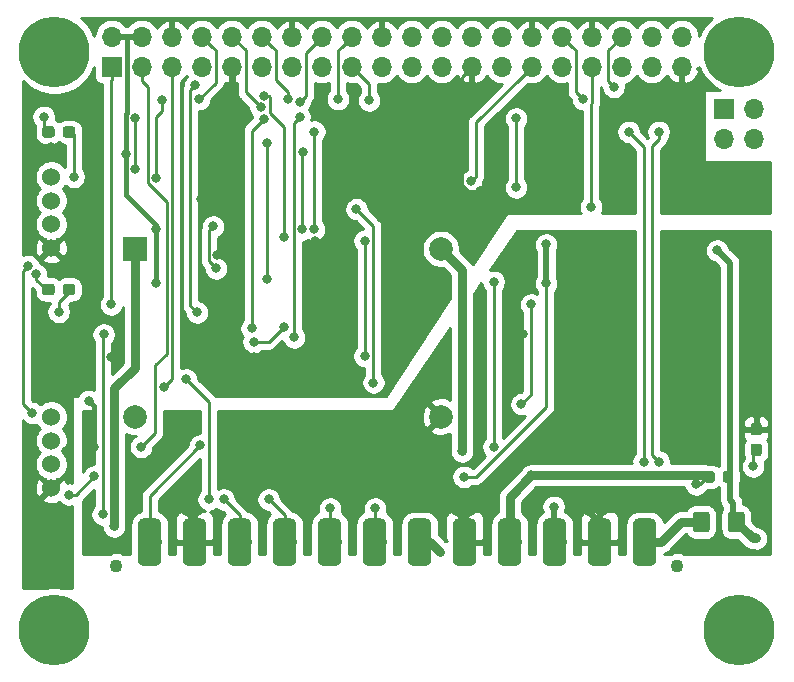
<source format=gbr>
G04 #@! TF.GenerationSoftware,KiCad,Pcbnew,(5.1.0)-1*
G04 #@! TF.CreationDate,2019-03-23T10:05:58-04:00*
G04 #@! TF.ProjectId,doorbot,646f6f72-626f-4742-9e6b-696361645f70,rev?*
G04 #@! TF.SameCoordinates,Original*
G04 #@! TF.FileFunction,Copper,L1,Top*
G04 #@! TF.FilePolarity,Positive*
%FSLAX46Y46*%
G04 Gerber Fmt 4.6, Leading zero omitted, Abs format (unit mm)*
G04 Created by KiCad (PCBNEW (5.1.0)-1) date 2019-03-23 10:05:58*
%MOMM*%
%LPD*%
G04 APERTURE LIST*
%ADD10C,0.100000*%
%ADD11C,0.950000*%
%ADD12C,1.425000*%
%ADD13C,0.875000*%
%ADD14C,1.100000*%
%ADD15R,1.700000X1.700000*%
%ADD16O,1.700000X1.700000*%
%ADD17C,2.000000*%
%ADD18C,6.000000*%
%ADD19R,2.000000X2.000000*%
%ADD20C,1.524000*%
%ADD21C,0.800000*%
%ADD22C,0.250000*%
%ADD23C,0.500000*%
%ADD24C,0.400000*%
%ADD25C,0.750000*%
%ADD26C,0.254000*%
G04 APERTURE END LIST*
D10*
G36*
X169170779Y-99411144D02*
G01*
X169193834Y-99414563D01*
X169216443Y-99420227D01*
X169238387Y-99428079D01*
X169259457Y-99438044D01*
X169279448Y-99450026D01*
X169298168Y-99463910D01*
X169315438Y-99479562D01*
X169331090Y-99496832D01*
X169344974Y-99515552D01*
X169356956Y-99535543D01*
X169366921Y-99556613D01*
X169374773Y-99578557D01*
X169380437Y-99601166D01*
X169383856Y-99624221D01*
X169385000Y-99647500D01*
X169385000Y-100222500D01*
X169383856Y-100245779D01*
X169380437Y-100268834D01*
X169374773Y-100291443D01*
X169366921Y-100313387D01*
X169356956Y-100334457D01*
X169344974Y-100354448D01*
X169331090Y-100373168D01*
X169315438Y-100390438D01*
X169298168Y-100406090D01*
X169279448Y-100419974D01*
X169259457Y-100431956D01*
X169238387Y-100441921D01*
X169216443Y-100449773D01*
X169193834Y-100455437D01*
X169170779Y-100458856D01*
X169147500Y-100460000D01*
X168672500Y-100460000D01*
X168649221Y-100458856D01*
X168626166Y-100455437D01*
X168603557Y-100449773D01*
X168581613Y-100441921D01*
X168560543Y-100431956D01*
X168540552Y-100419974D01*
X168521832Y-100406090D01*
X168504562Y-100390438D01*
X168488910Y-100373168D01*
X168475026Y-100354448D01*
X168463044Y-100334457D01*
X168453079Y-100313387D01*
X168445227Y-100291443D01*
X168439563Y-100268834D01*
X168436144Y-100245779D01*
X168435000Y-100222500D01*
X168435000Y-99647500D01*
X168436144Y-99624221D01*
X168439563Y-99601166D01*
X168445227Y-99578557D01*
X168453079Y-99556613D01*
X168463044Y-99535543D01*
X168475026Y-99515552D01*
X168488910Y-99496832D01*
X168504562Y-99479562D01*
X168521832Y-99463910D01*
X168540552Y-99450026D01*
X168560543Y-99438044D01*
X168581613Y-99428079D01*
X168603557Y-99420227D01*
X168626166Y-99414563D01*
X168649221Y-99411144D01*
X168672500Y-99410000D01*
X169147500Y-99410000D01*
X169170779Y-99411144D01*
X169170779Y-99411144D01*
G37*
D11*
X168910000Y-99935000D03*
D10*
G36*
X169170779Y-97661144D02*
G01*
X169193834Y-97664563D01*
X169216443Y-97670227D01*
X169238387Y-97678079D01*
X169259457Y-97688044D01*
X169279448Y-97700026D01*
X169298168Y-97713910D01*
X169315438Y-97729562D01*
X169331090Y-97746832D01*
X169344974Y-97765552D01*
X169356956Y-97785543D01*
X169366921Y-97806613D01*
X169374773Y-97828557D01*
X169380437Y-97851166D01*
X169383856Y-97874221D01*
X169385000Y-97897500D01*
X169385000Y-98472500D01*
X169383856Y-98495779D01*
X169380437Y-98518834D01*
X169374773Y-98541443D01*
X169366921Y-98563387D01*
X169356956Y-98584457D01*
X169344974Y-98604448D01*
X169331090Y-98623168D01*
X169315438Y-98640438D01*
X169298168Y-98656090D01*
X169279448Y-98669974D01*
X169259457Y-98681956D01*
X169238387Y-98691921D01*
X169216443Y-98699773D01*
X169193834Y-98705437D01*
X169170779Y-98708856D01*
X169147500Y-98710000D01*
X168672500Y-98710000D01*
X168649221Y-98708856D01*
X168626166Y-98705437D01*
X168603557Y-98699773D01*
X168581613Y-98691921D01*
X168560543Y-98681956D01*
X168540552Y-98669974D01*
X168521832Y-98656090D01*
X168504562Y-98640438D01*
X168488910Y-98623168D01*
X168475026Y-98604448D01*
X168463044Y-98584457D01*
X168453079Y-98563387D01*
X168445227Y-98541443D01*
X168439563Y-98518834D01*
X168436144Y-98495779D01*
X168435000Y-98472500D01*
X168435000Y-97897500D01*
X168436144Y-97874221D01*
X168439563Y-97851166D01*
X168445227Y-97828557D01*
X168453079Y-97806613D01*
X168463044Y-97785543D01*
X168475026Y-97765552D01*
X168488910Y-97746832D01*
X168504562Y-97729562D01*
X168521832Y-97713910D01*
X168540552Y-97700026D01*
X168560543Y-97688044D01*
X168581613Y-97678079D01*
X168603557Y-97670227D01*
X168626166Y-97664563D01*
X168649221Y-97661144D01*
X168672500Y-97660000D01*
X169147500Y-97660000D01*
X169170779Y-97661144D01*
X169170779Y-97661144D01*
G37*
D11*
X168910000Y-98185000D03*
D10*
G36*
X109290779Y-72551144D02*
G01*
X109313834Y-72554563D01*
X109336443Y-72560227D01*
X109358387Y-72568079D01*
X109379457Y-72578044D01*
X109399448Y-72590026D01*
X109418168Y-72603910D01*
X109435438Y-72619562D01*
X109451090Y-72636832D01*
X109464974Y-72655552D01*
X109476956Y-72675543D01*
X109486921Y-72696613D01*
X109494773Y-72718557D01*
X109500437Y-72741166D01*
X109503856Y-72764221D01*
X109505000Y-72787500D01*
X109505000Y-73262500D01*
X109503856Y-73285779D01*
X109500437Y-73308834D01*
X109494773Y-73331443D01*
X109486921Y-73353387D01*
X109476956Y-73374457D01*
X109464974Y-73394448D01*
X109451090Y-73413168D01*
X109435438Y-73430438D01*
X109418168Y-73446090D01*
X109399448Y-73459974D01*
X109379457Y-73471956D01*
X109358387Y-73481921D01*
X109336443Y-73489773D01*
X109313834Y-73495437D01*
X109290779Y-73498856D01*
X109267500Y-73500000D01*
X108692500Y-73500000D01*
X108669221Y-73498856D01*
X108646166Y-73495437D01*
X108623557Y-73489773D01*
X108601613Y-73481921D01*
X108580543Y-73471956D01*
X108560552Y-73459974D01*
X108541832Y-73446090D01*
X108524562Y-73430438D01*
X108508910Y-73413168D01*
X108495026Y-73394448D01*
X108483044Y-73374457D01*
X108473079Y-73353387D01*
X108465227Y-73331443D01*
X108459563Y-73308834D01*
X108456144Y-73285779D01*
X108455000Y-73262500D01*
X108455000Y-72787500D01*
X108456144Y-72764221D01*
X108459563Y-72741166D01*
X108465227Y-72718557D01*
X108473079Y-72696613D01*
X108483044Y-72675543D01*
X108495026Y-72655552D01*
X108508910Y-72636832D01*
X108524562Y-72619562D01*
X108541832Y-72603910D01*
X108560552Y-72590026D01*
X108580543Y-72578044D01*
X108601613Y-72568079D01*
X108623557Y-72560227D01*
X108646166Y-72554563D01*
X108669221Y-72551144D01*
X108692500Y-72550000D01*
X109267500Y-72550000D01*
X109290779Y-72551144D01*
X109290779Y-72551144D01*
G37*
D11*
X108980000Y-73025000D03*
D10*
G36*
X111040779Y-72551144D02*
G01*
X111063834Y-72554563D01*
X111086443Y-72560227D01*
X111108387Y-72568079D01*
X111129457Y-72578044D01*
X111149448Y-72590026D01*
X111168168Y-72603910D01*
X111185438Y-72619562D01*
X111201090Y-72636832D01*
X111214974Y-72655552D01*
X111226956Y-72675543D01*
X111236921Y-72696613D01*
X111244773Y-72718557D01*
X111250437Y-72741166D01*
X111253856Y-72764221D01*
X111255000Y-72787500D01*
X111255000Y-73262500D01*
X111253856Y-73285779D01*
X111250437Y-73308834D01*
X111244773Y-73331443D01*
X111236921Y-73353387D01*
X111226956Y-73374457D01*
X111214974Y-73394448D01*
X111201090Y-73413168D01*
X111185438Y-73430438D01*
X111168168Y-73446090D01*
X111149448Y-73459974D01*
X111129457Y-73471956D01*
X111108387Y-73481921D01*
X111086443Y-73489773D01*
X111063834Y-73495437D01*
X111040779Y-73498856D01*
X111017500Y-73500000D01*
X110442500Y-73500000D01*
X110419221Y-73498856D01*
X110396166Y-73495437D01*
X110373557Y-73489773D01*
X110351613Y-73481921D01*
X110330543Y-73471956D01*
X110310552Y-73459974D01*
X110291832Y-73446090D01*
X110274562Y-73430438D01*
X110258910Y-73413168D01*
X110245026Y-73394448D01*
X110233044Y-73374457D01*
X110223079Y-73353387D01*
X110215227Y-73331443D01*
X110209563Y-73308834D01*
X110206144Y-73285779D01*
X110205000Y-73262500D01*
X110205000Y-72787500D01*
X110206144Y-72764221D01*
X110209563Y-72741166D01*
X110215227Y-72718557D01*
X110223079Y-72696613D01*
X110233044Y-72675543D01*
X110245026Y-72655552D01*
X110258910Y-72636832D01*
X110274562Y-72619562D01*
X110291832Y-72603910D01*
X110310552Y-72590026D01*
X110330543Y-72578044D01*
X110351613Y-72568079D01*
X110373557Y-72560227D01*
X110396166Y-72554563D01*
X110419221Y-72551144D01*
X110442500Y-72550000D01*
X111017500Y-72550000D01*
X111040779Y-72551144D01*
X111040779Y-72551144D01*
G37*
D11*
X110730000Y-73025000D03*
D10*
G36*
X109290779Y-85886144D02*
G01*
X109313834Y-85889563D01*
X109336443Y-85895227D01*
X109358387Y-85903079D01*
X109379457Y-85913044D01*
X109399448Y-85925026D01*
X109418168Y-85938910D01*
X109435438Y-85954562D01*
X109451090Y-85971832D01*
X109464974Y-85990552D01*
X109476956Y-86010543D01*
X109486921Y-86031613D01*
X109494773Y-86053557D01*
X109500437Y-86076166D01*
X109503856Y-86099221D01*
X109505000Y-86122500D01*
X109505000Y-86597500D01*
X109503856Y-86620779D01*
X109500437Y-86643834D01*
X109494773Y-86666443D01*
X109486921Y-86688387D01*
X109476956Y-86709457D01*
X109464974Y-86729448D01*
X109451090Y-86748168D01*
X109435438Y-86765438D01*
X109418168Y-86781090D01*
X109399448Y-86794974D01*
X109379457Y-86806956D01*
X109358387Y-86816921D01*
X109336443Y-86824773D01*
X109313834Y-86830437D01*
X109290779Y-86833856D01*
X109267500Y-86835000D01*
X108692500Y-86835000D01*
X108669221Y-86833856D01*
X108646166Y-86830437D01*
X108623557Y-86824773D01*
X108601613Y-86816921D01*
X108580543Y-86806956D01*
X108560552Y-86794974D01*
X108541832Y-86781090D01*
X108524562Y-86765438D01*
X108508910Y-86748168D01*
X108495026Y-86729448D01*
X108483044Y-86709457D01*
X108473079Y-86688387D01*
X108465227Y-86666443D01*
X108459563Y-86643834D01*
X108456144Y-86620779D01*
X108455000Y-86597500D01*
X108455000Y-86122500D01*
X108456144Y-86099221D01*
X108459563Y-86076166D01*
X108465227Y-86053557D01*
X108473079Y-86031613D01*
X108483044Y-86010543D01*
X108495026Y-85990552D01*
X108508910Y-85971832D01*
X108524562Y-85954562D01*
X108541832Y-85938910D01*
X108560552Y-85925026D01*
X108580543Y-85913044D01*
X108601613Y-85903079D01*
X108623557Y-85895227D01*
X108646166Y-85889563D01*
X108669221Y-85886144D01*
X108692500Y-85885000D01*
X109267500Y-85885000D01*
X109290779Y-85886144D01*
X109290779Y-85886144D01*
G37*
D11*
X108980000Y-86360000D03*
D10*
G36*
X111040779Y-85886144D02*
G01*
X111063834Y-85889563D01*
X111086443Y-85895227D01*
X111108387Y-85903079D01*
X111129457Y-85913044D01*
X111149448Y-85925026D01*
X111168168Y-85938910D01*
X111185438Y-85954562D01*
X111201090Y-85971832D01*
X111214974Y-85990552D01*
X111226956Y-86010543D01*
X111236921Y-86031613D01*
X111244773Y-86053557D01*
X111250437Y-86076166D01*
X111253856Y-86099221D01*
X111255000Y-86122500D01*
X111255000Y-86597500D01*
X111253856Y-86620779D01*
X111250437Y-86643834D01*
X111244773Y-86666443D01*
X111236921Y-86688387D01*
X111226956Y-86709457D01*
X111214974Y-86729448D01*
X111201090Y-86748168D01*
X111185438Y-86765438D01*
X111168168Y-86781090D01*
X111149448Y-86794974D01*
X111129457Y-86806956D01*
X111108387Y-86816921D01*
X111086443Y-86824773D01*
X111063834Y-86830437D01*
X111040779Y-86833856D01*
X111017500Y-86835000D01*
X110442500Y-86835000D01*
X110419221Y-86833856D01*
X110396166Y-86830437D01*
X110373557Y-86824773D01*
X110351613Y-86816921D01*
X110330543Y-86806956D01*
X110310552Y-86794974D01*
X110291832Y-86781090D01*
X110274562Y-86765438D01*
X110258910Y-86748168D01*
X110245026Y-86729448D01*
X110233044Y-86709457D01*
X110223079Y-86688387D01*
X110215227Y-86666443D01*
X110209563Y-86643834D01*
X110206144Y-86620779D01*
X110205000Y-86597500D01*
X110205000Y-86122500D01*
X110206144Y-86099221D01*
X110209563Y-86076166D01*
X110215227Y-86053557D01*
X110223079Y-86031613D01*
X110233044Y-86010543D01*
X110245026Y-85990552D01*
X110258910Y-85971832D01*
X110274562Y-85954562D01*
X110291832Y-85938910D01*
X110310552Y-85925026D01*
X110330543Y-85913044D01*
X110351613Y-85903079D01*
X110373557Y-85895227D01*
X110396166Y-85889563D01*
X110419221Y-85886144D01*
X110442500Y-85885000D01*
X111017500Y-85885000D01*
X111040779Y-85886144D01*
X111040779Y-85886144D01*
G37*
D11*
X110730000Y-86360000D03*
D10*
G36*
X164734504Y-105171204D02*
G01*
X164758773Y-105174804D01*
X164782571Y-105180765D01*
X164805671Y-105189030D01*
X164827849Y-105199520D01*
X164848893Y-105212133D01*
X164868598Y-105226747D01*
X164886777Y-105243223D01*
X164903253Y-105261402D01*
X164917867Y-105281107D01*
X164930480Y-105302151D01*
X164940970Y-105324329D01*
X164949235Y-105347429D01*
X164955196Y-105371227D01*
X164958796Y-105395496D01*
X164960000Y-105420000D01*
X164960000Y-106670000D01*
X164958796Y-106694504D01*
X164955196Y-106718773D01*
X164949235Y-106742571D01*
X164940970Y-106765671D01*
X164930480Y-106787849D01*
X164917867Y-106808893D01*
X164903253Y-106828598D01*
X164886777Y-106846777D01*
X164868598Y-106863253D01*
X164848893Y-106877867D01*
X164827849Y-106890480D01*
X164805671Y-106900970D01*
X164782571Y-106909235D01*
X164758773Y-106915196D01*
X164734504Y-106918796D01*
X164710000Y-106920000D01*
X163785000Y-106920000D01*
X163760496Y-106918796D01*
X163736227Y-106915196D01*
X163712429Y-106909235D01*
X163689329Y-106900970D01*
X163667151Y-106890480D01*
X163646107Y-106877867D01*
X163626402Y-106863253D01*
X163608223Y-106846777D01*
X163591747Y-106828598D01*
X163577133Y-106808893D01*
X163564520Y-106787849D01*
X163554030Y-106765671D01*
X163545765Y-106742571D01*
X163539804Y-106718773D01*
X163536204Y-106694504D01*
X163535000Y-106670000D01*
X163535000Y-105420000D01*
X163536204Y-105395496D01*
X163539804Y-105371227D01*
X163545765Y-105347429D01*
X163554030Y-105324329D01*
X163564520Y-105302151D01*
X163577133Y-105281107D01*
X163591747Y-105261402D01*
X163608223Y-105243223D01*
X163626402Y-105226747D01*
X163646107Y-105212133D01*
X163667151Y-105199520D01*
X163689329Y-105189030D01*
X163712429Y-105180765D01*
X163736227Y-105174804D01*
X163760496Y-105171204D01*
X163785000Y-105170000D01*
X164710000Y-105170000D01*
X164734504Y-105171204D01*
X164734504Y-105171204D01*
G37*
D12*
X164247500Y-106045000D03*
D10*
G36*
X167709504Y-105171204D02*
G01*
X167733773Y-105174804D01*
X167757571Y-105180765D01*
X167780671Y-105189030D01*
X167802849Y-105199520D01*
X167823893Y-105212133D01*
X167843598Y-105226747D01*
X167861777Y-105243223D01*
X167878253Y-105261402D01*
X167892867Y-105281107D01*
X167905480Y-105302151D01*
X167915970Y-105324329D01*
X167924235Y-105347429D01*
X167930196Y-105371227D01*
X167933796Y-105395496D01*
X167935000Y-105420000D01*
X167935000Y-106670000D01*
X167933796Y-106694504D01*
X167930196Y-106718773D01*
X167924235Y-106742571D01*
X167915970Y-106765671D01*
X167905480Y-106787849D01*
X167892867Y-106808893D01*
X167878253Y-106828598D01*
X167861777Y-106846777D01*
X167843598Y-106863253D01*
X167823893Y-106877867D01*
X167802849Y-106890480D01*
X167780671Y-106900970D01*
X167757571Y-106909235D01*
X167733773Y-106915196D01*
X167709504Y-106918796D01*
X167685000Y-106920000D01*
X166760000Y-106920000D01*
X166735496Y-106918796D01*
X166711227Y-106915196D01*
X166687429Y-106909235D01*
X166664329Y-106900970D01*
X166642151Y-106890480D01*
X166621107Y-106877867D01*
X166601402Y-106863253D01*
X166583223Y-106846777D01*
X166566747Y-106828598D01*
X166552133Y-106808893D01*
X166539520Y-106787849D01*
X166529030Y-106765671D01*
X166520765Y-106742571D01*
X166514804Y-106718773D01*
X166511204Y-106694504D01*
X166510000Y-106670000D01*
X166510000Y-105420000D01*
X166511204Y-105395496D01*
X166514804Y-105371227D01*
X166520765Y-105347429D01*
X166529030Y-105324329D01*
X166539520Y-105302151D01*
X166552133Y-105281107D01*
X166566747Y-105261402D01*
X166583223Y-105243223D01*
X166601402Y-105226747D01*
X166621107Y-105212133D01*
X166642151Y-105199520D01*
X166664329Y-105189030D01*
X166687429Y-105180765D01*
X166711227Y-105174804D01*
X166735496Y-105171204D01*
X166760000Y-105170000D01*
X167685000Y-105170000D01*
X167709504Y-105171204D01*
X167709504Y-105171204D01*
G37*
D12*
X167222500Y-106045000D03*
D10*
G36*
X165187691Y-101761053D02*
G01*
X165208926Y-101764203D01*
X165229750Y-101769419D01*
X165249962Y-101776651D01*
X165269368Y-101785830D01*
X165287781Y-101796866D01*
X165305024Y-101809654D01*
X165320930Y-101824070D01*
X165335346Y-101839976D01*
X165348134Y-101857219D01*
X165359170Y-101875632D01*
X165368349Y-101895038D01*
X165375581Y-101915250D01*
X165380797Y-101936074D01*
X165383947Y-101957309D01*
X165385000Y-101978750D01*
X165385000Y-102491250D01*
X165383947Y-102512691D01*
X165380797Y-102533926D01*
X165375581Y-102554750D01*
X165368349Y-102574962D01*
X165359170Y-102594368D01*
X165348134Y-102612781D01*
X165335346Y-102630024D01*
X165320930Y-102645930D01*
X165305024Y-102660346D01*
X165287781Y-102673134D01*
X165269368Y-102684170D01*
X165249962Y-102693349D01*
X165229750Y-102700581D01*
X165208926Y-102705797D01*
X165187691Y-102708947D01*
X165166250Y-102710000D01*
X164728750Y-102710000D01*
X164707309Y-102708947D01*
X164686074Y-102705797D01*
X164665250Y-102700581D01*
X164645038Y-102693349D01*
X164625632Y-102684170D01*
X164607219Y-102673134D01*
X164589976Y-102660346D01*
X164574070Y-102645930D01*
X164559654Y-102630024D01*
X164546866Y-102612781D01*
X164535830Y-102594368D01*
X164526651Y-102574962D01*
X164519419Y-102554750D01*
X164514203Y-102533926D01*
X164511053Y-102512691D01*
X164510000Y-102491250D01*
X164510000Y-101978750D01*
X164511053Y-101957309D01*
X164514203Y-101936074D01*
X164519419Y-101915250D01*
X164526651Y-101895038D01*
X164535830Y-101875632D01*
X164546866Y-101857219D01*
X164559654Y-101839976D01*
X164574070Y-101824070D01*
X164589976Y-101809654D01*
X164607219Y-101796866D01*
X164625632Y-101785830D01*
X164645038Y-101776651D01*
X164665250Y-101769419D01*
X164686074Y-101764203D01*
X164707309Y-101761053D01*
X164728750Y-101760000D01*
X165166250Y-101760000D01*
X165187691Y-101761053D01*
X165187691Y-101761053D01*
G37*
D13*
X164947500Y-102235000D03*
D10*
G36*
X166762691Y-101761053D02*
G01*
X166783926Y-101764203D01*
X166804750Y-101769419D01*
X166824962Y-101776651D01*
X166844368Y-101785830D01*
X166862781Y-101796866D01*
X166880024Y-101809654D01*
X166895930Y-101824070D01*
X166910346Y-101839976D01*
X166923134Y-101857219D01*
X166934170Y-101875632D01*
X166943349Y-101895038D01*
X166950581Y-101915250D01*
X166955797Y-101936074D01*
X166958947Y-101957309D01*
X166960000Y-101978750D01*
X166960000Y-102491250D01*
X166958947Y-102512691D01*
X166955797Y-102533926D01*
X166950581Y-102554750D01*
X166943349Y-102574962D01*
X166934170Y-102594368D01*
X166923134Y-102612781D01*
X166910346Y-102630024D01*
X166895930Y-102645930D01*
X166880024Y-102660346D01*
X166862781Y-102673134D01*
X166844368Y-102684170D01*
X166824962Y-102693349D01*
X166804750Y-102700581D01*
X166783926Y-102705797D01*
X166762691Y-102708947D01*
X166741250Y-102710000D01*
X166303750Y-102710000D01*
X166282309Y-102708947D01*
X166261074Y-102705797D01*
X166240250Y-102700581D01*
X166220038Y-102693349D01*
X166200632Y-102684170D01*
X166182219Y-102673134D01*
X166164976Y-102660346D01*
X166149070Y-102645930D01*
X166134654Y-102630024D01*
X166121866Y-102612781D01*
X166110830Y-102594368D01*
X166101651Y-102574962D01*
X166094419Y-102554750D01*
X166089203Y-102533926D01*
X166086053Y-102512691D01*
X166085000Y-102491250D01*
X166085000Y-101978750D01*
X166086053Y-101957309D01*
X166089203Y-101936074D01*
X166094419Y-101915250D01*
X166101651Y-101895038D01*
X166110830Y-101875632D01*
X166121866Y-101857219D01*
X166134654Y-101839976D01*
X166149070Y-101824070D01*
X166164976Y-101809654D01*
X166182219Y-101796866D01*
X166200632Y-101785830D01*
X166220038Y-101776651D01*
X166240250Y-101769419D01*
X166261074Y-101764203D01*
X166282309Y-101761053D01*
X166303750Y-101760000D01*
X166741250Y-101760000D01*
X166762691Y-101761053D01*
X166762691Y-101761053D01*
G37*
D13*
X166522500Y-102235000D03*
D14*
X162232869Y-109773994D03*
X114735439Y-109773994D03*
D15*
X114354154Y-67493994D03*
D16*
X114354154Y-64953994D03*
X116894154Y-67493994D03*
X116894154Y-64953994D03*
X119434154Y-67493994D03*
X119434154Y-64953994D03*
X121974154Y-67493994D03*
X121974154Y-64953994D03*
X124514154Y-67493994D03*
X124514154Y-64953994D03*
X127054154Y-67493994D03*
X127054154Y-64953994D03*
X129594154Y-67493994D03*
X129594154Y-64953994D03*
X132134154Y-67493994D03*
X132134154Y-64953994D03*
X134674154Y-67493994D03*
X134674154Y-64953994D03*
X137214154Y-67493994D03*
X137214154Y-64953994D03*
X139754154Y-67493994D03*
X139754154Y-64953994D03*
X142294154Y-67493994D03*
X142294154Y-64953994D03*
X144834154Y-67493994D03*
X144834154Y-64953994D03*
X147374154Y-67493994D03*
X147374154Y-64953994D03*
X149914154Y-67493994D03*
X149914154Y-64953994D03*
X152454154Y-67493994D03*
X152454154Y-64953994D03*
X154994154Y-67493994D03*
X154994154Y-64953994D03*
X157534154Y-67493994D03*
X157534154Y-64953994D03*
X160074154Y-67493994D03*
X160074154Y-64953994D03*
X162614154Y-67493994D03*
X162614154Y-64953994D03*
D15*
X166214154Y-71093994D03*
D16*
X168754154Y-71093994D03*
X166214154Y-73633994D03*
X168754154Y-73633994D03*
D10*
G36*
X160009009Y-105752408D02*
G01*
X160057545Y-105759607D01*
X160105142Y-105771530D01*
X160151342Y-105788060D01*
X160195698Y-105809039D01*
X160237785Y-105834265D01*
X160277197Y-105863495D01*
X160313553Y-105896447D01*
X160346505Y-105932803D01*
X160375735Y-105972215D01*
X160400961Y-106014302D01*
X160421940Y-106058658D01*
X160438470Y-106104858D01*
X160450393Y-106152455D01*
X160457592Y-106200991D01*
X160460000Y-106250000D01*
X160460000Y-109250000D01*
X160457592Y-109299009D01*
X160450393Y-109347545D01*
X160438470Y-109395142D01*
X160421940Y-109441342D01*
X160400961Y-109485698D01*
X160375735Y-109527785D01*
X160346505Y-109567197D01*
X160313553Y-109603553D01*
X160277197Y-109636505D01*
X160237785Y-109665735D01*
X160195698Y-109690961D01*
X160151342Y-109711940D01*
X160105142Y-109728470D01*
X160057545Y-109740393D01*
X160009009Y-109747592D01*
X159960000Y-109750000D01*
X158960000Y-109750000D01*
X158910991Y-109747592D01*
X158862455Y-109740393D01*
X158814858Y-109728470D01*
X158768658Y-109711940D01*
X158724302Y-109690961D01*
X158682215Y-109665735D01*
X158642803Y-109636505D01*
X158606447Y-109603553D01*
X158573495Y-109567197D01*
X158544265Y-109527785D01*
X158519039Y-109485698D01*
X158498060Y-109441342D01*
X158481530Y-109395142D01*
X158469607Y-109347545D01*
X158462408Y-109299009D01*
X158460000Y-109250000D01*
X158460000Y-106250000D01*
X158462408Y-106200991D01*
X158469607Y-106152455D01*
X158481530Y-106104858D01*
X158498060Y-106058658D01*
X158519039Y-106014302D01*
X158544265Y-105972215D01*
X158573495Y-105932803D01*
X158606447Y-105896447D01*
X158642803Y-105863495D01*
X158682215Y-105834265D01*
X158724302Y-105809039D01*
X158768658Y-105788060D01*
X158814858Y-105771530D01*
X158862455Y-105759607D01*
X158910991Y-105752408D01*
X158960000Y-105750000D01*
X159960000Y-105750000D01*
X160009009Y-105752408D01*
X160009009Y-105752408D01*
G37*
D17*
X159460000Y-107750000D03*
D10*
G36*
X156199009Y-105752408D02*
G01*
X156247545Y-105759607D01*
X156295142Y-105771530D01*
X156341342Y-105788060D01*
X156385698Y-105809039D01*
X156427785Y-105834265D01*
X156467197Y-105863495D01*
X156503553Y-105896447D01*
X156536505Y-105932803D01*
X156565735Y-105972215D01*
X156590961Y-106014302D01*
X156611940Y-106058658D01*
X156628470Y-106104858D01*
X156640393Y-106152455D01*
X156647592Y-106200991D01*
X156650000Y-106250000D01*
X156650000Y-109250000D01*
X156647592Y-109299009D01*
X156640393Y-109347545D01*
X156628470Y-109395142D01*
X156611940Y-109441342D01*
X156590961Y-109485698D01*
X156565735Y-109527785D01*
X156536505Y-109567197D01*
X156503553Y-109603553D01*
X156467197Y-109636505D01*
X156427785Y-109665735D01*
X156385698Y-109690961D01*
X156341342Y-109711940D01*
X156295142Y-109728470D01*
X156247545Y-109740393D01*
X156199009Y-109747592D01*
X156150000Y-109750000D01*
X155150000Y-109750000D01*
X155100991Y-109747592D01*
X155052455Y-109740393D01*
X155004858Y-109728470D01*
X154958658Y-109711940D01*
X154914302Y-109690961D01*
X154872215Y-109665735D01*
X154832803Y-109636505D01*
X154796447Y-109603553D01*
X154763495Y-109567197D01*
X154734265Y-109527785D01*
X154709039Y-109485698D01*
X154688060Y-109441342D01*
X154671530Y-109395142D01*
X154659607Y-109347545D01*
X154652408Y-109299009D01*
X154650000Y-109250000D01*
X154650000Y-106250000D01*
X154652408Y-106200991D01*
X154659607Y-106152455D01*
X154671530Y-106104858D01*
X154688060Y-106058658D01*
X154709039Y-106014302D01*
X154734265Y-105972215D01*
X154763495Y-105932803D01*
X154796447Y-105896447D01*
X154832803Y-105863495D01*
X154872215Y-105834265D01*
X154914302Y-105809039D01*
X154958658Y-105788060D01*
X155004858Y-105771530D01*
X155052455Y-105759607D01*
X155100991Y-105752408D01*
X155150000Y-105750000D01*
X156150000Y-105750000D01*
X156199009Y-105752408D01*
X156199009Y-105752408D01*
G37*
D17*
X155650000Y-107750000D03*
D10*
G36*
X152389009Y-105752408D02*
G01*
X152437545Y-105759607D01*
X152485142Y-105771530D01*
X152531342Y-105788060D01*
X152575698Y-105809039D01*
X152617785Y-105834265D01*
X152657197Y-105863495D01*
X152693553Y-105896447D01*
X152726505Y-105932803D01*
X152755735Y-105972215D01*
X152780961Y-106014302D01*
X152801940Y-106058658D01*
X152818470Y-106104858D01*
X152830393Y-106152455D01*
X152837592Y-106200991D01*
X152840000Y-106250000D01*
X152840000Y-109250000D01*
X152837592Y-109299009D01*
X152830393Y-109347545D01*
X152818470Y-109395142D01*
X152801940Y-109441342D01*
X152780961Y-109485698D01*
X152755735Y-109527785D01*
X152726505Y-109567197D01*
X152693553Y-109603553D01*
X152657197Y-109636505D01*
X152617785Y-109665735D01*
X152575698Y-109690961D01*
X152531342Y-109711940D01*
X152485142Y-109728470D01*
X152437545Y-109740393D01*
X152389009Y-109747592D01*
X152340000Y-109750000D01*
X151340000Y-109750000D01*
X151290991Y-109747592D01*
X151242455Y-109740393D01*
X151194858Y-109728470D01*
X151148658Y-109711940D01*
X151104302Y-109690961D01*
X151062215Y-109665735D01*
X151022803Y-109636505D01*
X150986447Y-109603553D01*
X150953495Y-109567197D01*
X150924265Y-109527785D01*
X150899039Y-109485698D01*
X150878060Y-109441342D01*
X150861530Y-109395142D01*
X150849607Y-109347545D01*
X150842408Y-109299009D01*
X150840000Y-109250000D01*
X150840000Y-106250000D01*
X150842408Y-106200991D01*
X150849607Y-106152455D01*
X150861530Y-106104858D01*
X150878060Y-106058658D01*
X150899039Y-106014302D01*
X150924265Y-105972215D01*
X150953495Y-105932803D01*
X150986447Y-105896447D01*
X151022803Y-105863495D01*
X151062215Y-105834265D01*
X151104302Y-105809039D01*
X151148658Y-105788060D01*
X151194858Y-105771530D01*
X151242455Y-105759607D01*
X151290991Y-105752408D01*
X151340000Y-105750000D01*
X152340000Y-105750000D01*
X152389009Y-105752408D01*
X152389009Y-105752408D01*
G37*
D17*
X151840000Y-107750000D03*
D10*
G36*
X148579009Y-105752408D02*
G01*
X148627545Y-105759607D01*
X148675142Y-105771530D01*
X148721342Y-105788060D01*
X148765698Y-105809039D01*
X148807785Y-105834265D01*
X148847197Y-105863495D01*
X148883553Y-105896447D01*
X148916505Y-105932803D01*
X148945735Y-105972215D01*
X148970961Y-106014302D01*
X148991940Y-106058658D01*
X149008470Y-106104858D01*
X149020393Y-106152455D01*
X149027592Y-106200991D01*
X149030000Y-106250000D01*
X149030000Y-109250000D01*
X149027592Y-109299009D01*
X149020393Y-109347545D01*
X149008470Y-109395142D01*
X148991940Y-109441342D01*
X148970961Y-109485698D01*
X148945735Y-109527785D01*
X148916505Y-109567197D01*
X148883553Y-109603553D01*
X148847197Y-109636505D01*
X148807785Y-109665735D01*
X148765698Y-109690961D01*
X148721342Y-109711940D01*
X148675142Y-109728470D01*
X148627545Y-109740393D01*
X148579009Y-109747592D01*
X148530000Y-109750000D01*
X147530000Y-109750000D01*
X147480991Y-109747592D01*
X147432455Y-109740393D01*
X147384858Y-109728470D01*
X147338658Y-109711940D01*
X147294302Y-109690961D01*
X147252215Y-109665735D01*
X147212803Y-109636505D01*
X147176447Y-109603553D01*
X147143495Y-109567197D01*
X147114265Y-109527785D01*
X147089039Y-109485698D01*
X147068060Y-109441342D01*
X147051530Y-109395142D01*
X147039607Y-109347545D01*
X147032408Y-109299009D01*
X147030000Y-109250000D01*
X147030000Y-106250000D01*
X147032408Y-106200991D01*
X147039607Y-106152455D01*
X147051530Y-106104858D01*
X147068060Y-106058658D01*
X147089039Y-106014302D01*
X147114265Y-105972215D01*
X147143495Y-105932803D01*
X147176447Y-105896447D01*
X147212803Y-105863495D01*
X147252215Y-105834265D01*
X147294302Y-105809039D01*
X147338658Y-105788060D01*
X147384858Y-105771530D01*
X147432455Y-105759607D01*
X147480991Y-105752408D01*
X147530000Y-105750000D01*
X148530000Y-105750000D01*
X148579009Y-105752408D01*
X148579009Y-105752408D01*
G37*
D17*
X148030000Y-107750000D03*
D10*
G36*
X144769009Y-105752408D02*
G01*
X144817545Y-105759607D01*
X144865142Y-105771530D01*
X144911342Y-105788060D01*
X144955698Y-105809039D01*
X144997785Y-105834265D01*
X145037197Y-105863495D01*
X145073553Y-105896447D01*
X145106505Y-105932803D01*
X145135735Y-105972215D01*
X145160961Y-106014302D01*
X145181940Y-106058658D01*
X145198470Y-106104858D01*
X145210393Y-106152455D01*
X145217592Y-106200991D01*
X145220000Y-106250000D01*
X145220000Y-109250000D01*
X145217592Y-109299009D01*
X145210393Y-109347545D01*
X145198470Y-109395142D01*
X145181940Y-109441342D01*
X145160961Y-109485698D01*
X145135735Y-109527785D01*
X145106505Y-109567197D01*
X145073553Y-109603553D01*
X145037197Y-109636505D01*
X144997785Y-109665735D01*
X144955698Y-109690961D01*
X144911342Y-109711940D01*
X144865142Y-109728470D01*
X144817545Y-109740393D01*
X144769009Y-109747592D01*
X144720000Y-109750000D01*
X143720000Y-109750000D01*
X143670991Y-109747592D01*
X143622455Y-109740393D01*
X143574858Y-109728470D01*
X143528658Y-109711940D01*
X143484302Y-109690961D01*
X143442215Y-109665735D01*
X143402803Y-109636505D01*
X143366447Y-109603553D01*
X143333495Y-109567197D01*
X143304265Y-109527785D01*
X143279039Y-109485698D01*
X143258060Y-109441342D01*
X143241530Y-109395142D01*
X143229607Y-109347545D01*
X143222408Y-109299009D01*
X143220000Y-109250000D01*
X143220000Y-106250000D01*
X143222408Y-106200991D01*
X143229607Y-106152455D01*
X143241530Y-106104858D01*
X143258060Y-106058658D01*
X143279039Y-106014302D01*
X143304265Y-105972215D01*
X143333495Y-105932803D01*
X143366447Y-105896447D01*
X143402803Y-105863495D01*
X143442215Y-105834265D01*
X143484302Y-105809039D01*
X143528658Y-105788060D01*
X143574858Y-105771530D01*
X143622455Y-105759607D01*
X143670991Y-105752408D01*
X143720000Y-105750000D01*
X144720000Y-105750000D01*
X144769009Y-105752408D01*
X144769009Y-105752408D01*
G37*
D17*
X144220000Y-107750000D03*
D10*
G36*
X140959009Y-105752408D02*
G01*
X141007545Y-105759607D01*
X141055142Y-105771530D01*
X141101342Y-105788060D01*
X141145698Y-105809039D01*
X141187785Y-105834265D01*
X141227197Y-105863495D01*
X141263553Y-105896447D01*
X141296505Y-105932803D01*
X141325735Y-105972215D01*
X141350961Y-106014302D01*
X141371940Y-106058658D01*
X141388470Y-106104858D01*
X141400393Y-106152455D01*
X141407592Y-106200991D01*
X141410000Y-106250000D01*
X141410000Y-109250000D01*
X141407592Y-109299009D01*
X141400393Y-109347545D01*
X141388470Y-109395142D01*
X141371940Y-109441342D01*
X141350961Y-109485698D01*
X141325735Y-109527785D01*
X141296505Y-109567197D01*
X141263553Y-109603553D01*
X141227197Y-109636505D01*
X141187785Y-109665735D01*
X141145698Y-109690961D01*
X141101342Y-109711940D01*
X141055142Y-109728470D01*
X141007545Y-109740393D01*
X140959009Y-109747592D01*
X140910000Y-109750000D01*
X139910000Y-109750000D01*
X139860991Y-109747592D01*
X139812455Y-109740393D01*
X139764858Y-109728470D01*
X139718658Y-109711940D01*
X139674302Y-109690961D01*
X139632215Y-109665735D01*
X139592803Y-109636505D01*
X139556447Y-109603553D01*
X139523495Y-109567197D01*
X139494265Y-109527785D01*
X139469039Y-109485698D01*
X139448060Y-109441342D01*
X139431530Y-109395142D01*
X139419607Y-109347545D01*
X139412408Y-109299009D01*
X139410000Y-109250000D01*
X139410000Y-106250000D01*
X139412408Y-106200991D01*
X139419607Y-106152455D01*
X139431530Y-106104858D01*
X139448060Y-106058658D01*
X139469039Y-106014302D01*
X139494265Y-105972215D01*
X139523495Y-105932803D01*
X139556447Y-105896447D01*
X139592803Y-105863495D01*
X139632215Y-105834265D01*
X139674302Y-105809039D01*
X139718658Y-105788060D01*
X139764858Y-105771530D01*
X139812455Y-105759607D01*
X139860991Y-105752408D01*
X139910000Y-105750000D01*
X140910000Y-105750000D01*
X140959009Y-105752408D01*
X140959009Y-105752408D01*
G37*
D17*
X140410000Y-107750000D03*
D10*
G36*
X137149009Y-105752408D02*
G01*
X137197545Y-105759607D01*
X137245142Y-105771530D01*
X137291342Y-105788060D01*
X137335698Y-105809039D01*
X137377785Y-105834265D01*
X137417197Y-105863495D01*
X137453553Y-105896447D01*
X137486505Y-105932803D01*
X137515735Y-105972215D01*
X137540961Y-106014302D01*
X137561940Y-106058658D01*
X137578470Y-106104858D01*
X137590393Y-106152455D01*
X137597592Y-106200991D01*
X137600000Y-106250000D01*
X137600000Y-109250000D01*
X137597592Y-109299009D01*
X137590393Y-109347545D01*
X137578470Y-109395142D01*
X137561940Y-109441342D01*
X137540961Y-109485698D01*
X137515735Y-109527785D01*
X137486505Y-109567197D01*
X137453553Y-109603553D01*
X137417197Y-109636505D01*
X137377785Y-109665735D01*
X137335698Y-109690961D01*
X137291342Y-109711940D01*
X137245142Y-109728470D01*
X137197545Y-109740393D01*
X137149009Y-109747592D01*
X137100000Y-109750000D01*
X136100000Y-109750000D01*
X136050991Y-109747592D01*
X136002455Y-109740393D01*
X135954858Y-109728470D01*
X135908658Y-109711940D01*
X135864302Y-109690961D01*
X135822215Y-109665735D01*
X135782803Y-109636505D01*
X135746447Y-109603553D01*
X135713495Y-109567197D01*
X135684265Y-109527785D01*
X135659039Y-109485698D01*
X135638060Y-109441342D01*
X135621530Y-109395142D01*
X135609607Y-109347545D01*
X135602408Y-109299009D01*
X135600000Y-109250000D01*
X135600000Y-106250000D01*
X135602408Y-106200991D01*
X135609607Y-106152455D01*
X135621530Y-106104858D01*
X135638060Y-106058658D01*
X135659039Y-106014302D01*
X135684265Y-105972215D01*
X135713495Y-105932803D01*
X135746447Y-105896447D01*
X135782803Y-105863495D01*
X135822215Y-105834265D01*
X135864302Y-105809039D01*
X135908658Y-105788060D01*
X135954858Y-105771530D01*
X136002455Y-105759607D01*
X136050991Y-105752408D01*
X136100000Y-105750000D01*
X137100000Y-105750000D01*
X137149009Y-105752408D01*
X137149009Y-105752408D01*
G37*
D17*
X136600000Y-107750000D03*
D10*
G36*
X133339009Y-105752408D02*
G01*
X133387545Y-105759607D01*
X133435142Y-105771530D01*
X133481342Y-105788060D01*
X133525698Y-105809039D01*
X133567785Y-105834265D01*
X133607197Y-105863495D01*
X133643553Y-105896447D01*
X133676505Y-105932803D01*
X133705735Y-105972215D01*
X133730961Y-106014302D01*
X133751940Y-106058658D01*
X133768470Y-106104858D01*
X133780393Y-106152455D01*
X133787592Y-106200991D01*
X133790000Y-106250000D01*
X133790000Y-109250000D01*
X133787592Y-109299009D01*
X133780393Y-109347545D01*
X133768470Y-109395142D01*
X133751940Y-109441342D01*
X133730961Y-109485698D01*
X133705735Y-109527785D01*
X133676505Y-109567197D01*
X133643553Y-109603553D01*
X133607197Y-109636505D01*
X133567785Y-109665735D01*
X133525698Y-109690961D01*
X133481342Y-109711940D01*
X133435142Y-109728470D01*
X133387545Y-109740393D01*
X133339009Y-109747592D01*
X133290000Y-109750000D01*
X132290000Y-109750000D01*
X132240991Y-109747592D01*
X132192455Y-109740393D01*
X132144858Y-109728470D01*
X132098658Y-109711940D01*
X132054302Y-109690961D01*
X132012215Y-109665735D01*
X131972803Y-109636505D01*
X131936447Y-109603553D01*
X131903495Y-109567197D01*
X131874265Y-109527785D01*
X131849039Y-109485698D01*
X131828060Y-109441342D01*
X131811530Y-109395142D01*
X131799607Y-109347545D01*
X131792408Y-109299009D01*
X131790000Y-109250000D01*
X131790000Y-106250000D01*
X131792408Y-106200991D01*
X131799607Y-106152455D01*
X131811530Y-106104858D01*
X131828060Y-106058658D01*
X131849039Y-106014302D01*
X131874265Y-105972215D01*
X131903495Y-105932803D01*
X131936447Y-105896447D01*
X131972803Y-105863495D01*
X132012215Y-105834265D01*
X132054302Y-105809039D01*
X132098658Y-105788060D01*
X132144858Y-105771530D01*
X132192455Y-105759607D01*
X132240991Y-105752408D01*
X132290000Y-105750000D01*
X133290000Y-105750000D01*
X133339009Y-105752408D01*
X133339009Y-105752408D01*
G37*
D17*
X132790000Y-107750000D03*
D10*
G36*
X129529009Y-105752408D02*
G01*
X129577545Y-105759607D01*
X129625142Y-105771530D01*
X129671342Y-105788060D01*
X129715698Y-105809039D01*
X129757785Y-105834265D01*
X129797197Y-105863495D01*
X129833553Y-105896447D01*
X129866505Y-105932803D01*
X129895735Y-105972215D01*
X129920961Y-106014302D01*
X129941940Y-106058658D01*
X129958470Y-106104858D01*
X129970393Y-106152455D01*
X129977592Y-106200991D01*
X129980000Y-106250000D01*
X129980000Y-109250000D01*
X129977592Y-109299009D01*
X129970393Y-109347545D01*
X129958470Y-109395142D01*
X129941940Y-109441342D01*
X129920961Y-109485698D01*
X129895735Y-109527785D01*
X129866505Y-109567197D01*
X129833553Y-109603553D01*
X129797197Y-109636505D01*
X129757785Y-109665735D01*
X129715698Y-109690961D01*
X129671342Y-109711940D01*
X129625142Y-109728470D01*
X129577545Y-109740393D01*
X129529009Y-109747592D01*
X129480000Y-109750000D01*
X128480000Y-109750000D01*
X128430991Y-109747592D01*
X128382455Y-109740393D01*
X128334858Y-109728470D01*
X128288658Y-109711940D01*
X128244302Y-109690961D01*
X128202215Y-109665735D01*
X128162803Y-109636505D01*
X128126447Y-109603553D01*
X128093495Y-109567197D01*
X128064265Y-109527785D01*
X128039039Y-109485698D01*
X128018060Y-109441342D01*
X128001530Y-109395142D01*
X127989607Y-109347545D01*
X127982408Y-109299009D01*
X127980000Y-109250000D01*
X127980000Y-106250000D01*
X127982408Y-106200991D01*
X127989607Y-106152455D01*
X128001530Y-106104858D01*
X128018060Y-106058658D01*
X128039039Y-106014302D01*
X128064265Y-105972215D01*
X128093495Y-105932803D01*
X128126447Y-105896447D01*
X128162803Y-105863495D01*
X128202215Y-105834265D01*
X128244302Y-105809039D01*
X128288658Y-105788060D01*
X128334858Y-105771530D01*
X128382455Y-105759607D01*
X128430991Y-105752408D01*
X128480000Y-105750000D01*
X129480000Y-105750000D01*
X129529009Y-105752408D01*
X129529009Y-105752408D01*
G37*
D17*
X128980000Y-107750000D03*
D10*
G36*
X125719009Y-105752408D02*
G01*
X125767545Y-105759607D01*
X125815142Y-105771530D01*
X125861342Y-105788060D01*
X125905698Y-105809039D01*
X125947785Y-105834265D01*
X125987197Y-105863495D01*
X126023553Y-105896447D01*
X126056505Y-105932803D01*
X126085735Y-105972215D01*
X126110961Y-106014302D01*
X126131940Y-106058658D01*
X126148470Y-106104858D01*
X126160393Y-106152455D01*
X126167592Y-106200991D01*
X126170000Y-106250000D01*
X126170000Y-109250000D01*
X126167592Y-109299009D01*
X126160393Y-109347545D01*
X126148470Y-109395142D01*
X126131940Y-109441342D01*
X126110961Y-109485698D01*
X126085735Y-109527785D01*
X126056505Y-109567197D01*
X126023553Y-109603553D01*
X125987197Y-109636505D01*
X125947785Y-109665735D01*
X125905698Y-109690961D01*
X125861342Y-109711940D01*
X125815142Y-109728470D01*
X125767545Y-109740393D01*
X125719009Y-109747592D01*
X125670000Y-109750000D01*
X124670000Y-109750000D01*
X124620991Y-109747592D01*
X124572455Y-109740393D01*
X124524858Y-109728470D01*
X124478658Y-109711940D01*
X124434302Y-109690961D01*
X124392215Y-109665735D01*
X124352803Y-109636505D01*
X124316447Y-109603553D01*
X124283495Y-109567197D01*
X124254265Y-109527785D01*
X124229039Y-109485698D01*
X124208060Y-109441342D01*
X124191530Y-109395142D01*
X124179607Y-109347545D01*
X124172408Y-109299009D01*
X124170000Y-109250000D01*
X124170000Y-106250000D01*
X124172408Y-106200991D01*
X124179607Y-106152455D01*
X124191530Y-106104858D01*
X124208060Y-106058658D01*
X124229039Y-106014302D01*
X124254265Y-105972215D01*
X124283495Y-105932803D01*
X124316447Y-105896447D01*
X124352803Y-105863495D01*
X124392215Y-105834265D01*
X124434302Y-105809039D01*
X124478658Y-105788060D01*
X124524858Y-105771530D01*
X124572455Y-105759607D01*
X124620991Y-105752408D01*
X124670000Y-105750000D01*
X125670000Y-105750000D01*
X125719009Y-105752408D01*
X125719009Y-105752408D01*
G37*
D17*
X125170000Y-107750000D03*
D10*
G36*
X121909009Y-105752408D02*
G01*
X121957545Y-105759607D01*
X122005142Y-105771530D01*
X122051342Y-105788060D01*
X122095698Y-105809039D01*
X122137785Y-105834265D01*
X122177197Y-105863495D01*
X122213553Y-105896447D01*
X122246505Y-105932803D01*
X122275735Y-105972215D01*
X122300961Y-106014302D01*
X122321940Y-106058658D01*
X122338470Y-106104858D01*
X122350393Y-106152455D01*
X122357592Y-106200991D01*
X122360000Y-106250000D01*
X122360000Y-109250000D01*
X122357592Y-109299009D01*
X122350393Y-109347545D01*
X122338470Y-109395142D01*
X122321940Y-109441342D01*
X122300961Y-109485698D01*
X122275735Y-109527785D01*
X122246505Y-109567197D01*
X122213553Y-109603553D01*
X122177197Y-109636505D01*
X122137785Y-109665735D01*
X122095698Y-109690961D01*
X122051342Y-109711940D01*
X122005142Y-109728470D01*
X121957545Y-109740393D01*
X121909009Y-109747592D01*
X121860000Y-109750000D01*
X120860000Y-109750000D01*
X120810991Y-109747592D01*
X120762455Y-109740393D01*
X120714858Y-109728470D01*
X120668658Y-109711940D01*
X120624302Y-109690961D01*
X120582215Y-109665735D01*
X120542803Y-109636505D01*
X120506447Y-109603553D01*
X120473495Y-109567197D01*
X120444265Y-109527785D01*
X120419039Y-109485698D01*
X120398060Y-109441342D01*
X120381530Y-109395142D01*
X120369607Y-109347545D01*
X120362408Y-109299009D01*
X120360000Y-109250000D01*
X120360000Y-106250000D01*
X120362408Y-106200991D01*
X120369607Y-106152455D01*
X120381530Y-106104858D01*
X120398060Y-106058658D01*
X120419039Y-106014302D01*
X120444265Y-105972215D01*
X120473495Y-105932803D01*
X120506447Y-105896447D01*
X120542803Y-105863495D01*
X120582215Y-105834265D01*
X120624302Y-105809039D01*
X120668658Y-105788060D01*
X120714858Y-105771530D01*
X120762455Y-105759607D01*
X120810991Y-105752408D01*
X120860000Y-105750000D01*
X121860000Y-105750000D01*
X121909009Y-105752408D01*
X121909009Y-105752408D01*
G37*
D17*
X121360000Y-107750000D03*
D10*
G36*
X118099009Y-105752408D02*
G01*
X118147545Y-105759607D01*
X118195142Y-105771530D01*
X118241342Y-105788060D01*
X118285698Y-105809039D01*
X118327785Y-105834265D01*
X118367197Y-105863495D01*
X118403553Y-105896447D01*
X118436505Y-105932803D01*
X118465735Y-105972215D01*
X118490961Y-106014302D01*
X118511940Y-106058658D01*
X118528470Y-106104858D01*
X118540393Y-106152455D01*
X118547592Y-106200991D01*
X118550000Y-106250000D01*
X118550000Y-109250000D01*
X118547592Y-109299009D01*
X118540393Y-109347545D01*
X118528470Y-109395142D01*
X118511940Y-109441342D01*
X118490961Y-109485698D01*
X118465735Y-109527785D01*
X118436505Y-109567197D01*
X118403553Y-109603553D01*
X118367197Y-109636505D01*
X118327785Y-109665735D01*
X118285698Y-109690961D01*
X118241342Y-109711940D01*
X118195142Y-109728470D01*
X118147545Y-109740393D01*
X118099009Y-109747592D01*
X118050000Y-109750000D01*
X117050000Y-109750000D01*
X117000991Y-109747592D01*
X116952455Y-109740393D01*
X116904858Y-109728470D01*
X116858658Y-109711940D01*
X116814302Y-109690961D01*
X116772215Y-109665735D01*
X116732803Y-109636505D01*
X116696447Y-109603553D01*
X116663495Y-109567197D01*
X116634265Y-109527785D01*
X116609039Y-109485698D01*
X116588060Y-109441342D01*
X116571530Y-109395142D01*
X116559607Y-109347545D01*
X116552408Y-109299009D01*
X116550000Y-109250000D01*
X116550000Y-106250000D01*
X116552408Y-106200991D01*
X116559607Y-106152455D01*
X116571530Y-106104858D01*
X116588060Y-106058658D01*
X116609039Y-106014302D01*
X116634265Y-105972215D01*
X116663495Y-105932803D01*
X116696447Y-105896447D01*
X116732803Y-105863495D01*
X116772215Y-105834265D01*
X116814302Y-105809039D01*
X116858658Y-105788060D01*
X116904858Y-105771530D01*
X116952455Y-105759607D01*
X117000991Y-105752408D01*
X117050000Y-105750000D01*
X118050000Y-105750000D01*
X118099009Y-105752408D01*
X118099009Y-105752408D01*
G37*
D17*
X117550000Y-107750000D03*
D18*
X109484154Y-66223994D03*
X167484154Y-66223994D03*
X167484154Y-115223994D03*
D17*
X142215000Y-97130000D03*
X142215000Y-82930000D03*
X116315000Y-97130000D03*
D19*
X116315000Y-82930000D03*
D20*
X109220000Y-76835000D03*
X109220000Y-78835000D03*
X109220000Y-80835000D03*
X109220000Y-82835000D03*
X109220000Y-97155000D03*
X109220000Y-99155000D03*
X109220000Y-101155000D03*
X109220000Y-103155000D03*
D18*
X109484154Y-115223994D03*
D21*
X130500000Y-74725000D03*
X130475000Y-81280000D03*
X131500000Y-73000000D03*
X131475003Y-81280000D03*
X131572000Y-82296000D03*
X131572000Y-84582000D03*
X123298000Y-83420000D03*
X124714000Y-71882000D03*
X134620000Y-86995000D03*
X145518152Y-78001848D03*
X121920000Y-92075000D03*
X121920000Y-78740000D03*
X109855000Y-93980000D03*
X107950000Y-106045000D03*
X107950000Y-108585000D03*
X107315000Y-104140000D03*
X114300000Y-92075000D03*
X120650000Y-92075000D03*
X126365000Y-92075000D03*
X130810000Y-92075000D03*
X107950000Y-69850000D03*
X109220000Y-70485000D03*
X112395000Y-73025000D03*
X109220000Y-74295000D03*
X110490000Y-92075000D03*
X134620000Y-89535000D03*
X137795000Y-92710000D03*
X140970000Y-85090000D03*
X137795000Y-85090000D03*
X139065000Y-83820000D03*
X168910000Y-76835000D03*
X168910000Y-78740000D03*
X167005000Y-78740000D03*
X165100000Y-78740000D03*
X167005000Y-76835000D03*
X165100000Y-76835000D03*
X151130000Y-73025000D03*
X149860000Y-73025000D03*
X151130000Y-74295000D03*
X149860000Y-74295000D03*
X142875000Y-73025000D03*
X141605000Y-73025000D03*
X142875000Y-74295000D03*
X141605000Y-74295000D03*
X151130000Y-76835000D03*
X149860000Y-76835000D03*
X151130000Y-78105000D03*
X149860000Y-78105000D03*
X144145000Y-79375000D03*
X142875000Y-79375000D03*
X144145000Y-80645000D03*
X142875000Y-80645000D03*
X107950000Y-109982000D03*
X109982000Y-109982000D03*
X107950000Y-110998000D03*
X109982000Y-110998000D03*
X110490000Y-100076000D03*
X118110000Y-85852000D03*
X118110000Y-81280000D03*
X115570000Y-74930000D03*
X136144000Y-70358000D03*
X114300000Y-87630000D03*
X107242892Y-84382892D03*
X107635000Y-96835000D03*
X112854000Y-102200001D03*
X110720000Y-103735000D03*
X146685000Y-99695000D03*
X146685000Y-85725000D03*
X168910000Y-85725000D03*
X168910000Y-84455000D03*
X154686000Y-105156000D03*
X155956000Y-105156000D03*
X143510000Y-105156000D03*
X144780000Y-105156000D03*
X120650000Y-105156000D03*
X121666000Y-105156000D03*
X130810000Y-98425000D03*
X126365000Y-98425000D03*
X121285000Y-98425000D03*
X112854000Y-99695000D03*
X112395000Y-95795000D03*
X154940000Y-91440000D03*
X154940000Y-93980000D03*
X154940000Y-99060000D03*
X149135000Y-90170000D03*
X148679265Y-91350735D03*
X139065000Y-98425000D03*
X137795000Y-100330000D03*
X163576000Y-104394000D03*
X117602000Y-100838000D03*
X116332000Y-104648000D03*
X142113000Y-108585000D03*
X114554000Y-106426000D03*
X165608000Y-83058000D03*
X168910000Y-107442000D03*
X151130000Y-85852000D03*
X144145000Y-102235000D03*
X151130000Y-82550000D03*
X149860000Y-87630000D03*
X149029847Y-96080153D03*
X151765000Y-104775000D03*
X148590000Y-71882000D03*
X148590000Y-77724000D03*
X116332000Y-71882000D03*
X116332000Y-76200000D03*
X121830000Y-99568000D03*
X132842000Y-104902000D03*
X136652000Y-104902000D03*
X130250000Y-71750000D03*
X129794000Y-90424000D03*
X127215584Y-71915501D03*
X126180000Y-89662000D03*
X127500000Y-85500000D03*
X127500000Y-74000000D03*
X127197626Y-69980439D03*
X128905000Y-81915000D03*
X149860000Y-102108000D03*
X144018000Y-100076000D03*
X163830000Y-102870000D03*
X127635000Y-104140000D03*
X123825000Y-104140000D03*
X121750000Y-70250000D03*
X126954015Y-70950314D03*
X118618000Y-70358000D03*
X118110000Y-76962000D03*
X144780000Y-77216000D03*
X136500000Y-94250000D03*
X135060000Y-79570000D03*
X135750000Y-92000000D03*
X135750000Y-82250000D03*
X130250000Y-70500000D03*
X129250000Y-70250000D03*
X133500000Y-70250000D03*
X154250000Y-70250000D03*
X121412000Y-69088000D03*
X121577060Y-88299999D03*
X160655000Y-73025000D03*
X160655000Y-100965000D03*
X113579000Y-105410000D03*
X113665000Y-90170000D03*
X158115000Y-73025000D03*
X159385000Y-100965000D03*
X122555000Y-104140000D03*
X120650000Y-93980000D03*
X156845000Y-69215000D03*
X118745000Y-94615000D03*
X116840000Y-99695000D03*
X154940000Y-79375000D03*
X111125000Y-76835000D03*
X109855000Y-88265000D03*
X126365000Y-90805000D03*
X128905000Y-89535000D03*
X107950000Y-85090000D03*
X108585000Y-71755000D03*
X168656000Y-101346000D03*
X123190000Y-84582000D03*
X122936000Y-81026000D03*
D22*
X130475000Y-74750000D02*
X130500000Y-74725000D01*
X130475000Y-81280000D02*
X130475000Y-74750000D01*
X131500000Y-77750000D02*
X131500000Y-73000000D01*
X131500000Y-77750000D02*
X131500000Y-81255003D01*
X131500000Y-81255003D02*
X131475003Y-81280000D01*
D23*
X131572000Y-82296000D02*
X131572000Y-84582000D01*
D22*
X124714000Y-67693840D02*
X124514154Y-67493994D01*
X124714000Y-71882000D02*
X124714000Y-67693840D01*
X143984155Y-68343993D02*
X144834154Y-67493994D01*
X143984155Y-77493157D02*
X143984155Y-68343993D01*
X145518152Y-78001848D02*
X144492846Y-78001848D01*
X144492846Y-78001848D02*
X143984155Y-77493157D01*
D23*
X116894154Y-64953994D02*
X114354154Y-64953994D01*
D24*
X118110000Y-80940002D02*
X118110000Y-85852000D01*
X115556235Y-64953994D02*
X115604155Y-65001914D01*
X115604155Y-65001914D02*
X115604155Y-71425843D01*
X114354154Y-64953994D02*
X115556235Y-64953994D01*
X115604155Y-71425843D02*
X115531999Y-71497999D01*
X115531999Y-71497999D02*
X115531999Y-78362001D01*
X115531999Y-78362001D02*
X118110000Y-80940002D01*
D22*
X136144000Y-68963840D02*
X134674154Y-67493994D01*
X136144000Y-70358000D02*
X136144000Y-68963840D01*
X114300000Y-67548148D02*
X114354154Y-67493994D01*
X114354154Y-68593994D02*
X114300000Y-68648148D01*
X114354154Y-67493994D02*
X114354154Y-68593994D01*
X114300000Y-68648148D02*
X114300000Y-87630000D01*
X106842893Y-96042893D02*
X107635000Y-96835000D01*
X106842893Y-84782891D02*
X106842893Y-96042893D01*
X107242892Y-84382892D02*
X106842893Y-84782891D01*
X111319001Y-103735000D02*
X110720000Y-103735000D01*
X112854000Y-102200001D02*
X111319001Y-103735000D01*
X146685000Y-99695000D02*
X146685000Y-85725000D01*
D23*
X155650000Y-107750000D02*
X155650000Y-106120000D01*
X155650000Y-106120000D02*
X154686000Y-105156000D01*
X155650000Y-107750000D02*
X155650000Y-105462000D01*
X155650000Y-105462000D02*
X155956000Y-105156000D01*
X144220000Y-105866000D02*
X143510000Y-105156000D01*
X144220000Y-107750000D02*
X144220000Y-105866000D01*
X144220000Y-107750000D02*
X144220000Y-105716000D01*
X144220000Y-105716000D02*
X144780000Y-105156000D01*
X121360000Y-107750000D02*
X121360000Y-105866000D01*
X121360000Y-105866000D02*
X120650000Y-105156000D01*
X121360000Y-107750000D02*
X121360000Y-105462000D01*
X121360000Y-105462000D02*
X121666000Y-105156000D01*
D24*
X112854000Y-99695000D02*
X112854000Y-96254000D01*
X112854000Y-96254000D02*
X112395000Y-95795000D01*
D25*
X141278000Y-107750000D02*
X142113000Y-108585000D01*
X140410000Y-107750000D02*
X141278000Y-107750000D01*
X114554000Y-106426000D02*
X114554000Y-94742000D01*
X116315000Y-92981000D02*
X116315000Y-82930000D01*
X114554000Y-94742000D02*
X116315000Y-92981000D01*
D23*
X166935000Y-106045000D02*
X166935000Y-104451000D01*
X166685000Y-104201000D02*
X166685000Y-102235000D01*
X166935000Y-104451000D02*
X166685000Y-104201000D01*
X166685000Y-102235000D02*
X166685000Y-84135000D01*
X166685000Y-84135000D02*
X165608000Y-83058000D01*
D25*
X168619500Y-107442000D02*
X167222500Y-106045000D01*
X168910000Y-107442000D02*
X168619500Y-107442000D01*
D22*
X151130000Y-86417685D02*
X151130000Y-85852000D01*
X151130000Y-96323002D02*
X151130000Y-86417685D01*
X145218002Y-102235000D02*
X151130000Y-96323002D01*
X144145000Y-102235000D02*
X145218002Y-102235000D01*
D23*
X151130000Y-82550000D02*
X151130000Y-85852000D01*
D22*
X149860000Y-87630000D02*
X149860000Y-95250000D01*
X149860000Y-95250000D02*
X149225000Y-95885000D01*
X149225000Y-95885000D02*
X149029847Y-96080153D01*
D23*
X151765000Y-107675000D02*
X151840000Y-107750000D01*
X151765000Y-104775000D02*
X151765000Y-107675000D01*
D22*
X148590000Y-71882000D02*
X148590000Y-77724000D01*
X116332000Y-71882000D02*
X116332000Y-76200000D01*
X117550000Y-103848000D02*
X121830000Y-99568000D01*
X117550000Y-107750000D02*
X117550000Y-103848000D01*
D25*
X159460000Y-107750000D02*
X160855000Y-107750000D01*
X162560000Y-106045000D02*
X164535000Y-106045000D01*
X160855000Y-107750000D02*
X162560000Y-106045000D01*
D22*
X132790000Y-107750000D02*
X132790000Y-104954000D01*
X132790000Y-104954000D02*
X132842000Y-104902000D01*
X136600000Y-107750000D02*
X136600000Y-104954000D01*
X136600000Y-104954000D02*
X136652000Y-104902000D01*
X130250000Y-71750000D02*
X129750000Y-72250000D01*
X129750000Y-72250000D02*
X129750000Y-85750000D01*
X129750000Y-85750000D02*
X129750000Y-90380000D01*
X129750000Y-90380000D02*
X129794000Y-90424000D01*
X127215584Y-71915501D02*
X126180000Y-72951085D01*
X126180000Y-72951085D02*
X126180000Y-89662000D01*
X127500000Y-85500000D02*
X127500000Y-74000000D01*
X127638439Y-69980439D02*
X127197626Y-69980439D01*
X127762000Y-70104000D02*
X127638439Y-69980439D01*
X127762000Y-71438998D02*
X127762000Y-70104000D01*
X128905000Y-81915000D02*
X128905000Y-72581998D01*
X128905000Y-72581998D02*
X127762000Y-71438998D01*
D23*
X147955000Y-107675000D02*
X148030000Y-107750000D01*
D25*
X164658000Y-102108000D02*
X164785000Y-102235000D01*
X144018000Y-84733000D02*
X142215000Y-82930000D01*
X144018000Y-100076000D02*
X144018000Y-84733000D01*
X148030000Y-103938000D02*
X149860000Y-102108000D01*
X148030000Y-107750000D02*
X148030000Y-103938000D01*
X149860000Y-102108000D02*
X164658000Y-102108000D01*
D22*
X164150000Y-102870000D02*
X164785000Y-102235000D01*
X163830000Y-102870000D02*
X164150000Y-102870000D01*
X128980000Y-107750000D02*
X128980000Y-105485000D01*
X128980000Y-105485000D02*
X127635000Y-104140000D01*
X125170000Y-107750000D02*
X125170000Y-105485000D01*
X125170000Y-105485000D02*
X123825000Y-104140000D01*
X122824153Y-65803993D02*
X121974154Y-64953994D01*
X123149155Y-66128995D02*
X122824153Y-65803993D01*
X123149155Y-68850845D02*
X123149155Y-66128995D01*
X121750000Y-70250000D02*
X123149155Y-68850845D01*
X125689155Y-69685454D02*
X126954015Y-70950314D01*
X124514154Y-64953994D02*
X125689155Y-66128995D01*
X125689155Y-66128995D02*
X125689155Y-69685454D01*
X118618000Y-71245590D02*
X118110000Y-71753590D01*
X118618000Y-70358000D02*
X118618000Y-71245590D01*
X118110000Y-71753590D02*
X118110000Y-76962000D01*
X149064155Y-68343993D02*
X149914154Y-67493994D01*
X145179999Y-72228149D02*
X149064155Y-68343993D01*
X145179999Y-76816001D02*
X145179999Y-72228149D01*
X144780000Y-77216000D02*
X145179999Y-76816001D01*
X136500000Y-81010000D02*
X135060000Y-79570000D01*
X136500000Y-94250000D02*
X136500000Y-81010000D01*
X135750000Y-92000000D02*
X135750000Y-82250000D01*
X131284155Y-65803993D02*
X132134154Y-64953994D01*
X130769155Y-66318993D02*
X131284155Y-65803993D01*
X130769155Y-69980845D02*
X130769155Y-66318993D01*
X130250000Y-70500000D02*
X130769155Y-69980845D01*
X127904153Y-65803993D02*
X127054154Y-64953994D01*
X128229155Y-66128995D02*
X127904153Y-65803993D01*
X128229155Y-68663470D02*
X128229155Y-66128995D01*
X129250000Y-69684315D02*
X128229155Y-68663470D01*
X129250000Y-70250000D02*
X129250000Y-69684315D01*
X133824155Y-65803993D02*
X134674154Y-64953994D01*
X133499153Y-66128995D02*
X133824155Y-65803993D01*
X133499153Y-69683468D02*
X133499153Y-66128995D01*
X133500000Y-69684315D02*
X133499153Y-69683468D01*
X133500000Y-70250000D02*
X133500000Y-69684315D01*
X153304153Y-65803993D02*
X152454154Y-64953994D01*
X153629155Y-66128995D02*
X153304153Y-65803993D01*
X153629155Y-69629155D02*
X153629155Y-66128995D01*
X154250000Y-70250000D02*
X153629155Y-69629155D01*
X121012001Y-69487999D02*
X121412000Y-69088000D01*
X121012001Y-87734940D02*
X121577060Y-88299999D01*
X121012001Y-87267999D02*
X121012001Y-87734940D01*
X121012001Y-87267999D02*
X121012001Y-69487999D01*
X121012001Y-87437002D02*
X121012001Y-87267999D01*
X113579000Y-105410000D02*
X113579000Y-94529000D01*
X113574999Y-90260001D02*
X113665000Y-90170000D01*
X113579000Y-94529000D02*
X113574999Y-94524999D01*
X113574999Y-94524999D02*
X113574999Y-90260001D01*
X160655000Y-73025000D02*
X160655000Y-73660000D01*
X160255001Y-100565001D02*
X160655000Y-100965000D01*
X160110001Y-100420001D02*
X160255001Y-100565001D01*
X160110001Y-74204999D02*
X160110001Y-100420001D01*
X160655000Y-73660000D02*
X160110001Y-74204999D01*
X158115000Y-73025000D02*
X159385000Y-74295000D01*
X159385000Y-74295000D02*
X159385000Y-100965000D01*
X122555000Y-104140000D02*
X122555000Y-95885000D01*
X122555000Y-95885000D02*
X120650000Y-93980000D01*
X156359153Y-66128995D02*
X156359153Y-68729153D01*
X157534154Y-64953994D02*
X156359153Y-66128995D01*
X156359153Y-68729153D02*
X156845000Y-69215000D01*
X119434154Y-67493994D02*
X119434154Y-93925846D01*
X119434154Y-93925846D02*
X118745000Y-94615000D01*
X118984144Y-78979144D02*
X118984144Y-91835856D01*
X117384999Y-77379999D02*
X118984144Y-78979144D01*
X117384999Y-69186920D02*
X117384999Y-77379999D01*
X116894154Y-67493994D02*
X116894154Y-68696075D01*
X116894154Y-68696075D02*
X117384999Y-69186920D01*
X118019999Y-98515001D02*
X116840000Y-99695000D01*
X118984144Y-91835856D02*
X118019999Y-92800001D01*
X118019999Y-92800001D02*
X118019999Y-98515001D01*
X154994154Y-68696075D02*
X154994154Y-67493994D01*
X154940000Y-79375000D02*
X154940000Y-70633002D01*
X154940000Y-70633002D02*
X154994154Y-70578848D01*
X154994154Y-70578848D02*
X154994154Y-68696075D01*
X111125000Y-73195000D02*
X110955000Y-73025000D01*
X111125000Y-76835000D02*
X111125000Y-73195000D01*
X126365000Y-90805000D02*
X127635000Y-90805000D01*
X127635000Y-90805000D02*
X128905000Y-89535000D01*
X109855000Y-87460000D02*
X110955000Y-86360000D01*
X109855000Y-88265000D02*
X109855000Y-87460000D01*
X107950000Y-85555000D02*
X108755000Y-86360000D01*
X107950000Y-85090000D02*
X107950000Y-85555000D01*
X108585000Y-72855000D02*
X108755000Y-73025000D01*
X108585000Y-71755000D02*
X108585000Y-72855000D01*
X168656000Y-100414000D02*
X168910000Y-100160000D01*
X168656000Y-101346000D02*
X168656000Y-100414000D01*
X122572999Y-83964999D02*
X122572999Y-81389001D01*
X123190000Y-84582000D02*
X122572999Y-83964999D01*
X122572999Y-81389001D02*
X122936000Y-81026000D01*
D26*
G36*
X112866082Y-68343994D02*
G01*
X112878342Y-68468476D01*
X112914652Y-68588174D01*
X112973617Y-68698488D01*
X113052969Y-68795179D01*
X113149660Y-68874531D01*
X113259974Y-68933496D01*
X113379672Y-68969806D01*
X113504154Y-68982066D01*
X113540000Y-68982066D01*
X113540001Y-86926288D01*
X113496063Y-86970226D01*
X113382795Y-87139744D01*
X113304774Y-87328102D01*
X113265000Y-87528061D01*
X113265000Y-87731939D01*
X113304774Y-87931898D01*
X113382795Y-88120256D01*
X113496063Y-88289774D01*
X113640226Y-88433937D01*
X113809744Y-88547205D01*
X113998102Y-88625226D01*
X114198061Y-88665000D01*
X114401939Y-88665000D01*
X114601898Y-88625226D01*
X114790256Y-88547205D01*
X114959774Y-88433937D01*
X115103937Y-88289774D01*
X115217205Y-88120256D01*
X115295226Y-87931898D01*
X115305001Y-87882758D01*
X115305000Y-92562645D01*
X114334999Y-93532646D01*
X114334999Y-90963712D01*
X114468937Y-90829774D01*
X114582205Y-90660256D01*
X114660226Y-90471898D01*
X114700000Y-90271939D01*
X114700000Y-90068061D01*
X114660226Y-89868102D01*
X114582205Y-89679744D01*
X114468937Y-89510226D01*
X114324774Y-89366063D01*
X114155256Y-89252795D01*
X113966898Y-89174774D01*
X113766939Y-89135000D01*
X113563061Y-89135000D01*
X113363102Y-89174774D01*
X113174744Y-89252795D01*
X113005226Y-89366063D01*
X112861063Y-89510226D01*
X112747795Y-89679744D01*
X112669774Y-89868102D01*
X112630000Y-90068061D01*
X112630000Y-90271939D01*
X112669774Y-90471898D01*
X112747795Y-90660256D01*
X112815000Y-90760835D01*
X112814999Y-94487676D01*
X112811323Y-94524999D01*
X112814999Y-94562321D01*
X112814999Y-94562331D01*
X112819001Y-94602963D01*
X112819001Y-94850351D01*
X112696898Y-94799774D01*
X112496939Y-94760000D01*
X112293061Y-94760000D01*
X112093102Y-94799774D01*
X111904744Y-94877795D01*
X111735226Y-94991063D01*
X111591063Y-95135226D01*
X111477795Y-95304744D01*
X111447865Y-95377000D01*
X111125000Y-95377000D01*
X111100224Y-95379440D01*
X111076399Y-95386667D01*
X111054443Y-95398403D01*
X111035197Y-95414197D01*
X111019403Y-95433443D01*
X111007667Y-95455399D01*
X111000440Y-95479224D01*
X110998000Y-95504000D01*
X110998000Y-102735020D01*
X110821939Y-102700000D01*
X110618061Y-102700000D01*
X110546129Y-102714308D01*
X110487636Y-102551977D01*
X110425656Y-102436020D01*
X110185565Y-102369040D01*
X109399605Y-103155000D01*
X109413748Y-103169143D01*
X109234143Y-103348748D01*
X109220000Y-103334605D01*
X108434040Y-104120565D01*
X108501020Y-104360656D01*
X108750048Y-104477756D01*
X109017135Y-104544023D01*
X109292017Y-104556910D01*
X109564133Y-104515922D01*
X109823023Y-104422636D01*
X109905296Y-104378660D01*
X109916063Y-104394774D01*
X110060226Y-104538937D01*
X110229744Y-104652205D01*
X110418102Y-104730226D01*
X110618061Y-104770000D01*
X110821939Y-104770000D01*
X110998000Y-104734980D01*
X110998000Y-111633000D01*
X110063403Y-111633000D01*
X109842170Y-111588994D01*
X109126138Y-111588994D01*
X108904905Y-111633000D01*
X106807000Y-111633000D01*
X106807000Y-103227017D01*
X107818090Y-103227017D01*
X107859078Y-103499133D01*
X107952364Y-103758023D01*
X108014344Y-103873980D01*
X108254435Y-103940960D01*
X109040395Y-103155000D01*
X108254435Y-102369040D01*
X108014344Y-102436020D01*
X107897244Y-102685048D01*
X107830977Y-102952135D01*
X107818090Y-103227017D01*
X106807000Y-103227017D01*
X106807000Y-97458761D01*
X106831063Y-97494774D01*
X106975226Y-97638937D01*
X107144744Y-97752205D01*
X107333102Y-97830226D01*
X107533061Y-97870000D01*
X107736939Y-97870000D01*
X107936898Y-97830226D01*
X107980163Y-97812305D01*
X107981995Y-97816727D01*
X108134880Y-98045535D01*
X108244345Y-98155000D01*
X108134880Y-98264465D01*
X107981995Y-98493273D01*
X107876686Y-98747510D01*
X107823000Y-99017408D01*
X107823000Y-99292592D01*
X107876686Y-99562490D01*
X107981995Y-99816727D01*
X108134880Y-100045535D01*
X108244345Y-100155000D01*
X108134880Y-100264465D01*
X107981995Y-100493273D01*
X107876686Y-100747510D01*
X107823000Y-101017408D01*
X107823000Y-101292592D01*
X107876686Y-101562490D01*
X107981995Y-101816727D01*
X108134880Y-102045535D01*
X108329465Y-102240120D01*
X108558273Y-102393005D01*
X108693710Y-102449105D01*
X109220000Y-102975395D01*
X109746290Y-102449105D01*
X109881727Y-102393005D01*
X110110535Y-102240120D01*
X110305120Y-102045535D01*
X110458005Y-101816727D01*
X110563314Y-101562490D01*
X110617000Y-101292592D01*
X110617000Y-101017408D01*
X110563314Y-100747510D01*
X110458005Y-100493273D01*
X110305120Y-100264465D01*
X110195655Y-100155000D01*
X110305120Y-100045535D01*
X110458005Y-99816727D01*
X110563314Y-99562490D01*
X110617000Y-99292592D01*
X110617000Y-99017408D01*
X110563314Y-98747510D01*
X110458005Y-98493273D01*
X110305120Y-98264465D01*
X110195655Y-98155000D01*
X110305120Y-98045535D01*
X110458005Y-97816727D01*
X110563314Y-97562490D01*
X110617000Y-97292592D01*
X110617000Y-97017408D01*
X110563314Y-96747510D01*
X110458005Y-96493273D01*
X110305120Y-96264465D01*
X110110535Y-96069880D01*
X109881727Y-95916995D01*
X109627490Y-95811686D01*
X109357592Y-95758000D01*
X109082408Y-95758000D01*
X108812510Y-95811686D01*
X108558273Y-95916995D01*
X108331938Y-96068227D01*
X108294774Y-96031063D01*
X108125256Y-95917795D01*
X107936898Y-95839774D01*
X107736939Y-95800000D01*
X107674802Y-95800000D01*
X107602893Y-95728091D01*
X107602893Y-86282694D01*
X107816928Y-86496730D01*
X107816928Y-86597500D01*
X107833752Y-86768316D01*
X107883577Y-86932567D01*
X107964488Y-87083942D01*
X108073377Y-87216623D01*
X108206058Y-87325512D01*
X108357433Y-87406423D01*
X108521684Y-87456248D01*
X108692500Y-87473072D01*
X109092612Y-87473072D01*
X109095000Y-87497322D01*
X109095000Y-87561289D01*
X109051063Y-87605226D01*
X108937795Y-87774744D01*
X108859774Y-87963102D01*
X108820000Y-88163061D01*
X108820000Y-88366939D01*
X108859774Y-88566898D01*
X108937795Y-88755256D01*
X109051063Y-88924774D01*
X109195226Y-89068937D01*
X109364744Y-89182205D01*
X109553102Y-89260226D01*
X109753061Y-89300000D01*
X109956939Y-89300000D01*
X110156898Y-89260226D01*
X110345256Y-89182205D01*
X110514774Y-89068937D01*
X110658937Y-88924774D01*
X110772205Y-88755256D01*
X110850226Y-88566898D01*
X110890000Y-88366939D01*
X110890000Y-88163061D01*
X110850226Y-87963102D01*
X110772205Y-87774744D01*
X110709261Y-87680541D01*
X110916729Y-87473072D01*
X111017500Y-87473072D01*
X111188316Y-87456248D01*
X111352567Y-87406423D01*
X111503942Y-87325512D01*
X111636623Y-87216623D01*
X111745512Y-87083942D01*
X111826423Y-86932567D01*
X111876248Y-86768316D01*
X111893072Y-86597500D01*
X111893072Y-86122500D01*
X111876248Y-85951684D01*
X111826423Y-85787433D01*
X111745512Y-85636058D01*
X111636623Y-85503377D01*
X111503942Y-85394488D01*
X111352567Y-85313577D01*
X111188316Y-85263752D01*
X111017500Y-85246928D01*
X110442500Y-85246928D01*
X110271684Y-85263752D01*
X110107433Y-85313577D01*
X109956058Y-85394488D01*
X109855000Y-85477425D01*
X109753942Y-85394488D01*
X109602567Y-85313577D01*
X109438316Y-85263752D01*
X109267500Y-85246928D01*
X108974062Y-85246928D01*
X108985000Y-85191939D01*
X108985000Y-84988061D01*
X108945226Y-84788102D01*
X108867205Y-84599744D01*
X108753937Y-84430226D01*
X108609774Y-84286063D01*
X108440256Y-84172795D01*
X108251898Y-84094774D01*
X108240404Y-84092488D01*
X108238118Y-84080994D01*
X108160097Y-83892636D01*
X108098578Y-83800565D01*
X108434040Y-83800565D01*
X108501020Y-84040656D01*
X108750048Y-84157756D01*
X109017135Y-84224023D01*
X109292017Y-84236910D01*
X109564133Y-84195922D01*
X109823023Y-84102636D01*
X109938980Y-84040656D01*
X110005960Y-83800565D01*
X109220000Y-83014605D01*
X108434040Y-83800565D01*
X108098578Y-83800565D01*
X108046829Y-83723118D01*
X107902666Y-83578955D01*
X107733148Y-83465687D01*
X107544790Y-83387666D01*
X107344831Y-83347892D01*
X107140953Y-83347892D01*
X106940994Y-83387666D01*
X106807000Y-83443169D01*
X106807000Y-82907017D01*
X107818090Y-82907017D01*
X107859078Y-83179133D01*
X107952364Y-83438023D01*
X108014344Y-83553980D01*
X108254435Y-83620960D01*
X109040395Y-82835000D01*
X109399605Y-82835000D01*
X110185565Y-83620960D01*
X110425656Y-83553980D01*
X110542756Y-83304952D01*
X110609023Y-83037865D01*
X110621910Y-82762983D01*
X110580922Y-82490867D01*
X110487636Y-82231977D01*
X110425656Y-82116020D01*
X110185565Y-82049040D01*
X109399605Y-82835000D01*
X109040395Y-82835000D01*
X108254435Y-82049040D01*
X108014344Y-82116020D01*
X107897244Y-82365048D01*
X107830977Y-82632135D01*
X107818090Y-82907017D01*
X106807000Y-82907017D01*
X106807000Y-71653061D01*
X107550000Y-71653061D01*
X107550000Y-71856939D01*
X107589774Y-72056898D01*
X107667795Y-72245256D01*
X107781063Y-72414774D01*
X107825001Y-72458712D01*
X107825001Y-72705536D01*
X107816928Y-72787500D01*
X107816928Y-73262500D01*
X107833752Y-73433316D01*
X107883577Y-73597567D01*
X107964488Y-73748942D01*
X108073377Y-73881623D01*
X108206058Y-73990512D01*
X108357433Y-74071423D01*
X108521684Y-74121248D01*
X108692500Y-74138072D01*
X109267500Y-74138072D01*
X109438316Y-74121248D01*
X109602567Y-74071423D01*
X109753942Y-73990512D01*
X109855000Y-73907575D01*
X109956058Y-73990512D01*
X110107433Y-74071423D01*
X110271684Y-74121248D01*
X110365001Y-74130439D01*
X110365000Y-76034082D01*
X110305120Y-75944465D01*
X110110535Y-75749880D01*
X109881727Y-75596995D01*
X109627490Y-75491686D01*
X109357592Y-75438000D01*
X109082408Y-75438000D01*
X108812510Y-75491686D01*
X108558273Y-75596995D01*
X108329465Y-75749880D01*
X108134880Y-75944465D01*
X107981995Y-76173273D01*
X107876686Y-76427510D01*
X107823000Y-76697408D01*
X107823000Y-76972592D01*
X107876686Y-77242490D01*
X107981995Y-77496727D01*
X108134880Y-77725535D01*
X108244345Y-77835000D01*
X108134880Y-77944465D01*
X107981995Y-78173273D01*
X107876686Y-78427510D01*
X107823000Y-78697408D01*
X107823000Y-78972592D01*
X107876686Y-79242490D01*
X107981995Y-79496727D01*
X108134880Y-79725535D01*
X108244345Y-79835000D01*
X108134880Y-79944465D01*
X107981995Y-80173273D01*
X107876686Y-80427510D01*
X107823000Y-80697408D01*
X107823000Y-80972592D01*
X107876686Y-81242490D01*
X107981995Y-81496727D01*
X108134880Y-81725535D01*
X108329465Y-81920120D01*
X108558273Y-82073005D01*
X108693710Y-82129105D01*
X109220000Y-82655395D01*
X109746290Y-82129105D01*
X109881727Y-82073005D01*
X110110535Y-81920120D01*
X110305120Y-81725535D01*
X110458005Y-81496727D01*
X110563314Y-81242490D01*
X110617000Y-80972592D01*
X110617000Y-80697408D01*
X110563314Y-80427510D01*
X110458005Y-80173273D01*
X110305120Y-79944465D01*
X110195655Y-79835000D01*
X110305120Y-79725535D01*
X110458005Y-79496727D01*
X110563314Y-79242490D01*
X110617000Y-78972592D01*
X110617000Y-78697408D01*
X110563314Y-78427510D01*
X110458005Y-78173273D01*
X110305120Y-77944465D01*
X110195655Y-77835000D01*
X110305120Y-77725535D01*
X110403936Y-77577647D01*
X110465226Y-77638937D01*
X110634744Y-77752205D01*
X110823102Y-77830226D01*
X111023061Y-77870000D01*
X111226939Y-77870000D01*
X111426898Y-77830226D01*
X111615256Y-77752205D01*
X111784774Y-77638937D01*
X111928937Y-77494774D01*
X112042205Y-77325256D01*
X112120226Y-77136898D01*
X112160000Y-76936939D01*
X112160000Y-76733061D01*
X112120226Y-76533102D01*
X112042205Y-76344744D01*
X111928937Y-76175226D01*
X111885000Y-76131289D01*
X111885000Y-73344456D01*
X111893072Y-73262500D01*
X111893072Y-72787500D01*
X111876248Y-72616684D01*
X111826423Y-72452433D01*
X111745512Y-72301058D01*
X111636623Y-72168377D01*
X111503942Y-72059488D01*
X111352567Y-71978577D01*
X111188316Y-71928752D01*
X111017500Y-71911928D01*
X110442500Y-71911928D01*
X110271684Y-71928752D01*
X110107433Y-71978577D01*
X109956058Y-72059488D01*
X109855000Y-72142425D01*
X109753942Y-72059488D01*
X109602567Y-71978577D01*
X109596190Y-71976642D01*
X109620000Y-71856939D01*
X109620000Y-71653061D01*
X109580226Y-71453102D01*
X109502205Y-71264744D01*
X109388937Y-71095226D01*
X109244774Y-70951063D01*
X109075256Y-70837795D01*
X108886898Y-70759774D01*
X108686939Y-70720000D01*
X108483061Y-70720000D01*
X108283102Y-70759774D01*
X108094744Y-70837795D01*
X107925226Y-70951063D01*
X107781063Y-71095226D01*
X107667795Y-71264744D01*
X107589774Y-71453102D01*
X107550000Y-71653061D01*
X106807000Y-71653061D01*
X106807000Y-68687506D01*
X107166977Y-69047483D01*
X107762336Y-69445289D01*
X108423864Y-69719303D01*
X109126138Y-69858994D01*
X109842170Y-69858994D01*
X110544444Y-69719303D01*
X111205972Y-69445289D01*
X111801331Y-69047483D01*
X112307643Y-68541171D01*
X112705449Y-67945812D01*
X112866082Y-67558010D01*
X112866082Y-68343994D01*
X112866082Y-68343994D01*
G37*
X112866082Y-68343994D02*
X112878342Y-68468476D01*
X112914652Y-68588174D01*
X112973617Y-68698488D01*
X113052969Y-68795179D01*
X113149660Y-68874531D01*
X113259974Y-68933496D01*
X113379672Y-68969806D01*
X113504154Y-68982066D01*
X113540000Y-68982066D01*
X113540001Y-86926288D01*
X113496063Y-86970226D01*
X113382795Y-87139744D01*
X113304774Y-87328102D01*
X113265000Y-87528061D01*
X113265000Y-87731939D01*
X113304774Y-87931898D01*
X113382795Y-88120256D01*
X113496063Y-88289774D01*
X113640226Y-88433937D01*
X113809744Y-88547205D01*
X113998102Y-88625226D01*
X114198061Y-88665000D01*
X114401939Y-88665000D01*
X114601898Y-88625226D01*
X114790256Y-88547205D01*
X114959774Y-88433937D01*
X115103937Y-88289774D01*
X115217205Y-88120256D01*
X115295226Y-87931898D01*
X115305001Y-87882758D01*
X115305000Y-92562645D01*
X114334999Y-93532646D01*
X114334999Y-90963712D01*
X114468937Y-90829774D01*
X114582205Y-90660256D01*
X114660226Y-90471898D01*
X114700000Y-90271939D01*
X114700000Y-90068061D01*
X114660226Y-89868102D01*
X114582205Y-89679744D01*
X114468937Y-89510226D01*
X114324774Y-89366063D01*
X114155256Y-89252795D01*
X113966898Y-89174774D01*
X113766939Y-89135000D01*
X113563061Y-89135000D01*
X113363102Y-89174774D01*
X113174744Y-89252795D01*
X113005226Y-89366063D01*
X112861063Y-89510226D01*
X112747795Y-89679744D01*
X112669774Y-89868102D01*
X112630000Y-90068061D01*
X112630000Y-90271939D01*
X112669774Y-90471898D01*
X112747795Y-90660256D01*
X112815000Y-90760835D01*
X112814999Y-94487676D01*
X112811323Y-94524999D01*
X112814999Y-94562321D01*
X112814999Y-94562331D01*
X112819001Y-94602963D01*
X112819001Y-94850351D01*
X112696898Y-94799774D01*
X112496939Y-94760000D01*
X112293061Y-94760000D01*
X112093102Y-94799774D01*
X111904744Y-94877795D01*
X111735226Y-94991063D01*
X111591063Y-95135226D01*
X111477795Y-95304744D01*
X111447865Y-95377000D01*
X111125000Y-95377000D01*
X111100224Y-95379440D01*
X111076399Y-95386667D01*
X111054443Y-95398403D01*
X111035197Y-95414197D01*
X111019403Y-95433443D01*
X111007667Y-95455399D01*
X111000440Y-95479224D01*
X110998000Y-95504000D01*
X110998000Y-102735020D01*
X110821939Y-102700000D01*
X110618061Y-102700000D01*
X110546129Y-102714308D01*
X110487636Y-102551977D01*
X110425656Y-102436020D01*
X110185565Y-102369040D01*
X109399605Y-103155000D01*
X109413748Y-103169143D01*
X109234143Y-103348748D01*
X109220000Y-103334605D01*
X108434040Y-104120565D01*
X108501020Y-104360656D01*
X108750048Y-104477756D01*
X109017135Y-104544023D01*
X109292017Y-104556910D01*
X109564133Y-104515922D01*
X109823023Y-104422636D01*
X109905296Y-104378660D01*
X109916063Y-104394774D01*
X110060226Y-104538937D01*
X110229744Y-104652205D01*
X110418102Y-104730226D01*
X110618061Y-104770000D01*
X110821939Y-104770000D01*
X110998000Y-104734980D01*
X110998000Y-111633000D01*
X110063403Y-111633000D01*
X109842170Y-111588994D01*
X109126138Y-111588994D01*
X108904905Y-111633000D01*
X106807000Y-111633000D01*
X106807000Y-103227017D01*
X107818090Y-103227017D01*
X107859078Y-103499133D01*
X107952364Y-103758023D01*
X108014344Y-103873980D01*
X108254435Y-103940960D01*
X109040395Y-103155000D01*
X108254435Y-102369040D01*
X108014344Y-102436020D01*
X107897244Y-102685048D01*
X107830977Y-102952135D01*
X107818090Y-103227017D01*
X106807000Y-103227017D01*
X106807000Y-97458761D01*
X106831063Y-97494774D01*
X106975226Y-97638937D01*
X107144744Y-97752205D01*
X107333102Y-97830226D01*
X107533061Y-97870000D01*
X107736939Y-97870000D01*
X107936898Y-97830226D01*
X107980163Y-97812305D01*
X107981995Y-97816727D01*
X108134880Y-98045535D01*
X108244345Y-98155000D01*
X108134880Y-98264465D01*
X107981995Y-98493273D01*
X107876686Y-98747510D01*
X107823000Y-99017408D01*
X107823000Y-99292592D01*
X107876686Y-99562490D01*
X107981995Y-99816727D01*
X108134880Y-100045535D01*
X108244345Y-100155000D01*
X108134880Y-100264465D01*
X107981995Y-100493273D01*
X107876686Y-100747510D01*
X107823000Y-101017408D01*
X107823000Y-101292592D01*
X107876686Y-101562490D01*
X107981995Y-101816727D01*
X108134880Y-102045535D01*
X108329465Y-102240120D01*
X108558273Y-102393005D01*
X108693710Y-102449105D01*
X109220000Y-102975395D01*
X109746290Y-102449105D01*
X109881727Y-102393005D01*
X110110535Y-102240120D01*
X110305120Y-102045535D01*
X110458005Y-101816727D01*
X110563314Y-101562490D01*
X110617000Y-101292592D01*
X110617000Y-101017408D01*
X110563314Y-100747510D01*
X110458005Y-100493273D01*
X110305120Y-100264465D01*
X110195655Y-100155000D01*
X110305120Y-100045535D01*
X110458005Y-99816727D01*
X110563314Y-99562490D01*
X110617000Y-99292592D01*
X110617000Y-99017408D01*
X110563314Y-98747510D01*
X110458005Y-98493273D01*
X110305120Y-98264465D01*
X110195655Y-98155000D01*
X110305120Y-98045535D01*
X110458005Y-97816727D01*
X110563314Y-97562490D01*
X110617000Y-97292592D01*
X110617000Y-97017408D01*
X110563314Y-96747510D01*
X110458005Y-96493273D01*
X110305120Y-96264465D01*
X110110535Y-96069880D01*
X109881727Y-95916995D01*
X109627490Y-95811686D01*
X109357592Y-95758000D01*
X109082408Y-95758000D01*
X108812510Y-95811686D01*
X108558273Y-95916995D01*
X108331938Y-96068227D01*
X108294774Y-96031063D01*
X108125256Y-95917795D01*
X107936898Y-95839774D01*
X107736939Y-95800000D01*
X107674802Y-95800000D01*
X107602893Y-95728091D01*
X107602893Y-86282694D01*
X107816928Y-86496730D01*
X107816928Y-86597500D01*
X107833752Y-86768316D01*
X107883577Y-86932567D01*
X107964488Y-87083942D01*
X108073377Y-87216623D01*
X108206058Y-87325512D01*
X108357433Y-87406423D01*
X108521684Y-87456248D01*
X108692500Y-87473072D01*
X109092612Y-87473072D01*
X109095000Y-87497322D01*
X109095000Y-87561289D01*
X109051063Y-87605226D01*
X108937795Y-87774744D01*
X108859774Y-87963102D01*
X108820000Y-88163061D01*
X108820000Y-88366939D01*
X108859774Y-88566898D01*
X108937795Y-88755256D01*
X109051063Y-88924774D01*
X109195226Y-89068937D01*
X109364744Y-89182205D01*
X109553102Y-89260226D01*
X109753061Y-89300000D01*
X109956939Y-89300000D01*
X110156898Y-89260226D01*
X110345256Y-89182205D01*
X110514774Y-89068937D01*
X110658937Y-88924774D01*
X110772205Y-88755256D01*
X110850226Y-88566898D01*
X110890000Y-88366939D01*
X110890000Y-88163061D01*
X110850226Y-87963102D01*
X110772205Y-87774744D01*
X110709261Y-87680541D01*
X110916729Y-87473072D01*
X111017500Y-87473072D01*
X111188316Y-87456248D01*
X111352567Y-87406423D01*
X111503942Y-87325512D01*
X111636623Y-87216623D01*
X111745512Y-87083942D01*
X111826423Y-86932567D01*
X111876248Y-86768316D01*
X111893072Y-86597500D01*
X111893072Y-86122500D01*
X111876248Y-85951684D01*
X111826423Y-85787433D01*
X111745512Y-85636058D01*
X111636623Y-85503377D01*
X111503942Y-85394488D01*
X111352567Y-85313577D01*
X111188316Y-85263752D01*
X111017500Y-85246928D01*
X110442500Y-85246928D01*
X110271684Y-85263752D01*
X110107433Y-85313577D01*
X109956058Y-85394488D01*
X109855000Y-85477425D01*
X109753942Y-85394488D01*
X109602567Y-85313577D01*
X109438316Y-85263752D01*
X109267500Y-85246928D01*
X108974062Y-85246928D01*
X108985000Y-85191939D01*
X108985000Y-84988061D01*
X108945226Y-84788102D01*
X108867205Y-84599744D01*
X108753937Y-84430226D01*
X108609774Y-84286063D01*
X108440256Y-84172795D01*
X108251898Y-84094774D01*
X108240404Y-84092488D01*
X108238118Y-84080994D01*
X108160097Y-83892636D01*
X108098578Y-83800565D01*
X108434040Y-83800565D01*
X108501020Y-84040656D01*
X108750048Y-84157756D01*
X109017135Y-84224023D01*
X109292017Y-84236910D01*
X109564133Y-84195922D01*
X109823023Y-84102636D01*
X109938980Y-84040656D01*
X110005960Y-83800565D01*
X109220000Y-83014605D01*
X108434040Y-83800565D01*
X108098578Y-83800565D01*
X108046829Y-83723118D01*
X107902666Y-83578955D01*
X107733148Y-83465687D01*
X107544790Y-83387666D01*
X107344831Y-83347892D01*
X107140953Y-83347892D01*
X106940994Y-83387666D01*
X106807000Y-83443169D01*
X106807000Y-82907017D01*
X107818090Y-82907017D01*
X107859078Y-83179133D01*
X107952364Y-83438023D01*
X108014344Y-83553980D01*
X108254435Y-83620960D01*
X109040395Y-82835000D01*
X109399605Y-82835000D01*
X110185565Y-83620960D01*
X110425656Y-83553980D01*
X110542756Y-83304952D01*
X110609023Y-83037865D01*
X110621910Y-82762983D01*
X110580922Y-82490867D01*
X110487636Y-82231977D01*
X110425656Y-82116020D01*
X110185565Y-82049040D01*
X109399605Y-82835000D01*
X109040395Y-82835000D01*
X108254435Y-82049040D01*
X108014344Y-82116020D01*
X107897244Y-82365048D01*
X107830977Y-82632135D01*
X107818090Y-82907017D01*
X106807000Y-82907017D01*
X106807000Y-71653061D01*
X107550000Y-71653061D01*
X107550000Y-71856939D01*
X107589774Y-72056898D01*
X107667795Y-72245256D01*
X107781063Y-72414774D01*
X107825001Y-72458712D01*
X107825001Y-72705536D01*
X107816928Y-72787500D01*
X107816928Y-73262500D01*
X107833752Y-73433316D01*
X107883577Y-73597567D01*
X107964488Y-73748942D01*
X108073377Y-73881623D01*
X108206058Y-73990512D01*
X108357433Y-74071423D01*
X108521684Y-74121248D01*
X108692500Y-74138072D01*
X109267500Y-74138072D01*
X109438316Y-74121248D01*
X109602567Y-74071423D01*
X109753942Y-73990512D01*
X109855000Y-73907575D01*
X109956058Y-73990512D01*
X110107433Y-74071423D01*
X110271684Y-74121248D01*
X110365001Y-74130439D01*
X110365000Y-76034082D01*
X110305120Y-75944465D01*
X110110535Y-75749880D01*
X109881727Y-75596995D01*
X109627490Y-75491686D01*
X109357592Y-75438000D01*
X109082408Y-75438000D01*
X108812510Y-75491686D01*
X108558273Y-75596995D01*
X108329465Y-75749880D01*
X108134880Y-75944465D01*
X107981995Y-76173273D01*
X107876686Y-76427510D01*
X107823000Y-76697408D01*
X107823000Y-76972592D01*
X107876686Y-77242490D01*
X107981995Y-77496727D01*
X108134880Y-77725535D01*
X108244345Y-77835000D01*
X108134880Y-77944465D01*
X107981995Y-78173273D01*
X107876686Y-78427510D01*
X107823000Y-78697408D01*
X107823000Y-78972592D01*
X107876686Y-79242490D01*
X107981995Y-79496727D01*
X108134880Y-79725535D01*
X108244345Y-79835000D01*
X108134880Y-79944465D01*
X107981995Y-80173273D01*
X107876686Y-80427510D01*
X107823000Y-80697408D01*
X107823000Y-80972592D01*
X107876686Y-81242490D01*
X107981995Y-81496727D01*
X108134880Y-81725535D01*
X108329465Y-81920120D01*
X108558273Y-82073005D01*
X108693710Y-82129105D01*
X109220000Y-82655395D01*
X109746290Y-82129105D01*
X109881727Y-82073005D01*
X110110535Y-81920120D01*
X110305120Y-81725535D01*
X110458005Y-81496727D01*
X110563314Y-81242490D01*
X110617000Y-80972592D01*
X110617000Y-80697408D01*
X110563314Y-80427510D01*
X110458005Y-80173273D01*
X110305120Y-79944465D01*
X110195655Y-79835000D01*
X110305120Y-79725535D01*
X110458005Y-79496727D01*
X110563314Y-79242490D01*
X110617000Y-78972592D01*
X110617000Y-78697408D01*
X110563314Y-78427510D01*
X110458005Y-78173273D01*
X110305120Y-77944465D01*
X110195655Y-77835000D01*
X110305120Y-77725535D01*
X110403936Y-77577647D01*
X110465226Y-77638937D01*
X110634744Y-77752205D01*
X110823102Y-77830226D01*
X111023061Y-77870000D01*
X111226939Y-77870000D01*
X111426898Y-77830226D01*
X111615256Y-77752205D01*
X111784774Y-77638937D01*
X111928937Y-77494774D01*
X112042205Y-77325256D01*
X112120226Y-77136898D01*
X112160000Y-76936939D01*
X112160000Y-76733061D01*
X112120226Y-76533102D01*
X112042205Y-76344744D01*
X111928937Y-76175226D01*
X111885000Y-76131289D01*
X111885000Y-73344456D01*
X111893072Y-73262500D01*
X111893072Y-72787500D01*
X111876248Y-72616684D01*
X111826423Y-72452433D01*
X111745512Y-72301058D01*
X111636623Y-72168377D01*
X111503942Y-72059488D01*
X111352567Y-71978577D01*
X111188316Y-71928752D01*
X111017500Y-71911928D01*
X110442500Y-71911928D01*
X110271684Y-71928752D01*
X110107433Y-71978577D01*
X109956058Y-72059488D01*
X109855000Y-72142425D01*
X109753942Y-72059488D01*
X109602567Y-71978577D01*
X109596190Y-71976642D01*
X109620000Y-71856939D01*
X109620000Y-71653061D01*
X109580226Y-71453102D01*
X109502205Y-71264744D01*
X109388937Y-71095226D01*
X109244774Y-70951063D01*
X109075256Y-70837795D01*
X108886898Y-70759774D01*
X108686939Y-70720000D01*
X108483061Y-70720000D01*
X108283102Y-70759774D01*
X108094744Y-70837795D01*
X107925226Y-70951063D01*
X107781063Y-71095226D01*
X107667795Y-71264744D01*
X107589774Y-71453102D01*
X107550000Y-71653061D01*
X106807000Y-71653061D01*
X106807000Y-68687506D01*
X107166977Y-69047483D01*
X107762336Y-69445289D01*
X108423864Y-69719303D01*
X109126138Y-69858994D01*
X109842170Y-69858994D01*
X110544444Y-69719303D01*
X111205972Y-69445289D01*
X111801331Y-69047483D01*
X112307643Y-68541171D01*
X112705449Y-67945812D01*
X112866082Y-67558010D01*
X112866082Y-68343994D01*
G36*
X124641154Y-67366994D02*
G01*
X124661154Y-67366994D01*
X124661154Y-67620994D01*
X124641154Y-67620994D01*
X124641154Y-68814149D01*
X124871044Y-68935470D01*
X124929156Y-68917844D01*
X124929156Y-69648122D01*
X124925479Y-69685454D01*
X124929156Y-69722787D01*
X124940153Y-69834440D01*
X124950735Y-69869325D01*
X124983609Y-69977700D01*
X125054181Y-70109730D01*
X125122967Y-70193545D01*
X125149155Y-70225455D01*
X125178153Y-70249253D01*
X125919015Y-70990116D01*
X125919015Y-71052253D01*
X125958789Y-71252212D01*
X126036810Y-71440570D01*
X126150078Y-71610088D01*
X126209281Y-71669291D01*
X126180584Y-71813562D01*
X126180584Y-71875699D01*
X125669002Y-72387281D01*
X125639999Y-72411084D01*
X125589520Y-72472593D01*
X125545026Y-72526809D01*
X125477882Y-72652425D01*
X125474454Y-72658839D01*
X125430997Y-72802100D01*
X125420000Y-72913753D01*
X125420000Y-72913763D01*
X125416324Y-72951085D01*
X125420000Y-72988407D01*
X125420001Y-88958288D01*
X125376063Y-89002226D01*
X125262795Y-89171744D01*
X125184774Y-89360102D01*
X125145000Y-89560061D01*
X125145000Y-89763939D01*
X125184774Y-89963898D01*
X125262795Y-90152256D01*
X125376063Y-90321774D01*
X125424726Y-90370437D01*
X125369774Y-90503102D01*
X125330000Y-90703061D01*
X125330000Y-90906939D01*
X125369774Y-91106898D01*
X125447795Y-91295256D01*
X125561063Y-91464774D01*
X125705226Y-91608937D01*
X125874744Y-91722205D01*
X126063102Y-91800226D01*
X126263061Y-91840000D01*
X126466939Y-91840000D01*
X126666898Y-91800226D01*
X126855256Y-91722205D01*
X127024774Y-91608937D01*
X127068711Y-91565000D01*
X127597678Y-91565000D01*
X127635000Y-91568676D01*
X127672322Y-91565000D01*
X127672333Y-91565000D01*
X127783986Y-91554003D01*
X127927247Y-91510546D01*
X128059276Y-91439974D01*
X128175001Y-91345001D01*
X128198804Y-91315997D01*
X128797136Y-90717665D01*
X128798774Y-90725898D01*
X128876795Y-90914256D01*
X128990063Y-91083774D01*
X129134226Y-91227937D01*
X129303744Y-91341205D01*
X129492102Y-91419226D01*
X129692061Y-91459000D01*
X129895939Y-91459000D01*
X130095898Y-91419226D01*
X130284256Y-91341205D01*
X130453774Y-91227937D01*
X130597937Y-91083774D01*
X130711205Y-90914256D01*
X130789226Y-90725898D01*
X130829000Y-90525939D01*
X130829000Y-90322061D01*
X130789226Y-90122102D01*
X130711205Y-89933744D01*
X130597937Y-89764226D01*
X130510000Y-89676289D01*
X130510000Y-82315000D01*
X130576939Y-82315000D01*
X130776898Y-82275226D01*
X130965256Y-82197205D01*
X130975002Y-82190693D01*
X130984747Y-82197205D01*
X131173105Y-82275226D01*
X131373064Y-82315000D01*
X131576942Y-82315000D01*
X131776901Y-82275226D01*
X131965259Y-82197205D01*
X132134777Y-82083937D01*
X132278940Y-81939774D01*
X132392208Y-81770256D01*
X132470229Y-81581898D01*
X132510003Y-81381939D01*
X132510003Y-81178061D01*
X132470229Y-80978102D01*
X132392208Y-80789744D01*
X132278940Y-80620226D01*
X132260000Y-80601286D01*
X132260000Y-79468061D01*
X134025000Y-79468061D01*
X134025000Y-79671939D01*
X134064774Y-79871898D01*
X134142795Y-80060256D01*
X134256063Y-80229774D01*
X134400226Y-80373937D01*
X134569744Y-80487205D01*
X134758102Y-80565226D01*
X134958061Y-80605000D01*
X135020199Y-80605000D01*
X135633162Y-81217964D01*
X135448102Y-81254774D01*
X135259744Y-81332795D01*
X135090226Y-81446063D01*
X134946063Y-81590226D01*
X134832795Y-81759744D01*
X134754774Y-81948102D01*
X134715000Y-82148061D01*
X134715000Y-82351939D01*
X134754774Y-82551898D01*
X134832795Y-82740256D01*
X134946063Y-82909774D01*
X134990001Y-82953712D01*
X134990000Y-91296289D01*
X134946063Y-91340226D01*
X134832795Y-91509744D01*
X134754774Y-91698102D01*
X134715000Y-91898061D01*
X134715000Y-92101939D01*
X134754774Y-92301898D01*
X134832795Y-92490256D01*
X134946063Y-92659774D01*
X135090226Y-92803937D01*
X135259744Y-92917205D01*
X135448102Y-92995226D01*
X135648061Y-93035000D01*
X135740000Y-93035000D01*
X135740000Y-93546289D01*
X135696063Y-93590226D01*
X135582795Y-93759744D01*
X135504774Y-93948102D01*
X135465000Y-94148061D01*
X135465000Y-94351939D01*
X135504774Y-94551898D01*
X135582795Y-94740256D01*
X135696063Y-94909774D01*
X135840226Y-95053937D01*
X136009744Y-95167205D01*
X136198102Y-95245226D01*
X136398061Y-95285000D01*
X136601939Y-95285000D01*
X136801898Y-95245226D01*
X136990256Y-95167205D01*
X137159774Y-95053937D01*
X137303937Y-94909774D01*
X137417205Y-94740256D01*
X137495226Y-94551898D01*
X137535000Y-94351939D01*
X137535000Y-94148061D01*
X137495226Y-93948102D01*
X137417205Y-93759744D01*
X137303937Y-93590226D01*
X137260000Y-93546289D01*
X137260000Y-81047333D01*
X137263677Y-81010000D01*
X137249003Y-80861014D01*
X137205546Y-80717753D01*
X137134974Y-80585724D01*
X137063799Y-80498997D01*
X137040001Y-80469999D01*
X137011003Y-80446201D01*
X136095000Y-79530199D01*
X136095000Y-79468061D01*
X136055226Y-79268102D01*
X135977205Y-79079744D01*
X135863937Y-78910226D01*
X135719774Y-78766063D01*
X135550256Y-78652795D01*
X135361898Y-78574774D01*
X135161939Y-78535000D01*
X134958061Y-78535000D01*
X134758102Y-78574774D01*
X134569744Y-78652795D01*
X134400226Y-78766063D01*
X134256063Y-78910226D01*
X134142795Y-79079744D01*
X134064774Y-79268102D01*
X134025000Y-79468061D01*
X132260000Y-79468061D01*
X132260000Y-73703711D01*
X132303937Y-73659774D01*
X132417205Y-73490256D01*
X132495226Y-73301898D01*
X132535000Y-73101939D01*
X132535000Y-72898061D01*
X132495226Y-72698102D01*
X132417205Y-72509744D01*
X132303937Y-72340226D01*
X132159774Y-72196063D01*
X131990256Y-72082795D01*
X131801898Y-72004774D01*
X131601939Y-71965000D01*
X131398061Y-71965000D01*
X131256927Y-71993073D01*
X131285000Y-71851939D01*
X131285000Y-71648061D01*
X131245226Y-71448102D01*
X131167205Y-71259744D01*
X131077172Y-71125000D01*
X131167205Y-70990256D01*
X131245226Y-70801898D01*
X131285000Y-70601939D01*
X131285000Y-70540670D01*
X131309156Y-70520846D01*
X131350314Y-70470695D01*
X131404129Y-70405122D01*
X131474701Y-70273092D01*
X131482278Y-70248114D01*
X131518158Y-70129831D01*
X131529155Y-70018178D01*
X131529155Y-70018169D01*
X131532831Y-69980846D01*
X131529155Y-69943523D01*
X131529155Y-68854438D01*
X131563120Y-68872593D01*
X131843043Y-68957507D01*
X132061204Y-68978994D01*
X132207104Y-68978994D01*
X132425265Y-68957507D01*
X132705188Y-68872593D01*
X132739153Y-68854438D01*
X132739153Y-69547136D01*
X132696063Y-69590226D01*
X132582795Y-69759744D01*
X132504774Y-69948102D01*
X132465000Y-70148061D01*
X132465000Y-70351939D01*
X132504774Y-70551898D01*
X132582795Y-70740256D01*
X132696063Y-70909774D01*
X132840226Y-71053937D01*
X133009744Y-71167205D01*
X133198102Y-71245226D01*
X133398061Y-71285000D01*
X133601939Y-71285000D01*
X133801898Y-71245226D01*
X133990256Y-71167205D01*
X134159774Y-71053937D01*
X134303937Y-70909774D01*
X134417205Y-70740256D01*
X134495226Y-70551898D01*
X134535000Y-70351939D01*
X134535000Y-70148061D01*
X134495226Y-69948102D01*
X134417205Y-69759744D01*
X134303937Y-69590226D01*
X134259153Y-69545442D01*
X134259153Y-68919925D01*
X134383043Y-68957507D01*
X134601204Y-68978994D01*
X134747104Y-68978994D01*
X134965265Y-68957507D01*
X135040149Y-68934791D01*
X135384001Y-69278643D01*
X135384001Y-69654288D01*
X135340063Y-69698226D01*
X135226795Y-69867744D01*
X135148774Y-70056102D01*
X135109000Y-70256061D01*
X135109000Y-70459939D01*
X135148774Y-70659898D01*
X135226795Y-70848256D01*
X135340063Y-71017774D01*
X135484226Y-71161937D01*
X135653744Y-71275205D01*
X135842102Y-71353226D01*
X136042061Y-71393000D01*
X136245939Y-71393000D01*
X136445898Y-71353226D01*
X136634256Y-71275205D01*
X136803774Y-71161937D01*
X136947937Y-71017774D01*
X137061205Y-70848256D01*
X137139226Y-70659898D01*
X137179000Y-70459939D01*
X137179000Y-70256061D01*
X137139226Y-70056102D01*
X137061205Y-69867744D01*
X136947937Y-69698226D01*
X136904000Y-69654289D01*
X136904000Y-69001162D01*
X136907676Y-68963839D01*
X136906560Y-68952507D01*
X136923043Y-68957507D01*
X137141204Y-68978994D01*
X137287104Y-68978994D01*
X137505265Y-68957507D01*
X137785188Y-68872593D01*
X138043168Y-68734700D01*
X138269288Y-68549128D01*
X138454860Y-68323008D01*
X138484154Y-68268203D01*
X138513448Y-68323008D01*
X138699020Y-68549128D01*
X138925140Y-68734700D01*
X139183120Y-68872593D01*
X139463043Y-68957507D01*
X139681204Y-68978994D01*
X139827104Y-68978994D01*
X140045265Y-68957507D01*
X140325188Y-68872593D01*
X140583168Y-68734700D01*
X140809288Y-68549128D01*
X140994860Y-68323008D01*
X141024154Y-68268203D01*
X141053448Y-68323008D01*
X141239020Y-68549128D01*
X141465140Y-68734700D01*
X141723120Y-68872593D01*
X142003043Y-68957507D01*
X142221204Y-68978994D01*
X142367104Y-68978994D01*
X142585265Y-68957507D01*
X142865188Y-68872593D01*
X143123168Y-68734700D01*
X143349288Y-68549128D01*
X143534860Y-68323008D01*
X143569355Y-68258471D01*
X143638976Y-68375349D01*
X143833885Y-68591582D01*
X144067234Y-68765635D01*
X144330055Y-68890819D01*
X144477264Y-68935470D01*
X144707154Y-68814149D01*
X144707154Y-67620994D01*
X144687154Y-67620994D01*
X144687154Y-67366994D01*
X144707154Y-67366994D01*
X144707154Y-67346994D01*
X144961154Y-67346994D01*
X144961154Y-67366994D01*
X144981154Y-67366994D01*
X144981154Y-67620994D01*
X144961154Y-67620994D01*
X144961154Y-68814149D01*
X145191044Y-68935470D01*
X145338253Y-68890819D01*
X145601074Y-68765635D01*
X145834423Y-68591582D01*
X146029332Y-68375349D01*
X146098953Y-68258471D01*
X146133448Y-68323008D01*
X146319020Y-68549128D01*
X146545140Y-68734700D01*
X146803120Y-68872593D01*
X147083043Y-68957507D01*
X147301204Y-68978994D01*
X147354352Y-68978994D01*
X144668997Y-71664350D01*
X144639999Y-71688148D01*
X144616201Y-71717146D01*
X144616200Y-71717147D01*
X144545025Y-71803873D01*
X144474453Y-71935903D01*
X144453562Y-72004774D01*
X144430997Y-72079163D01*
X144420681Y-72183898D01*
X144416323Y-72228149D01*
X144420000Y-72265481D01*
X144419999Y-76244841D01*
X144289744Y-76298795D01*
X144120226Y-76412063D01*
X143976063Y-76556226D01*
X143862795Y-76725744D01*
X143784774Y-76914102D01*
X143745000Y-77114061D01*
X143745000Y-77317939D01*
X143784774Y-77517898D01*
X143862795Y-77706256D01*
X143976063Y-77875774D01*
X144120226Y-78019937D01*
X144289744Y-78133205D01*
X144478102Y-78211226D01*
X144678061Y-78251000D01*
X144881939Y-78251000D01*
X145081898Y-78211226D01*
X145270256Y-78133205D01*
X145439774Y-78019937D01*
X145583937Y-77875774D01*
X145697205Y-77706256D01*
X145775226Y-77517898D01*
X145815000Y-77317939D01*
X145815000Y-77240226D01*
X145885545Y-77108248D01*
X145929002Y-76964987D01*
X145939999Y-76853334D01*
X145939999Y-76853324D01*
X145943675Y-76816002D01*
X145939999Y-76778679D01*
X145939999Y-72542950D01*
X146702888Y-71780061D01*
X147555000Y-71780061D01*
X147555000Y-71983939D01*
X147594774Y-72183898D01*
X147672795Y-72372256D01*
X147786063Y-72541774D01*
X147830000Y-72585711D01*
X147830001Y-77020288D01*
X147786063Y-77064226D01*
X147672795Y-77233744D01*
X147594774Y-77422102D01*
X147555000Y-77622061D01*
X147555000Y-77825939D01*
X147594774Y-78025898D01*
X147672795Y-78214256D01*
X147786063Y-78383774D01*
X147930226Y-78527937D01*
X148099744Y-78641205D01*
X148288102Y-78719226D01*
X148488061Y-78759000D01*
X148691939Y-78759000D01*
X148891898Y-78719226D01*
X149080256Y-78641205D01*
X149249774Y-78527937D01*
X149393937Y-78383774D01*
X149507205Y-78214256D01*
X149585226Y-78025898D01*
X149625000Y-77825939D01*
X149625000Y-77622061D01*
X149585226Y-77422102D01*
X149507205Y-77233744D01*
X149393937Y-77064226D01*
X149350000Y-77020289D01*
X149350000Y-72585711D01*
X149393937Y-72541774D01*
X149507205Y-72372256D01*
X149585226Y-72183898D01*
X149625000Y-71983939D01*
X149625000Y-71780061D01*
X149585226Y-71580102D01*
X149507205Y-71391744D01*
X149393937Y-71222226D01*
X149249774Y-71078063D01*
X149080256Y-70964795D01*
X148891898Y-70886774D01*
X148691939Y-70847000D01*
X148488061Y-70847000D01*
X148288102Y-70886774D01*
X148099744Y-70964795D01*
X147930226Y-71078063D01*
X147786063Y-71222226D01*
X147672795Y-71391744D01*
X147594774Y-71580102D01*
X147555000Y-71780061D01*
X146702888Y-71780061D01*
X149548159Y-68934791D01*
X149623043Y-68957507D01*
X149841204Y-68978994D01*
X149987104Y-68978994D01*
X150205265Y-68957507D01*
X150485188Y-68872593D01*
X150743168Y-68734700D01*
X150969288Y-68549128D01*
X151154860Y-68323008D01*
X151184154Y-68268203D01*
X151213448Y-68323008D01*
X151399020Y-68549128D01*
X151625140Y-68734700D01*
X151883120Y-68872593D01*
X152163043Y-68957507D01*
X152381204Y-68978994D01*
X152527104Y-68978994D01*
X152745265Y-68957507D01*
X152869155Y-68919925D01*
X152869155Y-69591832D01*
X152865479Y-69629155D01*
X152869155Y-69666477D01*
X152869155Y-69666487D01*
X152880152Y-69778140D01*
X152914832Y-69892466D01*
X152923609Y-69921401D01*
X152994181Y-70053431D01*
X153026656Y-70093001D01*
X153089154Y-70169156D01*
X153118157Y-70192958D01*
X153215000Y-70289801D01*
X153215000Y-70351939D01*
X153254774Y-70551898D01*
X153332795Y-70740256D01*
X153446063Y-70909774D01*
X153590226Y-71053937D01*
X153759744Y-71167205D01*
X153948102Y-71245226D01*
X154148061Y-71285000D01*
X154180001Y-71285000D01*
X154180000Y-78671289D01*
X154136063Y-78715226D01*
X154022795Y-78884744D01*
X153944774Y-79073102D01*
X153905000Y-79273061D01*
X153905000Y-79476939D01*
X153944774Y-79676898D01*
X154022795Y-79865256D01*
X154034651Y-79883000D01*
X147828000Y-79883000D01*
X147803224Y-79885440D01*
X147779399Y-79892667D01*
X147757443Y-79904403D01*
X147738197Y-79920197D01*
X147721797Y-79940359D01*
X144900901Y-84242225D01*
X144861847Y-84169160D01*
X144735633Y-84015367D01*
X144697094Y-83983739D01*
X143842433Y-83129078D01*
X143850000Y-83091033D01*
X143850000Y-82768967D01*
X143787168Y-82453088D01*
X143663918Y-82155537D01*
X143484987Y-81887748D01*
X143257252Y-81660013D01*
X142989463Y-81481082D01*
X142691912Y-81357832D01*
X142376033Y-81295000D01*
X142053967Y-81295000D01*
X141738088Y-81357832D01*
X141440537Y-81481082D01*
X141172748Y-81660013D01*
X140945013Y-81887748D01*
X140766082Y-82155537D01*
X140642832Y-82453088D01*
X140580000Y-82768967D01*
X140580000Y-83091033D01*
X140642832Y-83406912D01*
X140766082Y-83704463D01*
X140945013Y-83972252D01*
X141172748Y-84199987D01*
X141440537Y-84378918D01*
X141738088Y-84502168D01*
X142053967Y-84565000D01*
X142376033Y-84565000D01*
X142414078Y-84557433D01*
X143008001Y-85151356D01*
X143008001Y-87128898D01*
X137599409Y-95377000D01*
X123121264Y-95377000D01*
X123095001Y-95344999D01*
X123066003Y-95321201D01*
X121685000Y-93940199D01*
X121685000Y-93878061D01*
X121645226Y-93678102D01*
X121567205Y-93489744D01*
X121453937Y-93320226D01*
X121309774Y-93176063D01*
X121140256Y-93062795D01*
X120951898Y-92984774D01*
X120751939Y-92945000D01*
X120548061Y-92945000D01*
X120348102Y-92984774D01*
X120194154Y-93048542D01*
X120194154Y-68771589D01*
X120263168Y-68734700D01*
X120489288Y-68549128D01*
X120674860Y-68323008D01*
X120704154Y-68268203D01*
X120726423Y-68309866D01*
X120608063Y-68428226D01*
X120494795Y-68597744D01*
X120416774Y-68786102D01*
X120377000Y-68986061D01*
X120377000Y-69063774D01*
X120306455Y-69195753D01*
X120284190Y-69269154D01*
X120262999Y-69339013D01*
X120253575Y-69434699D01*
X120248325Y-69487999D01*
X120252002Y-69525332D01*
X120252001Y-87230666D01*
X120252001Y-87697618D01*
X120248325Y-87734940D01*
X120252001Y-87772262D01*
X120252001Y-87772273D01*
X120262998Y-87883926D01*
X120306455Y-88027187D01*
X120377027Y-88159216D01*
X120472001Y-88274941D01*
X120500999Y-88298739D01*
X120542060Y-88339800D01*
X120542060Y-88401938D01*
X120581834Y-88601897D01*
X120659855Y-88790255D01*
X120773123Y-88959773D01*
X120917286Y-89103936D01*
X121086804Y-89217204D01*
X121275162Y-89295225D01*
X121475121Y-89334999D01*
X121678999Y-89334999D01*
X121878958Y-89295225D01*
X122067316Y-89217204D01*
X122236834Y-89103936D01*
X122380997Y-88959773D01*
X122494265Y-88790255D01*
X122572286Y-88601897D01*
X122612060Y-88401938D01*
X122612060Y-88198060D01*
X122572286Y-87998101D01*
X122494265Y-87809743D01*
X122380997Y-87640225D01*
X122236834Y-87496062D01*
X122067316Y-87382794D01*
X121878958Y-87304773D01*
X121772001Y-87283498D01*
X121772001Y-81389001D01*
X121809323Y-81389001D01*
X121813000Y-81426333D01*
X121812999Y-83927676D01*
X121809323Y-83964999D01*
X121812999Y-84002321D01*
X121812999Y-84002331D01*
X121823996Y-84113984D01*
X121860374Y-84233907D01*
X121867453Y-84257245D01*
X121938025Y-84389275D01*
X121971633Y-84430226D01*
X122032998Y-84505000D01*
X122062001Y-84528802D01*
X122155000Y-84621801D01*
X122155000Y-84683939D01*
X122194774Y-84883898D01*
X122272795Y-85072256D01*
X122386063Y-85241774D01*
X122530226Y-85385937D01*
X122699744Y-85499205D01*
X122888102Y-85577226D01*
X123088061Y-85617000D01*
X123291939Y-85617000D01*
X123491898Y-85577226D01*
X123680256Y-85499205D01*
X123849774Y-85385937D01*
X123993937Y-85241774D01*
X124107205Y-85072256D01*
X124185226Y-84883898D01*
X124225000Y-84683939D01*
X124225000Y-84480061D01*
X124185226Y-84280102D01*
X124107205Y-84091744D01*
X123993937Y-83922226D01*
X123849774Y-83778063D01*
X123680256Y-83664795D01*
X123491898Y-83586774D01*
X123332999Y-83555167D01*
X123332999Y-81981834D01*
X123426256Y-81943205D01*
X123595774Y-81829937D01*
X123739937Y-81685774D01*
X123853205Y-81516256D01*
X123931226Y-81327898D01*
X123971000Y-81127939D01*
X123971000Y-80924061D01*
X123931226Y-80724102D01*
X123853205Y-80535744D01*
X123739937Y-80366226D01*
X123595774Y-80222063D01*
X123426256Y-80108795D01*
X123237898Y-80030774D01*
X123037939Y-79991000D01*
X122834061Y-79991000D01*
X122634102Y-80030774D01*
X122445744Y-80108795D01*
X122276226Y-80222063D01*
X122132063Y-80366226D01*
X122018795Y-80535744D01*
X121940774Y-80724102D01*
X121901000Y-80924061D01*
X121901000Y-81033993D01*
X121867453Y-81096755D01*
X121863113Y-81111063D01*
X121823997Y-81240015D01*
X121820059Y-81280000D01*
X121809323Y-81389001D01*
X121772001Y-81389001D01*
X121772001Y-71285000D01*
X121851939Y-71285000D01*
X122051898Y-71245226D01*
X122240256Y-71167205D01*
X122409774Y-71053937D01*
X122553937Y-70909774D01*
X122667205Y-70740256D01*
X122745226Y-70551898D01*
X122785000Y-70351939D01*
X122785000Y-70289801D01*
X123660159Y-69414643D01*
X123689156Y-69390846D01*
X123716382Y-69357671D01*
X123784129Y-69275122D01*
X123854701Y-69143092D01*
X123861599Y-69120351D01*
X123898158Y-68999831D01*
X123909155Y-68888178D01*
X123909155Y-68888168D01*
X123912831Y-68850845D01*
X123912176Y-68844199D01*
X124010055Y-68890819D01*
X124157264Y-68935470D01*
X124387154Y-68814149D01*
X124387154Y-67620994D01*
X124367154Y-67620994D01*
X124367154Y-67366994D01*
X124387154Y-67366994D01*
X124387154Y-67346994D01*
X124641154Y-67346994D01*
X124641154Y-67366994D01*
X124641154Y-67366994D01*
G37*
X124641154Y-67366994D02*
X124661154Y-67366994D01*
X124661154Y-67620994D01*
X124641154Y-67620994D01*
X124641154Y-68814149D01*
X124871044Y-68935470D01*
X124929156Y-68917844D01*
X124929156Y-69648122D01*
X124925479Y-69685454D01*
X124929156Y-69722787D01*
X124940153Y-69834440D01*
X124950735Y-69869325D01*
X124983609Y-69977700D01*
X125054181Y-70109730D01*
X125122967Y-70193545D01*
X125149155Y-70225455D01*
X125178153Y-70249253D01*
X125919015Y-70990116D01*
X125919015Y-71052253D01*
X125958789Y-71252212D01*
X126036810Y-71440570D01*
X126150078Y-71610088D01*
X126209281Y-71669291D01*
X126180584Y-71813562D01*
X126180584Y-71875699D01*
X125669002Y-72387281D01*
X125639999Y-72411084D01*
X125589520Y-72472593D01*
X125545026Y-72526809D01*
X125477882Y-72652425D01*
X125474454Y-72658839D01*
X125430997Y-72802100D01*
X125420000Y-72913753D01*
X125420000Y-72913763D01*
X125416324Y-72951085D01*
X125420000Y-72988407D01*
X125420001Y-88958288D01*
X125376063Y-89002226D01*
X125262795Y-89171744D01*
X125184774Y-89360102D01*
X125145000Y-89560061D01*
X125145000Y-89763939D01*
X125184774Y-89963898D01*
X125262795Y-90152256D01*
X125376063Y-90321774D01*
X125424726Y-90370437D01*
X125369774Y-90503102D01*
X125330000Y-90703061D01*
X125330000Y-90906939D01*
X125369774Y-91106898D01*
X125447795Y-91295256D01*
X125561063Y-91464774D01*
X125705226Y-91608937D01*
X125874744Y-91722205D01*
X126063102Y-91800226D01*
X126263061Y-91840000D01*
X126466939Y-91840000D01*
X126666898Y-91800226D01*
X126855256Y-91722205D01*
X127024774Y-91608937D01*
X127068711Y-91565000D01*
X127597678Y-91565000D01*
X127635000Y-91568676D01*
X127672322Y-91565000D01*
X127672333Y-91565000D01*
X127783986Y-91554003D01*
X127927247Y-91510546D01*
X128059276Y-91439974D01*
X128175001Y-91345001D01*
X128198804Y-91315997D01*
X128797136Y-90717665D01*
X128798774Y-90725898D01*
X128876795Y-90914256D01*
X128990063Y-91083774D01*
X129134226Y-91227937D01*
X129303744Y-91341205D01*
X129492102Y-91419226D01*
X129692061Y-91459000D01*
X129895939Y-91459000D01*
X130095898Y-91419226D01*
X130284256Y-91341205D01*
X130453774Y-91227937D01*
X130597937Y-91083774D01*
X130711205Y-90914256D01*
X130789226Y-90725898D01*
X130829000Y-90525939D01*
X130829000Y-90322061D01*
X130789226Y-90122102D01*
X130711205Y-89933744D01*
X130597937Y-89764226D01*
X130510000Y-89676289D01*
X130510000Y-82315000D01*
X130576939Y-82315000D01*
X130776898Y-82275226D01*
X130965256Y-82197205D01*
X130975002Y-82190693D01*
X130984747Y-82197205D01*
X131173105Y-82275226D01*
X131373064Y-82315000D01*
X131576942Y-82315000D01*
X131776901Y-82275226D01*
X131965259Y-82197205D01*
X132134777Y-82083937D01*
X132278940Y-81939774D01*
X132392208Y-81770256D01*
X132470229Y-81581898D01*
X132510003Y-81381939D01*
X132510003Y-81178061D01*
X132470229Y-80978102D01*
X132392208Y-80789744D01*
X132278940Y-80620226D01*
X132260000Y-80601286D01*
X132260000Y-79468061D01*
X134025000Y-79468061D01*
X134025000Y-79671939D01*
X134064774Y-79871898D01*
X134142795Y-80060256D01*
X134256063Y-80229774D01*
X134400226Y-80373937D01*
X134569744Y-80487205D01*
X134758102Y-80565226D01*
X134958061Y-80605000D01*
X135020199Y-80605000D01*
X135633162Y-81217964D01*
X135448102Y-81254774D01*
X135259744Y-81332795D01*
X135090226Y-81446063D01*
X134946063Y-81590226D01*
X134832795Y-81759744D01*
X134754774Y-81948102D01*
X134715000Y-82148061D01*
X134715000Y-82351939D01*
X134754774Y-82551898D01*
X134832795Y-82740256D01*
X134946063Y-82909774D01*
X134990001Y-82953712D01*
X134990000Y-91296289D01*
X134946063Y-91340226D01*
X134832795Y-91509744D01*
X134754774Y-91698102D01*
X134715000Y-91898061D01*
X134715000Y-92101939D01*
X134754774Y-92301898D01*
X134832795Y-92490256D01*
X134946063Y-92659774D01*
X135090226Y-92803937D01*
X135259744Y-92917205D01*
X135448102Y-92995226D01*
X135648061Y-93035000D01*
X135740000Y-93035000D01*
X135740000Y-93546289D01*
X135696063Y-93590226D01*
X135582795Y-93759744D01*
X135504774Y-93948102D01*
X135465000Y-94148061D01*
X135465000Y-94351939D01*
X135504774Y-94551898D01*
X135582795Y-94740256D01*
X135696063Y-94909774D01*
X135840226Y-95053937D01*
X136009744Y-95167205D01*
X136198102Y-95245226D01*
X136398061Y-95285000D01*
X136601939Y-95285000D01*
X136801898Y-95245226D01*
X136990256Y-95167205D01*
X137159774Y-95053937D01*
X137303937Y-94909774D01*
X137417205Y-94740256D01*
X137495226Y-94551898D01*
X137535000Y-94351939D01*
X137535000Y-94148061D01*
X137495226Y-93948102D01*
X137417205Y-93759744D01*
X137303937Y-93590226D01*
X137260000Y-93546289D01*
X137260000Y-81047333D01*
X137263677Y-81010000D01*
X137249003Y-80861014D01*
X137205546Y-80717753D01*
X137134974Y-80585724D01*
X137063799Y-80498997D01*
X137040001Y-80469999D01*
X137011003Y-80446201D01*
X136095000Y-79530199D01*
X136095000Y-79468061D01*
X136055226Y-79268102D01*
X135977205Y-79079744D01*
X135863937Y-78910226D01*
X135719774Y-78766063D01*
X135550256Y-78652795D01*
X135361898Y-78574774D01*
X135161939Y-78535000D01*
X134958061Y-78535000D01*
X134758102Y-78574774D01*
X134569744Y-78652795D01*
X134400226Y-78766063D01*
X134256063Y-78910226D01*
X134142795Y-79079744D01*
X134064774Y-79268102D01*
X134025000Y-79468061D01*
X132260000Y-79468061D01*
X132260000Y-73703711D01*
X132303937Y-73659774D01*
X132417205Y-73490256D01*
X132495226Y-73301898D01*
X132535000Y-73101939D01*
X132535000Y-72898061D01*
X132495226Y-72698102D01*
X132417205Y-72509744D01*
X132303937Y-72340226D01*
X132159774Y-72196063D01*
X131990256Y-72082795D01*
X131801898Y-72004774D01*
X131601939Y-71965000D01*
X131398061Y-71965000D01*
X131256927Y-71993073D01*
X131285000Y-71851939D01*
X131285000Y-71648061D01*
X131245226Y-71448102D01*
X131167205Y-71259744D01*
X131077172Y-71125000D01*
X131167205Y-70990256D01*
X131245226Y-70801898D01*
X131285000Y-70601939D01*
X131285000Y-70540670D01*
X131309156Y-70520846D01*
X131350314Y-70470695D01*
X131404129Y-70405122D01*
X131474701Y-70273092D01*
X131482278Y-70248114D01*
X131518158Y-70129831D01*
X131529155Y-70018178D01*
X131529155Y-70018169D01*
X131532831Y-69980846D01*
X131529155Y-69943523D01*
X131529155Y-68854438D01*
X131563120Y-68872593D01*
X131843043Y-68957507D01*
X132061204Y-68978994D01*
X132207104Y-68978994D01*
X132425265Y-68957507D01*
X132705188Y-68872593D01*
X132739153Y-68854438D01*
X132739153Y-69547136D01*
X132696063Y-69590226D01*
X132582795Y-69759744D01*
X132504774Y-69948102D01*
X132465000Y-70148061D01*
X132465000Y-70351939D01*
X132504774Y-70551898D01*
X132582795Y-70740256D01*
X132696063Y-70909774D01*
X132840226Y-71053937D01*
X133009744Y-71167205D01*
X133198102Y-71245226D01*
X133398061Y-71285000D01*
X133601939Y-71285000D01*
X133801898Y-71245226D01*
X133990256Y-71167205D01*
X134159774Y-71053937D01*
X134303937Y-70909774D01*
X134417205Y-70740256D01*
X134495226Y-70551898D01*
X134535000Y-70351939D01*
X134535000Y-70148061D01*
X134495226Y-69948102D01*
X134417205Y-69759744D01*
X134303937Y-69590226D01*
X134259153Y-69545442D01*
X134259153Y-68919925D01*
X134383043Y-68957507D01*
X134601204Y-68978994D01*
X134747104Y-68978994D01*
X134965265Y-68957507D01*
X135040149Y-68934791D01*
X135384001Y-69278643D01*
X135384001Y-69654288D01*
X135340063Y-69698226D01*
X135226795Y-69867744D01*
X135148774Y-70056102D01*
X135109000Y-70256061D01*
X135109000Y-70459939D01*
X135148774Y-70659898D01*
X135226795Y-70848256D01*
X135340063Y-71017774D01*
X135484226Y-71161937D01*
X135653744Y-71275205D01*
X135842102Y-71353226D01*
X136042061Y-71393000D01*
X136245939Y-71393000D01*
X136445898Y-71353226D01*
X136634256Y-71275205D01*
X136803774Y-71161937D01*
X136947937Y-71017774D01*
X137061205Y-70848256D01*
X137139226Y-70659898D01*
X137179000Y-70459939D01*
X137179000Y-70256061D01*
X137139226Y-70056102D01*
X137061205Y-69867744D01*
X136947937Y-69698226D01*
X136904000Y-69654289D01*
X136904000Y-69001162D01*
X136907676Y-68963839D01*
X136906560Y-68952507D01*
X136923043Y-68957507D01*
X137141204Y-68978994D01*
X137287104Y-68978994D01*
X137505265Y-68957507D01*
X137785188Y-68872593D01*
X138043168Y-68734700D01*
X138269288Y-68549128D01*
X138454860Y-68323008D01*
X138484154Y-68268203D01*
X138513448Y-68323008D01*
X138699020Y-68549128D01*
X138925140Y-68734700D01*
X139183120Y-68872593D01*
X139463043Y-68957507D01*
X139681204Y-68978994D01*
X139827104Y-68978994D01*
X140045265Y-68957507D01*
X140325188Y-68872593D01*
X140583168Y-68734700D01*
X140809288Y-68549128D01*
X140994860Y-68323008D01*
X141024154Y-68268203D01*
X141053448Y-68323008D01*
X141239020Y-68549128D01*
X141465140Y-68734700D01*
X141723120Y-68872593D01*
X142003043Y-68957507D01*
X142221204Y-68978994D01*
X142367104Y-68978994D01*
X142585265Y-68957507D01*
X142865188Y-68872593D01*
X143123168Y-68734700D01*
X143349288Y-68549128D01*
X143534860Y-68323008D01*
X143569355Y-68258471D01*
X143638976Y-68375349D01*
X143833885Y-68591582D01*
X144067234Y-68765635D01*
X144330055Y-68890819D01*
X144477264Y-68935470D01*
X144707154Y-68814149D01*
X144707154Y-67620994D01*
X144687154Y-67620994D01*
X144687154Y-67366994D01*
X144707154Y-67366994D01*
X144707154Y-67346994D01*
X144961154Y-67346994D01*
X144961154Y-67366994D01*
X144981154Y-67366994D01*
X144981154Y-67620994D01*
X144961154Y-67620994D01*
X144961154Y-68814149D01*
X145191044Y-68935470D01*
X145338253Y-68890819D01*
X145601074Y-68765635D01*
X145834423Y-68591582D01*
X146029332Y-68375349D01*
X146098953Y-68258471D01*
X146133448Y-68323008D01*
X146319020Y-68549128D01*
X146545140Y-68734700D01*
X146803120Y-68872593D01*
X147083043Y-68957507D01*
X147301204Y-68978994D01*
X147354352Y-68978994D01*
X144668997Y-71664350D01*
X144639999Y-71688148D01*
X144616201Y-71717146D01*
X144616200Y-71717147D01*
X144545025Y-71803873D01*
X144474453Y-71935903D01*
X144453562Y-72004774D01*
X144430997Y-72079163D01*
X144420681Y-72183898D01*
X144416323Y-72228149D01*
X144420000Y-72265481D01*
X144419999Y-76244841D01*
X144289744Y-76298795D01*
X144120226Y-76412063D01*
X143976063Y-76556226D01*
X143862795Y-76725744D01*
X143784774Y-76914102D01*
X143745000Y-77114061D01*
X143745000Y-77317939D01*
X143784774Y-77517898D01*
X143862795Y-77706256D01*
X143976063Y-77875774D01*
X144120226Y-78019937D01*
X144289744Y-78133205D01*
X144478102Y-78211226D01*
X144678061Y-78251000D01*
X144881939Y-78251000D01*
X145081898Y-78211226D01*
X145270256Y-78133205D01*
X145439774Y-78019937D01*
X145583937Y-77875774D01*
X145697205Y-77706256D01*
X145775226Y-77517898D01*
X145815000Y-77317939D01*
X145815000Y-77240226D01*
X145885545Y-77108248D01*
X145929002Y-76964987D01*
X145939999Y-76853334D01*
X145939999Y-76853324D01*
X145943675Y-76816002D01*
X145939999Y-76778679D01*
X145939999Y-72542950D01*
X146702888Y-71780061D01*
X147555000Y-71780061D01*
X147555000Y-71983939D01*
X147594774Y-72183898D01*
X147672795Y-72372256D01*
X147786063Y-72541774D01*
X147830000Y-72585711D01*
X147830001Y-77020288D01*
X147786063Y-77064226D01*
X147672795Y-77233744D01*
X147594774Y-77422102D01*
X147555000Y-77622061D01*
X147555000Y-77825939D01*
X147594774Y-78025898D01*
X147672795Y-78214256D01*
X147786063Y-78383774D01*
X147930226Y-78527937D01*
X148099744Y-78641205D01*
X148288102Y-78719226D01*
X148488061Y-78759000D01*
X148691939Y-78759000D01*
X148891898Y-78719226D01*
X149080256Y-78641205D01*
X149249774Y-78527937D01*
X149393937Y-78383774D01*
X149507205Y-78214256D01*
X149585226Y-78025898D01*
X149625000Y-77825939D01*
X149625000Y-77622061D01*
X149585226Y-77422102D01*
X149507205Y-77233744D01*
X149393937Y-77064226D01*
X149350000Y-77020289D01*
X149350000Y-72585711D01*
X149393937Y-72541774D01*
X149507205Y-72372256D01*
X149585226Y-72183898D01*
X149625000Y-71983939D01*
X149625000Y-71780061D01*
X149585226Y-71580102D01*
X149507205Y-71391744D01*
X149393937Y-71222226D01*
X149249774Y-71078063D01*
X149080256Y-70964795D01*
X148891898Y-70886774D01*
X148691939Y-70847000D01*
X148488061Y-70847000D01*
X148288102Y-70886774D01*
X148099744Y-70964795D01*
X147930226Y-71078063D01*
X147786063Y-71222226D01*
X147672795Y-71391744D01*
X147594774Y-71580102D01*
X147555000Y-71780061D01*
X146702888Y-71780061D01*
X149548159Y-68934791D01*
X149623043Y-68957507D01*
X149841204Y-68978994D01*
X149987104Y-68978994D01*
X150205265Y-68957507D01*
X150485188Y-68872593D01*
X150743168Y-68734700D01*
X150969288Y-68549128D01*
X151154860Y-68323008D01*
X151184154Y-68268203D01*
X151213448Y-68323008D01*
X151399020Y-68549128D01*
X151625140Y-68734700D01*
X151883120Y-68872593D01*
X152163043Y-68957507D01*
X152381204Y-68978994D01*
X152527104Y-68978994D01*
X152745265Y-68957507D01*
X152869155Y-68919925D01*
X152869155Y-69591832D01*
X152865479Y-69629155D01*
X152869155Y-69666477D01*
X152869155Y-69666487D01*
X152880152Y-69778140D01*
X152914832Y-69892466D01*
X152923609Y-69921401D01*
X152994181Y-70053431D01*
X153026656Y-70093001D01*
X153089154Y-70169156D01*
X153118157Y-70192958D01*
X153215000Y-70289801D01*
X153215000Y-70351939D01*
X153254774Y-70551898D01*
X153332795Y-70740256D01*
X153446063Y-70909774D01*
X153590226Y-71053937D01*
X153759744Y-71167205D01*
X153948102Y-71245226D01*
X154148061Y-71285000D01*
X154180001Y-71285000D01*
X154180000Y-78671289D01*
X154136063Y-78715226D01*
X154022795Y-78884744D01*
X153944774Y-79073102D01*
X153905000Y-79273061D01*
X153905000Y-79476939D01*
X153944774Y-79676898D01*
X154022795Y-79865256D01*
X154034651Y-79883000D01*
X147828000Y-79883000D01*
X147803224Y-79885440D01*
X147779399Y-79892667D01*
X147757443Y-79904403D01*
X147738197Y-79920197D01*
X147721797Y-79940359D01*
X144900901Y-84242225D01*
X144861847Y-84169160D01*
X144735633Y-84015367D01*
X144697094Y-83983739D01*
X143842433Y-83129078D01*
X143850000Y-83091033D01*
X143850000Y-82768967D01*
X143787168Y-82453088D01*
X143663918Y-82155537D01*
X143484987Y-81887748D01*
X143257252Y-81660013D01*
X142989463Y-81481082D01*
X142691912Y-81357832D01*
X142376033Y-81295000D01*
X142053967Y-81295000D01*
X141738088Y-81357832D01*
X141440537Y-81481082D01*
X141172748Y-81660013D01*
X140945013Y-81887748D01*
X140766082Y-82155537D01*
X140642832Y-82453088D01*
X140580000Y-82768967D01*
X140580000Y-83091033D01*
X140642832Y-83406912D01*
X140766082Y-83704463D01*
X140945013Y-83972252D01*
X141172748Y-84199987D01*
X141440537Y-84378918D01*
X141738088Y-84502168D01*
X142053967Y-84565000D01*
X142376033Y-84565000D01*
X142414078Y-84557433D01*
X143008001Y-85151356D01*
X143008001Y-87128898D01*
X137599409Y-95377000D01*
X123121264Y-95377000D01*
X123095001Y-95344999D01*
X123066003Y-95321201D01*
X121685000Y-93940199D01*
X121685000Y-93878061D01*
X121645226Y-93678102D01*
X121567205Y-93489744D01*
X121453937Y-93320226D01*
X121309774Y-93176063D01*
X121140256Y-93062795D01*
X120951898Y-92984774D01*
X120751939Y-92945000D01*
X120548061Y-92945000D01*
X120348102Y-92984774D01*
X120194154Y-93048542D01*
X120194154Y-68771589D01*
X120263168Y-68734700D01*
X120489288Y-68549128D01*
X120674860Y-68323008D01*
X120704154Y-68268203D01*
X120726423Y-68309866D01*
X120608063Y-68428226D01*
X120494795Y-68597744D01*
X120416774Y-68786102D01*
X120377000Y-68986061D01*
X120377000Y-69063774D01*
X120306455Y-69195753D01*
X120284190Y-69269154D01*
X120262999Y-69339013D01*
X120253575Y-69434699D01*
X120248325Y-69487999D01*
X120252002Y-69525332D01*
X120252001Y-87230666D01*
X120252001Y-87697618D01*
X120248325Y-87734940D01*
X120252001Y-87772262D01*
X120252001Y-87772273D01*
X120262998Y-87883926D01*
X120306455Y-88027187D01*
X120377027Y-88159216D01*
X120472001Y-88274941D01*
X120500999Y-88298739D01*
X120542060Y-88339800D01*
X120542060Y-88401938D01*
X120581834Y-88601897D01*
X120659855Y-88790255D01*
X120773123Y-88959773D01*
X120917286Y-89103936D01*
X121086804Y-89217204D01*
X121275162Y-89295225D01*
X121475121Y-89334999D01*
X121678999Y-89334999D01*
X121878958Y-89295225D01*
X122067316Y-89217204D01*
X122236834Y-89103936D01*
X122380997Y-88959773D01*
X122494265Y-88790255D01*
X122572286Y-88601897D01*
X122612060Y-88401938D01*
X122612060Y-88198060D01*
X122572286Y-87998101D01*
X122494265Y-87809743D01*
X122380997Y-87640225D01*
X122236834Y-87496062D01*
X122067316Y-87382794D01*
X121878958Y-87304773D01*
X121772001Y-87283498D01*
X121772001Y-81389001D01*
X121809323Y-81389001D01*
X121813000Y-81426333D01*
X121812999Y-83927676D01*
X121809323Y-83964999D01*
X121812999Y-84002321D01*
X121812999Y-84002331D01*
X121823996Y-84113984D01*
X121860374Y-84233907D01*
X121867453Y-84257245D01*
X121938025Y-84389275D01*
X121971633Y-84430226D01*
X122032998Y-84505000D01*
X122062001Y-84528802D01*
X122155000Y-84621801D01*
X122155000Y-84683939D01*
X122194774Y-84883898D01*
X122272795Y-85072256D01*
X122386063Y-85241774D01*
X122530226Y-85385937D01*
X122699744Y-85499205D01*
X122888102Y-85577226D01*
X123088061Y-85617000D01*
X123291939Y-85617000D01*
X123491898Y-85577226D01*
X123680256Y-85499205D01*
X123849774Y-85385937D01*
X123993937Y-85241774D01*
X124107205Y-85072256D01*
X124185226Y-84883898D01*
X124225000Y-84683939D01*
X124225000Y-84480061D01*
X124185226Y-84280102D01*
X124107205Y-84091744D01*
X123993937Y-83922226D01*
X123849774Y-83778063D01*
X123680256Y-83664795D01*
X123491898Y-83586774D01*
X123332999Y-83555167D01*
X123332999Y-81981834D01*
X123426256Y-81943205D01*
X123595774Y-81829937D01*
X123739937Y-81685774D01*
X123853205Y-81516256D01*
X123931226Y-81327898D01*
X123971000Y-81127939D01*
X123971000Y-80924061D01*
X123931226Y-80724102D01*
X123853205Y-80535744D01*
X123739937Y-80366226D01*
X123595774Y-80222063D01*
X123426256Y-80108795D01*
X123237898Y-80030774D01*
X123037939Y-79991000D01*
X122834061Y-79991000D01*
X122634102Y-80030774D01*
X122445744Y-80108795D01*
X122276226Y-80222063D01*
X122132063Y-80366226D01*
X122018795Y-80535744D01*
X121940774Y-80724102D01*
X121901000Y-80924061D01*
X121901000Y-81033993D01*
X121867453Y-81096755D01*
X121863113Y-81111063D01*
X121823997Y-81240015D01*
X121820059Y-81280000D01*
X121809323Y-81389001D01*
X121772001Y-81389001D01*
X121772001Y-71285000D01*
X121851939Y-71285000D01*
X122051898Y-71245226D01*
X122240256Y-71167205D01*
X122409774Y-71053937D01*
X122553937Y-70909774D01*
X122667205Y-70740256D01*
X122745226Y-70551898D01*
X122785000Y-70351939D01*
X122785000Y-70289801D01*
X123660159Y-69414643D01*
X123689156Y-69390846D01*
X123716382Y-69357671D01*
X123784129Y-69275122D01*
X123854701Y-69143092D01*
X123861599Y-69120351D01*
X123898158Y-68999831D01*
X123909155Y-68888178D01*
X123909155Y-68888168D01*
X123912831Y-68850845D01*
X123912176Y-68844199D01*
X124010055Y-68890819D01*
X124157264Y-68935470D01*
X124387154Y-68814149D01*
X124387154Y-67620994D01*
X124367154Y-67620994D01*
X124367154Y-67366994D01*
X124387154Y-67366994D01*
X124387154Y-67346994D01*
X124641154Y-67346994D01*
X124641154Y-67366994D01*
G36*
X162741154Y-67366994D02*
G01*
X162761154Y-67366994D01*
X162761154Y-67620994D01*
X162741154Y-67620994D01*
X162741154Y-68814149D01*
X162971044Y-68935470D01*
X163118253Y-68890819D01*
X163381074Y-68765635D01*
X163614423Y-68591582D01*
X163809332Y-68375349D01*
X163958311Y-68125246D01*
X164055635Y-67850885D01*
X163934969Y-67620996D01*
X164099154Y-67620996D01*
X164099154Y-67550593D01*
X164262859Y-67945812D01*
X164660665Y-68541171D01*
X165166977Y-69047483D01*
X165762336Y-69445289D01*
X165819579Y-69469000D01*
X164592000Y-69469000D01*
X164567224Y-69471440D01*
X164543399Y-69478667D01*
X164521443Y-69490403D01*
X164502197Y-69506197D01*
X164486403Y-69525443D01*
X164474667Y-69547399D01*
X164467440Y-69571224D01*
X164465000Y-69596000D01*
X164465000Y-75438000D01*
X164467440Y-75462776D01*
X164474667Y-75486601D01*
X164486403Y-75508557D01*
X164502197Y-75527803D01*
X164521443Y-75543597D01*
X164543399Y-75555333D01*
X164567224Y-75562560D01*
X164592000Y-75565000D01*
X170053000Y-75565000D01*
X170053000Y-79883000D01*
X160870001Y-79883000D01*
X160870001Y-74519800D01*
X161166002Y-74223800D01*
X161195001Y-74200001D01*
X161245825Y-74138072D01*
X161289974Y-74084277D01*
X161360546Y-73952247D01*
X161370005Y-73921063D01*
X161404003Y-73808986D01*
X161411572Y-73732139D01*
X161458937Y-73684774D01*
X161572205Y-73515256D01*
X161650226Y-73326898D01*
X161690000Y-73126939D01*
X161690000Y-72923061D01*
X161650226Y-72723102D01*
X161572205Y-72534744D01*
X161458937Y-72365226D01*
X161314774Y-72221063D01*
X161145256Y-72107795D01*
X160956898Y-72029774D01*
X160756939Y-71990000D01*
X160553061Y-71990000D01*
X160353102Y-72029774D01*
X160164744Y-72107795D01*
X159995226Y-72221063D01*
X159851063Y-72365226D01*
X159737795Y-72534744D01*
X159659774Y-72723102D01*
X159620000Y-72923061D01*
X159620000Y-73126939D01*
X159659774Y-73326898D01*
X159734031Y-73506168D01*
X159702500Y-73537698D01*
X159150000Y-72985199D01*
X159150000Y-72923061D01*
X159110226Y-72723102D01*
X159032205Y-72534744D01*
X158918937Y-72365226D01*
X158774774Y-72221063D01*
X158605256Y-72107795D01*
X158416898Y-72029774D01*
X158216939Y-71990000D01*
X158013061Y-71990000D01*
X157813102Y-72029774D01*
X157624744Y-72107795D01*
X157455226Y-72221063D01*
X157311063Y-72365226D01*
X157197795Y-72534744D01*
X157119774Y-72723102D01*
X157080000Y-72923061D01*
X157080000Y-73126939D01*
X157119774Y-73326898D01*
X157197795Y-73515256D01*
X157311063Y-73684774D01*
X157455226Y-73828937D01*
X157624744Y-73942205D01*
X157813102Y-74020226D01*
X158013061Y-74060000D01*
X158075199Y-74060000D01*
X158625000Y-74609802D01*
X158625000Y-79883000D01*
X155845349Y-79883000D01*
X155857205Y-79865256D01*
X155935226Y-79676898D01*
X155975000Y-79476939D01*
X155975000Y-79273061D01*
X155935226Y-79073102D01*
X155857205Y-78884744D01*
X155743937Y-78715226D01*
X155700000Y-78671289D01*
X155700000Y-70870106D01*
X155743157Y-70727834D01*
X155754154Y-70616181D01*
X155754154Y-70616171D01*
X155757830Y-70578849D01*
X155754154Y-70541526D01*
X155754154Y-69189953D01*
X155792753Y-69236986D01*
X155810000Y-69258001D01*
X155810000Y-69316939D01*
X155849774Y-69516898D01*
X155927795Y-69705256D01*
X156041063Y-69874774D01*
X156185226Y-70018937D01*
X156354744Y-70132205D01*
X156543102Y-70210226D01*
X156743061Y-70250000D01*
X156946939Y-70250000D01*
X157146898Y-70210226D01*
X157335256Y-70132205D01*
X157504774Y-70018937D01*
X157648937Y-69874774D01*
X157762205Y-69705256D01*
X157840226Y-69516898D01*
X157880000Y-69316939D01*
X157880000Y-69113061D01*
X157847705Y-68950700D01*
X158105188Y-68872593D01*
X158363168Y-68734700D01*
X158589288Y-68549128D01*
X158774860Y-68323008D01*
X158804154Y-68268203D01*
X158833448Y-68323008D01*
X159019020Y-68549128D01*
X159245140Y-68734700D01*
X159503120Y-68872593D01*
X159783043Y-68957507D01*
X160001204Y-68978994D01*
X160147104Y-68978994D01*
X160365265Y-68957507D01*
X160645188Y-68872593D01*
X160903168Y-68734700D01*
X161129288Y-68549128D01*
X161314860Y-68323008D01*
X161349355Y-68258471D01*
X161418976Y-68375349D01*
X161613885Y-68591582D01*
X161847234Y-68765635D01*
X162110055Y-68890819D01*
X162257264Y-68935470D01*
X162487154Y-68814149D01*
X162487154Y-67620994D01*
X162467154Y-67620994D01*
X162467154Y-67366994D01*
X162487154Y-67366994D01*
X162487154Y-67346994D01*
X162741154Y-67346994D01*
X162741154Y-67366994D01*
X162741154Y-67366994D01*
G37*
X162741154Y-67366994D02*
X162761154Y-67366994D01*
X162761154Y-67620994D01*
X162741154Y-67620994D01*
X162741154Y-68814149D01*
X162971044Y-68935470D01*
X163118253Y-68890819D01*
X163381074Y-68765635D01*
X163614423Y-68591582D01*
X163809332Y-68375349D01*
X163958311Y-68125246D01*
X164055635Y-67850885D01*
X163934969Y-67620996D01*
X164099154Y-67620996D01*
X164099154Y-67550593D01*
X164262859Y-67945812D01*
X164660665Y-68541171D01*
X165166977Y-69047483D01*
X165762336Y-69445289D01*
X165819579Y-69469000D01*
X164592000Y-69469000D01*
X164567224Y-69471440D01*
X164543399Y-69478667D01*
X164521443Y-69490403D01*
X164502197Y-69506197D01*
X164486403Y-69525443D01*
X164474667Y-69547399D01*
X164467440Y-69571224D01*
X164465000Y-69596000D01*
X164465000Y-75438000D01*
X164467440Y-75462776D01*
X164474667Y-75486601D01*
X164486403Y-75508557D01*
X164502197Y-75527803D01*
X164521443Y-75543597D01*
X164543399Y-75555333D01*
X164567224Y-75562560D01*
X164592000Y-75565000D01*
X170053000Y-75565000D01*
X170053000Y-79883000D01*
X160870001Y-79883000D01*
X160870001Y-74519800D01*
X161166002Y-74223800D01*
X161195001Y-74200001D01*
X161245825Y-74138072D01*
X161289974Y-74084277D01*
X161360546Y-73952247D01*
X161370005Y-73921063D01*
X161404003Y-73808986D01*
X161411572Y-73732139D01*
X161458937Y-73684774D01*
X161572205Y-73515256D01*
X161650226Y-73326898D01*
X161690000Y-73126939D01*
X161690000Y-72923061D01*
X161650226Y-72723102D01*
X161572205Y-72534744D01*
X161458937Y-72365226D01*
X161314774Y-72221063D01*
X161145256Y-72107795D01*
X160956898Y-72029774D01*
X160756939Y-71990000D01*
X160553061Y-71990000D01*
X160353102Y-72029774D01*
X160164744Y-72107795D01*
X159995226Y-72221063D01*
X159851063Y-72365226D01*
X159737795Y-72534744D01*
X159659774Y-72723102D01*
X159620000Y-72923061D01*
X159620000Y-73126939D01*
X159659774Y-73326898D01*
X159734031Y-73506168D01*
X159702500Y-73537698D01*
X159150000Y-72985199D01*
X159150000Y-72923061D01*
X159110226Y-72723102D01*
X159032205Y-72534744D01*
X158918937Y-72365226D01*
X158774774Y-72221063D01*
X158605256Y-72107795D01*
X158416898Y-72029774D01*
X158216939Y-71990000D01*
X158013061Y-71990000D01*
X157813102Y-72029774D01*
X157624744Y-72107795D01*
X157455226Y-72221063D01*
X157311063Y-72365226D01*
X157197795Y-72534744D01*
X157119774Y-72723102D01*
X157080000Y-72923061D01*
X157080000Y-73126939D01*
X157119774Y-73326898D01*
X157197795Y-73515256D01*
X157311063Y-73684774D01*
X157455226Y-73828937D01*
X157624744Y-73942205D01*
X157813102Y-74020226D01*
X158013061Y-74060000D01*
X158075199Y-74060000D01*
X158625000Y-74609802D01*
X158625000Y-79883000D01*
X155845349Y-79883000D01*
X155857205Y-79865256D01*
X155935226Y-79676898D01*
X155975000Y-79476939D01*
X155975000Y-79273061D01*
X155935226Y-79073102D01*
X155857205Y-78884744D01*
X155743937Y-78715226D01*
X155700000Y-78671289D01*
X155700000Y-70870106D01*
X155743157Y-70727834D01*
X155754154Y-70616181D01*
X155754154Y-70616171D01*
X155757830Y-70578849D01*
X155754154Y-70541526D01*
X155754154Y-69189953D01*
X155792753Y-69236986D01*
X155810000Y-69258001D01*
X155810000Y-69316939D01*
X155849774Y-69516898D01*
X155927795Y-69705256D01*
X156041063Y-69874774D01*
X156185226Y-70018937D01*
X156354744Y-70132205D01*
X156543102Y-70210226D01*
X156743061Y-70250000D01*
X156946939Y-70250000D01*
X157146898Y-70210226D01*
X157335256Y-70132205D01*
X157504774Y-70018937D01*
X157648937Y-69874774D01*
X157762205Y-69705256D01*
X157840226Y-69516898D01*
X157880000Y-69316939D01*
X157880000Y-69113061D01*
X157847705Y-68950700D01*
X158105188Y-68872593D01*
X158363168Y-68734700D01*
X158589288Y-68549128D01*
X158774860Y-68323008D01*
X158804154Y-68268203D01*
X158833448Y-68323008D01*
X159019020Y-68549128D01*
X159245140Y-68734700D01*
X159503120Y-68872593D01*
X159783043Y-68957507D01*
X160001204Y-68978994D01*
X160147104Y-68978994D01*
X160365265Y-68957507D01*
X160645188Y-68872593D01*
X160903168Y-68734700D01*
X161129288Y-68549128D01*
X161314860Y-68323008D01*
X161349355Y-68258471D01*
X161418976Y-68375349D01*
X161613885Y-68591582D01*
X161847234Y-68765635D01*
X162110055Y-68890819D01*
X162257264Y-68935470D01*
X162487154Y-68814149D01*
X162487154Y-67620994D01*
X162467154Y-67620994D01*
X162467154Y-67366994D01*
X162487154Y-67366994D01*
X162487154Y-67346994D01*
X162741154Y-67346994D01*
X162741154Y-67366994D01*
G36*
X165166977Y-63400505D02*
G01*
X164660665Y-63906817D01*
X164262859Y-64502176D01*
X164100455Y-64894254D01*
X164077667Y-64662883D01*
X163992753Y-64382960D01*
X163854860Y-64124980D01*
X163669288Y-63898860D01*
X163443168Y-63713288D01*
X163185188Y-63575395D01*
X162905265Y-63490481D01*
X162687104Y-63468994D01*
X162541204Y-63468994D01*
X162323043Y-63490481D01*
X162043120Y-63575395D01*
X161785140Y-63713288D01*
X161559020Y-63898860D01*
X161373448Y-64124980D01*
X161344154Y-64179785D01*
X161314860Y-64124980D01*
X161129288Y-63898860D01*
X160903168Y-63713288D01*
X160645188Y-63575395D01*
X160365265Y-63490481D01*
X160147104Y-63468994D01*
X160001204Y-63468994D01*
X159783043Y-63490481D01*
X159503120Y-63575395D01*
X159245140Y-63713288D01*
X159019020Y-63898860D01*
X158833448Y-64124980D01*
X158804154Y-64179785D01*
X158774860Y-64124980D01*
X158589288Y-63898860D01*
X158363168Y-63713288D01*
X158105188Y-63575395D01*
X157825265Y-63490481D01*
X157607104Y-63468994D01*
X157461204Y-63468994D01*
X157243043Y-63490481D01*
X156963120Y-63575395D01*
X156705140Y-63713288D01*
X156479020Y-63898860D01*
X156293448Y-64124980D01*
X156258953Y-64189517D01*
X156189332Y-64072639D01*
X155994423Y-63856406D01*
X155761074Y-63682353D01*
X155498253Y-63557169D01*
X155351044Y-63512518D01*
X155121154Y-63633839D01*
X155121154Y-64826994D01*
X155141154Y-64826994D01*
X155141154Y-65080994D01*
X155121154Y-65080994D01*
X155121154Y-65100994D01*
X154867154Y-65100994D01*
X154867154Y-65080994D01*
X154847154Y-65080994D01*
X154847154Y-64826994D01*
X154867154Y-64826994D01*
X154867154Y-63633839D01*
X154637264Y-63512518D01*
X154490055Y-63557169D01*
X154227234Y-63682353D01*
X153993885Y-63856406D01*
X153798976Y-64072639D01*
X153729355Y-64189517D01*
X153694860Y-64124980D01*
X153509288Y-63898860D01*
X153283168Y-63713288D01*
X153025188Y-63575395D01*
X152745265Y-63490481D01*
X152527104Y-63468994D01*
X152381204Y-63468994D01*
X152163043Y-63490481D01*
X151883120Y-63575395D01*
X151625140Y-63713288D01*
X151399020Y-63898860D01*
X151213448Y-64124980D01*
X151178953Y-64189517D01*
X151109332Y-64072639D01*
X150914423Y-63856406D01*
X150681074Y-63682353D01*
X150418253Y-63557169D01*
X150271044Y-63512518D01*
X150041154Y-63633839D01*
X150041154Y-64826994D01*
X150061154Y-64826994D01*
X150061154Y-65080994D01*
X150041154Y-65080994D01*
X150041154Y-65100994D01*
X149787154Y-65100994D01*
X149787154Y-65080994D01*
X149767154Y-65080994D01*
X149767154Y-64826994D01*
X149787154Y-64826994D01*
X149787154Y-63633839D01*
X149557264Y-63512518D01*
X149410055Y-63557169D01*
X149147234Y-63682353D01*
X148913885Y-63856406D01*
X148718976Y-64072639D01*
X148649355Y-64189517D01*
X148614860Y-64124980D01*
X148429288Y-63898860D01*
X148203168Y-63713288D01*
X147945188Y-63575395D01*
X147665265Y-63490481D01*
X147447104Y-63468994D01*
X147301204Y-63468994D01*
X147083043Y-63490481D01*
X146803120Y-63575395D01*
X146545140Y-63713288D01*
X146319020Y-63898860D01*
X146133448Y-64124980D01*
X146104154Y-64179785D01*
X146074860Y-64124980D01*
X145889288Y-63898860D01*
X145663168Y-63713288D01*
X145405188Y-63575395D01*
X145125265Y-63490481D01*
X144907104Y-63468994D01*
X144761204Y-63468994D01*
X144543043Y-63490481D01*
X144263120Y-63575395D01*
X144005140Y-63713288D01*
X143779020Y-63898860D01*
X143593448Y-64124980D01*
X143564154Y-64179785D01*
X143534860Y-64124980D01*
X143349288Y-63898860D01*
X143123168Y-63713288D01*
X142865188Y-63575395D01*
X142585265Y-63490481D01*
X142367104Y-63468994D01*
X142221204Y-63468994D01*
X142003043Y-63490481D01*
X141723120Y-63575395D01*
X141465140Y-63713288D01*
X141239020Y-63898860D01*
X141053448Y-64124980D01*
X141024154Y-64179785D01*
X140994860Y-64124980D01*
X140809288Y-63898860D01*
X140583168Y-63713288D01*
X140325188Y-63575395D01*
X140045265Y-63490481D01*
X139827104Y-63468994D01*
X139681204Y-63468994D01*
X139463043Y-63490481D01*
X139183120Y-63575395D01*
X138925140Y-63713288D01*
X138699020Y-63898860D01*
X138513448Y-64124980D01*
X138478953Y-64189517D01*
X138409332Y-64072639D01*
X138214423Y-63856406D01*
X137981074Y-63682353D01*
X137718253Y-63557169D01*
X137571044Y-63512518D01*
X137341154Y-63633839D01*
X137341154Y-64826994D01*
X137361154Y-64826994D01*
X137361154Y-65080994D01*
X137341154Y-65080994D01*
X137341154Y-65100994D01*
X137087154Y-65100994D01*
X137087154Y-65080994D01*
X137067154Y-65080994D01*
X137067154Y-64826994D01*
X137087154Y-64826994D01*
X137087154Y-63633839D01*
X136857264Y-63512518D01*
X136710055Y-63557169D01*
X136447234Y-63682353D01*
X136213885Y-63856406D01*
X136018976Y-64072639D01*
X135949355Y-64189517D01*
X135914860Y-64124980D01*
X135729288Y-63898860D01*
X135503168Y-63713288D01*
X135245188Y-63575395D01*
X134965265Y-63490481D01*
X134747104Y-63468994D01*
X134601204Y-63468994D01*
X134383043Y-63490481D01*
X134103120Y-63575395D01*
X133845140Y-63713288D01*
X133619020Y-63898860D01*
X133433448Y-64124980D01*
X133404154Y-64179785D01*
X133374860Y-64124980D01*
X133189288Y-63898860D01*
X132963168Y-63713288D01*
X132705188Y-63575395D01*
X132425265Y-63490481D01*
X132207104Y-63468994D01*
X132061204Y-63468994D01*
X131843043Y-63490481D01*
X131563120Y-63575395D01*
X131305140Y-63713288D01*
X131079020Y-63898860D01*
X130893448Y-64124980D01*
X130858953Y-64189517D01*
X130789332Y-64072639D01*
X130594423Y-63856406D01*
X130361074Y-63682353D01*
X130098253Y-63557169D01*
X129951044Y-63512518D01*
X129721154Y-63633839D01*
X129721154Y-64826994D01*
X129741154Y-64826994D01*
X129741154Y-65080994D01*
X129721154Y-65080994D01*
X129721154Y-65100994D01*
X129467154Y-65100994D01*
X129467154Y-65080994D01*
X129447154Y-65080994D01*
X129447154Y-64826994D01*
X129467154Y-64826994D01*
X129467154Y-63633839D01*
X129237264Y-63512518D01*
X129090055Y-63557169D01*
X128827234Y-63682353D01*
X128593885Y-63856406D01*
X128398976Y-64072639D01*
X128329355Y-64189517D01*
X128294860Y-64124980D01*
X128109288Y-63898860D01*
X127883168Y-63713288D01*
X127625188Y-63575395D01*
X127345265Y-63490481D01*
X127127104Y-63468994D01*
X126981204Y-63468994D01*
X126763043Y-63490481D01*
X126483120Y-63575395D01*
X126225140Y-63713288D01*
X125999020Y-63898860D01*
X125813448Y-64124980D01*
X125784154Y-64179785D01*
X125754860Y-64124980D01*
X125569288Y-63898860D01*
X125343168Y-63713288D01*
X125085188Y-63575395D01*
X124805265Y-63490481D01*
X124587104Y-63468994D01*
X124441204Y-63468994D01*
X124223043Y-63490481D01*
X123943120Y-63575395D01*
X123685140Y-63713288D01*
X123459020Y-63898860D01*
X123273448Y-64124980D01*
X123244154Y-64179785D01*
X123214860Y-64124980D01*
X123029288Y-63898860D01*
X122803168Y-63713288D01*
X122545188Y-63575395D01*
X122265265Y-63490481D01*
X122047104Y-63468994D01*
X121901204Y-63468994D01*
X121683043Y-63490481D01*
X121403120Y-63575395D01*
X121145140Y-63713288D01*
X120919020Y-63898860D01*
X120733448Y-64124980D01*
X120698953Y-64189517D01*
X120629332Y-64072639D01*
X120434423Y-63856406D01*
X120201074Y-63682353D01*
X119938253Y-63557169D01*
X119791044Y-63512518D01*
X119561154Y-63633839D01*
X119561154Y-64826994D01*
X119581154Y-64826994D01*
X119581154Y-65080994D01*
X119561154Y-65080994D01*
X119561154Y-65100994D01*
X119307154Y-65100994D01*
X119307154Y-65080994D01*
X119287154Y-65080994D01*
X119287154Y-64826994D01*
X119307154Y-64826994D01*
X119307154Y-63633839D01*
X119077264Y-63512518D01*
X118930055Y-63557169D01*
X118667234Y-63682353D01*
X118433885Y-63856406D01*
X118238976Y-64072639D01*
X118169355Y-64189517D01*
X118134860Y-64124980D01*
X117949288Y-63898860D01*
X117723168Y-63713288D01*
X117465188Y-63575395D01*
X117185265Y-63490481D01*
X116967104Y-63468994D01*
X116821204Y-63468994D01*
X116603043Y-63490481D01*
X116323120Y-63575395D01*
X116065140Y-63713288D01*
X115839020Y-63898860D01*
X115699395Y-64068994D01*
X115548913Y-64068994D01*
X115409288Y-63898860D01*
X115183168Y-63713288D01*
X114925188Y-63575395D01*
X114645265Y-63490481D01*
X114427104Y-63468994D01*
X114281204Y-63468994D01*
X114063043Y-63490481D01*
X113783120Y-63575395D01*
X113525140Y-63713288D01*
X113299020Y-63898860D01*
X113113448Y-64124980D01*
X112975555Y-64382960D01*
X112890641Y-64662883D01*
X112867853Y-64894254D01*
X112705449Y-64502176D01*
X112307643Y-63906817D01*
X111801331Y-63400505D01*
X111760167Y-63373000D01*
X165208141Y-63373000D01*
X165166977Y-63400505D01*
X165166977Y-63400505D01*
G37*
X165166977Y-63400505D02*
X164660665Y-63906817D01*
X164262859Y-64502176D01*
X164100455Y-64894254D01*
X164077667Y-64662883D01*
X163992753Y-64382960D01*
X163854860Y-64124980D01*
X163669288Y-63898860D01*
X163443168Y-63713288D01*
X163185188Y-63575395D01*
X162905265Y-63490481D01*
X162687104Y-63468994D01*
X162541204Y-63468994D01*
X162323043Y-63490481D01*
X162043120Y-63575395D01*
X161785140Y-63713288D01*
X161559020Y-63898860D01*
X161373448Y-64124980D01*
X161344154Y-64179785D01*
X161314860Y-64124980D01*
X161129288Y-63898860D01*
X160903168Y-63713288D01*
X160645188Y-63575395D01*
X160365265Y-63490481D01*
X160147104Y-63468994D01*
X160001204Y-63468994D01*
X159783043Y-63490481D01*
X159503120Y-63575395D01*
X159245140Y-63713288D01*
X159019020Y-63898860D01*
X158833448Y-64124980D01*
X158804154Y-64179785D01*
X158774860Y-64124980D01*
X158589288Y-63898860D01*
X158363168Y-63713288D01*
X158105188Y-63575395D01*
X157825265Y-63490481D01*
X157607104Y-63468994D01*
X157461204Y-63468994D01*
X157243043Y-63490481D01*
X156963120Y-63575395D01*
X156705140Y-63713288D01*
X156479020Y-63898860D01*
X156293448Y-64124980D01*
X156258953Y-64189517D01*
X156189332Y-64072639D01*
X155994423Y-63856406D01*
X155761074Y-63682353D01*
X155498253Y-63557169D01*
X155351044Y-63512518D01*
X155121154Y-63633839D01*
X155121154Y-64826994D01*
X155141154Y-64826994D01*
X155141154Y-65080994D01*
X155121154Y-65080994D01*
X155121154Y-65100994D01*
X154867154Y-65100994D01*
X154867154Y-65080994D01*
X154847154Y-65080994D01*
X154847154Y-64826994D01*
X154867154Y-64826994D01*
X154867154Y-63633839D01*
X154637264Y-63512518D01*
X154490055Y-63557169D01*
X154227234Y-63682353D01*
X153993885Y-63856406D01*
X153798976Y-64072639D01*
X153729355Y-64189517D01*
X153694860Y-64124980D01*
X153509288Y-63898860D01*
X153283168Y-63713288D01*
X153025188Y-63575395D01*
X152745265Y-63490481D01*
X152527104Y-63468994D01*
X152381204Y-63468994D01*
X152163043Y-63490481D01*
X151883120Y-63575395D01*
X151625140Y-63713288D01*
X151399020Y-63898860D01*
X151213448Y-64124980D01*
X151178953Y-64189517D01*
X151109332Y-64072639D01*
X150914423Y-63856406D01*
X150681074Y-63682353D01*
X150418253Y-63557169D01*
X150271044Y-63512518D01*
X150041154Y-63633839D01*
X150041154Y-64826994D01*
X150061154Y-64826994D01*
X150061154Y-65080994D01*
X150041154Y-65080994D01*
X150041154Y-65100994D01*
X149787154Y-65100994D01*
X149787154Y-65080994D01*
X149767154Y-65080994D01*
X149767154Y-64826994D01*
X149787154Y-64826994D01*
X149787154Y-63633839D01*
X149557264Y-63512518D01*
X149410055Y-63557169D01*
X149147234Y-63682353D01*
X148913885Y-63856406D01*
X148718976Y-64072639D01*
X148649355Y-64189517D01*
X148614860Y-64124980D01*
X148429288Y-63898860D01*
X148203168Y-63713288D01*
X147945188Y-63575395D01*
X147665265Y-63490481D01*
X147447104Y-63468994D01*
X147301204Y-63468994D01*
X147083043Y-63490481D01*
X146803120Y-63575395D01*
X146545140Y-63713288D01*
X146319020Y-63898860D01*
X146133448Y-64124980D01*
X146104154Y-64179785D01*
X146074860Y-64124980D01*
X145889288Y-63898860D01*
X145663168Y-63713288D01*
X145405188Y-63575395D01*
X145125265Y-63490481D01*
X144907104Y-63468994D01*
X144761204Y-63468994D01*
X144543043Y-63490481D01*
X144263120Y-63575395D01*
X144005140Y-63713288D01*
X143779020Y-63898860D01*
X143593448Y-64124980D01*
X143564154Y-64179785D01*
X143534860Y-64124980D01*
X143349288Y-63898860D01*
X143123168Y-63713288D01*
X142865188Y-63575395D01*
X142585265Y-63490481D01*
X142367104Y-63468994D01*
X142221204Y-63468994D01*
X142003043Y-63490481D01*
X141723120Y-63575395D01*
X141465140Y-63713288D01*
X141239020Y-63898860D01*
X141053448Y-64124980D01*
X141024154Y-64179785D01*
X140994860Y-64124980D01*
X140809288Y-63898860D01*
X140583168Y-63713288D01*
X140325188Y-63575395D01*
X140045265Y-63490481D01*
X139827104Y-63468994D01*
X139681204Y-63468994D01*
X139463043Y-63490481D01*
X139183120Y-63575395D01*
X138925140Y-63713288D01*
X138699020Y-63898860D01*
X138513448Y-64124980D01*
X138478953Y-64189517D01*
X138409332Y-64072639D01*
X138214423Y-63856406D01*
X137981074Y-63682353D01*
X137718253Y-63557169D01*
X137571044Y-63512518D01*
X137341154Y-63633839D01*
X137341154Y-64826994D01*
X137361154Y-64826994D01*
X137361154Y-65080994D01*
X137341154Y-65080994D01*
X137341154Y-65100994D01*
X137087154Y-65100994D01*
X137087154Y-65080994D01*
X137067154Y-65080994D01*
X137067154Y-64826994D01*
X137087154Y-64826994D01*
X137087154Y-63633839D01*
X136857264Y-63512518D01*
X136710055Y-63557169D01*
X136447234Y-63682353D01*
X136213885Y-63856406D01*
X136018976Y-64072639D01*
X135949355Y-64189517D01*
X135914860Y-64124980D01*
X135729288Y-63898860D01*
X135503168Y-63713288D01*
X135245188Y-63575395D01*
X134965265Y-63490481D01*
X134747104Y-63468994D01*
X134601204Y-63468994D01*
X134383043Y-63490481D01*
X134103120Y-63575395D01*
X133845140Y-63713288D01*
X133619020Y-63898860D01*
X133433448Y-64124980D01*
X133404154Y-64179785D01*
X133374860Y-64124980D01*
X133189288Y-63898860D01*
X132963168Y-63713288D01*
X132705188Y-63575395D01*
X132425265Y-63490481D01*
X132207104Y-63468994D01*
X132061204Y-63468994D01*
X131843043Y-63490481D01*
X131563120Y-63575395D01*
X131305140Y-63713288D01*
X131079020Y-63898860D01*
X130893448Y-64124980D01*
X130858953Y-64189517D01*
X130789332Y-64072639D01*
X130594423Y-63856406D01*
X130361074Y-63682353D01*
X130098253Y-63557169D01*
X129951044Y-63512518D01*
X129721154Y-63633839D01*
X129721154Y-64826994D01*
X129741154Y-64826994D01*
X129741154Y-65080994D01*
X129721154Y-65080994D01*
X129721154Y-65100994D01*
X129467154Y-65100994D01*
X129467154Y-65080994D01*
X129447154Y-65080994D01*
X129447154Y-64826994D01*
X129467154Y-64826994D01*
X129467154Y-63633839D01*
X129237264Y-63512518D01*
X129090055Y-63557169D01*
X128827234Y-63682353D01*
X128593885Y-63856406D01*
X128398976Y-64072639D01*
X128329355Y-64189517D01*
X128294860Y-64124980D01*
X128109288Y-63898860D01*
X127883168Y-63713288D01*
X127625188Y-63575395D01*
X127345265Y-63490481D01*
X127127104Y-63468994D01*
X126981204Y-63468994D01*
X126763043Y-63490481D01*
X126483120Y-63575395D01*
X126225140Y-63713288D01*
X125999020Y-63898860D01*
X125813448Y-64124980D01*
X125784154Y-64179785D01*
X125754860Y-64124980D01*
X125569288Y-63898860D01*
X125343168Y-63713288D01*
X125085188Y-63575395D01*
X124805265Y-63490481D01*
X124587104Y-63468994D01*
X124441204Y-63468994D01*
X124223043Y-63490481D01*
X123943120Y-63575395D01*
X123685140Y-63713288D01*
X123459020Y-63898860D01*
X123273448Y-64124980D01*
X123244154Y-64179785D01*
X123214860Y-64124980D01*
X123029288Y-63898860D01*
X122803168Y-63713288D01*
X122545188Y-63575395D01*
X122265265Y-63490481D01*
X122047104Y-63468994D01*
X121901204Y-63468994D01*
X121683043Y-63490481D01*
X121403120Y-63575395D01*
X121145140Y-63713288D01*
X120919020Y-63898860D01*
X120733448Y-64124980D01*
X120698953Y-64189517D01*
X120629332Y-64072639D01*
X120434423Y-63856406D01*
X120201074Y-63682353D01*
X119938253Y-63557169D01*
X119791044Y-63512518D01*
X119561154Y-63633839D01*
X119561154Y-64826994D01*
X119581154Y-64826994D01*
X119581154Y-65080994D01*
X119561154Y-65080994D01*
X119561154Y-65100994D01*
X119307154Y-65100994D01*
X119307154Y-65080994D01*
X119287154Y-65080994D01*
X119287154Y-64826994D01*
X119307154Y-64826994D01*
X119307154Y-63633839D01*
X119077264Y-63512518D01*
X118930055Y-63557169D01*
X118667234Y-63682353D01*
X118433885Y-63856406D01*
X118238976Y-64072639D01*
X118169355Y-64189517D01*
X118134860Y-64124980D01*
X117949288Y-63898860D01*
X117723168Y-63713288D01*
X117465188Y-63575395D01*
X117185265Y-63490481D01*
X116967104Y-63468994D01*
X116821204Y-63468994D01*
X116603043Y-63490481D01*
X116323120Y-63575395D01*
X116065140Y-63713288D01*
X115839020Y-63898860D01*
X115699395Y-64068994D01*
X115548913Y-64068994D01*
X115409288Y-63898860D01*
X115183168Y-63713288D01*
X114925188Y-63575395D01*
X114645265Y-63490481D01*
X114427104Y-63468994D01*
X114281204Y-63468994D01*
X114063043Y-63490481D01*
X113783120Y-63575395D01*
X113525140Y-63713288D01*
X113299020Y-63898860D01*
X113113448Y-64124980D01*
X112975555Y-64382960D01*
X112890641Y-64662883D01*
X112867853Y-64894254D01*
X112705449Y-64502176D01*
X112307643Y-63906817D01*
X111801331Y-63400505D01*
X111760167Y-63373000D01*
X165208141Y-63373000D01*
X165166977Y-63400505D01*
G36*
X121795001Y-98533000D02*
G01*
X121728061Y-98533000D01*
X121528102Y-98572774D01*
X121339744Y-98650795D01*
X121170226Y-98764063D01*
X121026063Y-98908226D01*
X120912795Y-99077744D01*
X120834774Y-99266102D01*
X120795000Y-99466061D01*
X120795000Y-99528198D01*
X117038998Y-103284201D01*
X117010000Y-103307999D01*
X116986202Y-103336997D01*
X116986201Y-103336998D01*
X116915026Y-103423724D01*
X116844454Y-103555754D01*
X116822111Y-103629411D01*
X116800998Y-103699014D01*
X116799352Y-103715724D01*
X116786324Y-103848000D01*
X116790001Y-103885332D01*
X116790001Y-105145315D01*
X116614479Y-105198559D01*
X116417721Y-105303728D01*
X116245262Y-105445262D01*
X116103728Y-105617721D01*
X115998559Y-105814479D01*
X115933796Y-106027973D01*
X115911928Y-106250000D01*
X115911928Y-108770602D01*
X115366701Y-108770602D01*
X115296747Y-108723860D01*
X115081091Y-108634533D01*
X114852151Y-108588994D01*
X114618727Y-108588994D01*
X114389787Y-108634533D01*
X114174131Y-108723860D01*
X114104177Y-108770602D01*
X111887000Y-108770602D01*
X111887000Y-104241802D01*
X112819000Y-103309803D01*
X112819000Y-104706289D01*
X112775063Y-104750226D01*
X112661795Y-104919744D01*
X112583774Y-105108102D01*
X112544000Y-105308061D01*
X112544000Y-105511939D01*
X112583774Y-105711898D01*
X112661795Y-105900256D01*
X112775063Y-106069774D01*
X112919226Y-106213937D01*
X113088744Y-106327205D01*
X113277102Y-106405226D01*
X113477061Y-106445000D01*
X113519000Y-106445000D01*
X113519000Y-106527939D01*
X113558774Y-106727898D01*
X113636795Y-106916256D01*
X113750063Y-107085774D01*
X113894226Y-107229937D01*
X114063744Y-107343205D01*
X114252102Y-107421226D01*
X114452061Y-107461000D01*
X114655939Y-107461000D01*
X114855898Y-107421226D01*
X115044256Y-107343205D01*
X115213774Y-107229937D01*
X115357937Y-107085774D01*
X115471205Y-106916256D01*
X115549226Y-106727898D01*
X115589000Y-106527939D01*
X115589000Y-106324061D01*
X115564000Y-106198377D01*
X115564000Y-98582861D01*
X115744571Y-98670704D01*
X116056108Y-98752384D01*
X116366086Y-98771026D01*
X116349744Y-98777795D01*
X116180226Y-98891063D01*
X116036063Y-99035226D01*
X115922795Y-99204744D01*
X115844774Y-99393102D01*
X115805000Y-99593061D01*
X115805000Y-99796939D01*
X115844774Y-99996898D01*
X115922795Y-100185256D01*
X116036063Y-100354774D01*
X116180226Y-100498937D01*
X116349744Y-100612205D01*
X116538102Y-100690226D01*
X116738061Y-100730000D01*
X116941939Y-100730000D01*
X117141898Y-100690226D01*
X117330256Y-100612205D01*
X117499774Y-100498937D01*
X117643937Y-100354774D01*
X117757205Y-100185256D01*
X117835226Y-99996898D01*
X117875000Y-99796939D01*
X117875000Y-99734801D01*
X118531002Y-99078800D01*
X118560000Y-99055002D01*
X118654973Y-98939277D01*
X118725545Y-98807248D01*
X118769002Y-98663987D01*
X118779999Y-98552334D01*
X118783676Y-98515001D01*
X118779999Y-98477668D01*
X118779999Y-96647000D01*
X121795001Y-96647000D01*
X121795001Y-98533000D01*
X121795001Y-98533000D01*
G37*
X121795001Y-98533000D02*
X121728061Y-98533000D01*
X121528102Y-98572774D01*
X121339744Y-98650795D01*
X121170226Y-98764063D01*
X121026063Y-98908226D01*
X120912795Y-99077744D01*
X120834774Y-99266102D01*
X120795000Y-99466061D01*
X120795000Y-99528198D01*
X117038998Y-103284201D01*
X117010000Y-103307999D01*
X116986202Y-103336997D01*
X116986201Y-103336998D01*
X116915026Y-103423724D01*
X116844454Y-103555754D01*
X116822111Y-103629411D01*
X116800998Y-103699014D01*
X116799352Y-103715724D01*
X116786324Y-103848000D01*
X116790001Y-103885332D01*
X116790001Y-105145315D01*
X116614479Y-105198559D01*
X116417721Y-105303728D01*
X116245262Y-105445262D01*
X116103728Y-105617721D01*
X115998559Y-105814479D01*
X115933796Y-106027973D01*
X115911928Y-106250000D01*
X115911928Y-108770602D01*
X115366701Y-108770602D01*
X115296747Y-108723860D01*
X115081091Y-108634533D01*
X114852151Y-108588994D01*
X114618727Y-108588994D01*
X114389787Y-108634533D01*
X114174131Y-108723860D01*
X114104177Y-108770602D01*
X111887000Y-108770602D01*
X111887000Y-104241802D01*
X112819000Y-103309803D01*
X112819000Y-104706289D01*
X112775063Y-104750226D01*
X112661795Y-104919744D01*
X112583774Y-105108102D01*
X112544000Y-105308061D01*
X112544000Y-105511939D01*
X112583774Y-105711898D01*
X112661795Y-105900256D01*
X112775063Y-106069774D01*
X112919226Y-106213937D01*
X113088744Y-106327205D01*
X113277102Y-106405226D01*
X113477061Y-106445000D01*
X113519000Y-106445000D01*
X113519000Y-106527939D01*
X113558774Y-106727898D01*
X113636795Y-106916256D01*
X113750063Y-107085774D01*
X113894226Y-107229937D01*
X114063744Y-107343205D01*
X114252102Y-107421226D01*
X114452061Y-107461000D01*
X114655939Y-107461000D01*
X114855898Y-107421226D01*
X115044256Y-107343205D01*
X115213774Y-107229937D01*
X115357937Y-107085774D01*
X115471205Y-106916256D01*
X115549226Y-106727898D01*
X115589000Y-106527939D01*
X115589000Y-106324061D01*
X115564000Y-106198377D01*
X115564000Y-98582861D01*
X115744571Y-98670704D01*
X116056108Y-98752384D01*
X116366086Y-98771026D01*
X116349744Y-98777795D01*
X116180226Y-98891063D01*
X116036063Y-99035226D01*
X115922795Y-99204744D01*
X115844774Y-99393102D01*
X115805000Y-99593061D01*
X115805000Y-99796939D01*
X115844774Y-99996898D01*
X115922795Y-100185256D01*
X116036063Y-100354774D01*
X116180226Y-100498937D01*
X116349744Y-100612205D01*
X116538102Y-100690226D01*
X116738061Y-100730000D01*
X116941939Y-100730000D01*
X117141898Y-100690226D01*
X117330256Y-100612205D01*
X117499774Y-100498937D01*
X117643937Y-100354774D01*
X117757205Y-100185256D01*
X117835226Y-99996898D01*
X117875000Y-99796939D01*
X117875000Y-99734801D01*
X118531002Y-99078800D01*
X118560000Y-99055002D01*
X118654973Y-98939277D01*
X118725545Y-98807248D01*
X118769002Y-98663987D01*
X118779999Y-98552334D01*
X118783676Y-98515001D01*
X118779999Y-98477668D01*
X118779999Y-96647000D01*
X121795001Y-96647000D01*
X121795001Y-98533000D01*
G36*
X121795000Y-103436289D02*
G01*
X121751063Y-103480226D01*
X121637795Y-103649744D01*
X121559774Y-103838102D01*
X121520000Y-104038061D01*
X121520000Y-104241939D01*
X121559774Y-104441898D01*
X121637795Y-104630256D01*
X121751063Y-104799774D01*
X121895226Y-104943937D01*
X122064744Y-105057205D01*
X122198533Y-105112622D01*
X121645750Y-105115000D01*
X121487000Y-105273750D01*
X121487000Y-107623000D01*
X122836250Y-107623000D01*
X122995000Y-107464250D01*
X122998072Y-105750000D01*
X122985812Y-105625518D01*
X122949502Y-105505820D01*
X122890537Y-105395506D01*
X122811185Y-105298815D01*
X122714494Y-105219463D01*
X122631311Y-105175000D01*
X122656939Y-105175000D01*
X122856898Y-105135226D01*
X123045256Y-105057205D01*
X123190000Y-104960490D01*
X123334744Y-105057205D01*
X123523102Y-105135226D01*
X123723061Y-105175000D01*
X123785199Y-105175000D01*
X123969728Y-105359529D01*
X123865262Y-105445262D01*
X123723728Y-105617721D01*
X123618559Y-105814479D01*
X123553796Y-106027973D01*
X123531928Y-106250000D01*
X123531928Y-108770602D01*
X122996317Y-108770602D01*
X122995000Y-108035750D01*
X122836250Y-107877000D01*
X121487000Y-107877000D01*
X121487000Y-107897000D01*
X121233000Y-107897000D01*
X121233000Y-107877000D01*
X119883750Y-107877000D01*
X119725000Y-108035750D01*
X119723683Y-108770602D01*
X119188072Y-108770602D01*
X119188072Y-106250000D01*
X119166204Y-106027973D01*
X119101441Y-105814479D01*
X119066977Y-105750000D01*
X119721928Y-105750000D01*
X119725000Y-107464250D01*
X119883750Y-107623000D01*
X121233000Y-107623000D01*
X121233000Y-105273750D01*
X121074250Y-105115000D01*
X120360000Y-105111928D01*
X120235518Y-105124188D01*
X120115820Y-105160498D01*
X120005506Y-105219463D01*
X119908815Y-105298815D01*
X119829463Y-105395506D01*
X119770498Y-105505820D01*
X119734188Y-105625518D01*
X119721928Y-105750000D01*
X119066977Y-105750000D01*
X118996272Y-105617721D01*
X118854738Y-105445262D01*
X118682279Y-105303728D01*
X118485521Y-105198559D01*
X118310000Y-105145315D01*
X118310000Y-104162801D01*
X121795000Y-100677801D01*
X121795000Y-103436289D01*
X121795000Y-103436289D01*
G37*
X121795000Y-103436289D02*
X121751063Y-103480226D01*
X121637795Y-103649744D01*
X121559774Y-103838102D01*
X121520000Y-104038061D01*
X121520000Y-104241939D01*
X121559774Y-104441898D01*
X121637795Y-104630256D01*
X121751063Y-104799774D01*
X121895226Y-104943937D01*
X122064744Y-105057205D01*
X122198533Y-105112622D01*
X121645750Y-105115000D01*
X121487000Y-105273750D01*
X121487000Y-107623000D01*
X122836250Y-107623000D01*
X122995000Y-107464250D01*
X122998072Y-105750000D01*
X122985812Y-105625518D01*
X122949502Y-105505820D01*
X122890537Y-105395506D01*
X122811185Y-105298815D01*
X122714494Y-105219463D01*
X122631311Y-105175000D01*
X122656939Y-105175000D01*
X122856898Y-105135226D01*
X123045256Y-105057205D01*
X123190000Y-104960490D01*
X123334744Y-105057205D01*
X123523102Y-105135226D01*
X123723061Y-105175000D01*
X123785199Y-105175000D01*
X123969728Y-105359529D01*
X123865262Y-105445262D01*
X123723728Y-105617721D01*
X123618559Y-105814479D01*
X123553796Y-106027973D01*
X123531928Y-106250000D01*
X123531928Y-108770602D01*
X122996317Y-108770602D01*
X122995000Y-108035750D01*
X122836250Y-107877000D01*
X121487000Y-107877000D01*
X121487000Y-107897000D01*
X121233000Y-107897000D01*
X121233000Y-107877000D01*
X119883750Y-107877000D01*
X119725000Y-108035750D01*
X119723683Y-108770602D01*
X119188072Y-108770602D01*
X119188072Y-106250000D01*
X119166204Y-106027973D01*
X119101441Y-105814479D01*
X119066977Y-105750000D01*
X119721928Y-105750000D01*
X119725000Y-107464250D01*
X119883750Y-107623000D01*
X121233000Y-107623000D01*
X121233000Y-105273750D01*
X121074250Y-105115000D01*
X120360000Y-105111928D01*
X120235518Y-105124188D01*
X120115820Y-105160498D01*
X120005506Y-105219463D01*
X119908815Y-105298815D01*
X119829463Y-105395506D01*
X119770498Y-105505820D01*
X119734188Y-105625518D01*
X119721928Y-105750000D01*
X119066977Y-105750000D01*
X118996272Y-105617721D01*
X118854738Y-105445262D01*
X118682279Y-105303728D01*
X118485521Y-105198559D01*
X118310000Y-105145315D01*
X118310000Y-104162801D01*
X121795000Y-100677801D01*
X121795000Y-103436289D01*
G36*
X158625001Y-100261288D02*
G01*
X158581063Y-100305226D01*
X158467795Y-100474744D01*
X158389774Y-100663102D01*
X158350000Y-100863061D01*
X158350000Y-101066939D01*
X158356178Y-101098000D01*
X150087623Y-101098000D01*
X149961939Y-101073000D01*
X149758061Y-101073000D01*
X149558102Y-101112774D01*
X149369744Y-101190795D01*
X149200226Y-101304063D01*
X149056063Y-101448226D01*
X148984870Y-101554774D01*
X147350901Y-103188744D01*
X147312368Y-103220367D01*
X147280745Y-103258900D01*
X147280744Y-103258901D01*
X147186154Y-103374160D01*
X147092368Y-103549621D01*
X147034615Y-103740006D01*
X147015114Y-103938000D01*
X147020001Y-103987618D01*
X147020001Y-105238368D01*
X146897721Y-105303728D01*
X146725262Y-105445262D01*
X146583728Y-105617721D01*
X146478559Y-105814479D01*
X146413796Y-106027973D01*
X146391928Y-106250000D01*
X146391928Y-108770602D01*
X145856317Y-108770602D01*
X145855000Y-108035750D01*
X145696250Y-107877000D01*
X144347000Y-107877000D01*
X144347000Y-107897000D01*
X144093000Y-107897000D01*
X144093000Y-107877000D01*
X144073000Y-107877000D01*
X144073000Y-107623000D01*
X144093000Y-107623000D01*
X144093000Y-105273750D01*
X144347000Y-105273750D01*
X144347000Y-107623000D01*
X145696250Y-107623000D01*
X145855000Y-107464250D01*
X145858072Y-105750000D01*
X145845812Y-105625518D01*
X145809502Y-105505820D01*
X145750537Y-105395506D01*
X145671185Y-105298815D01*
X145574494Y-105219463D01*
X145464180Y-105160498D01*
X145344482Y-105124188D01*
X145220000Y-105111928D01*
X144505750Y-105115000D01*
X144347000Y-105273750D01*
X144093000Y-105273750D01*
X143934250Y-105115000D01*
X143220000Y-105111928D01*
X143095518Y-105124188D01*
X142975820Y-105160498D01*
X142865506Y-105219463D01*
X142768815Y-105298815D01*
X142689463Y-105395506D01*
X142630498Y-105505820D01*
X142594188Y-105625518D01*
X142581928Y-105750000D01*
X142585000Y-107464250D01*
X142743748Y-107622998D01*
X142585000Y-107622998D01*
X142585000Y-107628645D01*
X142048072Y-107091717D01*
X142048072Y-106250000D01*
X142026204Y-106027973D01*
X141961441Y-105814479D01*
X141856272Y-105617721D01*
X141714738Y-105445262D01*
X141542279Y-105303728D01*
X141345521Y-105198559D01*
X141132027Y-105133796D01*
X140910000Y-105111928D01*
X139910000Y-105111928D01*
X139687973Y-105133796D01*
X139474479Y-105198559D01*
X139277721Y-105303728D01*
X139105262Y-105445262D01*
X138963728Y-105617721D01*
X138858559Y-105814479D01*
X138793796Y-106027973D01*
X138771928Y-106250000D01*
X138771928Y-108770602D01*
X138238072Y-108770602D01*
X138238072Y-106250000D01*
X138216204Y-106027973D01*
X138151441Y-105814479D01*
X138046272Y-105617721D01*
X137904738Y-105445262D01*
X137732279Y-105303728D01*
X137628788Y-105248411D01*
X137647226Y-105203898D01*
X137687000Y-105003939D01*
X137687000Y-104800061D01*
X137647226Y-104600102D01*
X137569205Y-104411744D01*
X137455937Y-104242226D01*
X137311774Y-104098063D01*
X137142256Y-103984795D01*
X136953898Y-103906774D01*
X136753939Y-103867000D01*
X136550061Y-103867000D01*
X136350102Y-103906774D01*
X136161744Y-103984795D01*
X135992226Y-104098063D01*
X135848063Y-104242226D01*
X135734795Y-104411744D01*
X135656774Y-104600102D01*
X135617000Y-104800061D01*
X135617000Y-105003939D01*
X135656555Y-105202795D01*
X135467721Y-105303728D01*
X135295262Y-105445262D01*
X135153728Y-105617721D01*
X135048559Y-105814479D01*
X134983796Y-106027973D01*
X134961928Y-106250000D01*
X134961928Y-108770602D01*
X134428072Y-108770602D01*
X134428072Y-106250000D01*
X134406204Y-106027973D01*
X134341441Y-105814479D01*
X134236272Y-105617721D01*
X134094738Y-105445262D01*
X133922279Y-105303728D01*
X133818788Y-105248411D01*
X133837226Y-105203898D01*
X133877000Y-105003939D01*
X133877000Y-104800061D01*
X133837226Y-104600102D01*
X133759205Y-104411744D01*
X133645937Y-104242226D01*
X133501774Y-104098063D01*
X133332256Y-103984795D01*
X133143898Y-103906774D01*
X132943939Y-103867000D01*
X132740061Y-103867000D01*
X132540102Y-103906774D01*
X132351744Y-103984795D01*
X132182226Y-104098063D01*
X132038063Y-104242226D01*
X131924795Y-104411744D01*
X131846774Y-104600102D01*
X131807000Y-104800061D01*
X131807000Y-105003939D01*
X131846555Y-105202795D01*
X131657721Y-105303728D01*
X131485262Y-105445262D01*
X131343728Y-105617721D01*
X131238559Y-105814479D01*
X131173796Y-106027973D01*
X131151928Y-106250000D01*
X131151928Y-108770602D01*
X130618072Y-108770602D01*
X130618072Y-106250000D01*
X130596204Y-106027973D01*
X130531441Y-105814479D01*
X130426272Y-105617721D01*
X130284738Y-105445262D01*
X130112279Y-105303728D01*
X129915521Y-105198559D01*
X129702027Y-105133796D01*
X129651365Y-105128806D01*
X129614974Y-105060724D01*
X129520001Y-104944999D01*
X129491003Y-104921201D01*
X128670000Y-104100199D01*
X128670000Y-104038061D01*
X128630226Y-103838102D01*
X128552205Y-103649744D01*
X128438937Y-103480226D01*
X128294774Y-103336063D01*
X128125256Y-103222795D01*
X127936898Y-103144774D01*
X127736939Y-103105000D01*
X127533061Y-103105000D01*
X127333102Y-103144774D01*
X127144744Y-103222795D01*
X126975226Y-103336063D01*
X126831063Y-103480226D01*
X126717795Y-103649744D01*
X126639774Y-103838102D01*
X126600000Y-104038061D01*
X126600000Y-104241939D01*
X126639774Y-104441898D01*
X126717795Y-104630256D01*
X126831063Y-104799774D01*
X126975226Y-104943937D01*
X127144744Y-105057205D01*
X127333102Y-105135226D01*
X127533061Y-105175000D01*
X127595199Y-105175000D01*
X127779728Y-105359529D01*
X127675262Y-105445262D01*
X127533728Y-105617721D01*
X127428559Y-105814479D01*
X127363796Y-106027973D01*
X127341928Y-106250000D01*
X127341928Y-108770602D01*
X126808072Y-108770602D01*
X126808072Y-106250000D01*
X126786204Y-106027973D01*
X126721441Y-105814479D01*
X126616272Y-105617721D01*
X126474738Y-105445262D01*
X126302279Y-105303728D01*
X126105521Y-105198559D01*
X125892027Y-105133796D01*
X125841365Y-105128806D01*
X125804974Y-105060724D01*
X125710001Y-104944999D01*
X125681003Y-104921201D01*
X124860000Y-104100199D01*
X124860000Y-104038061D01*
X124820226Y-103838102D01*
X124742205Y-103649744D01*
X124628937Y-103480226D01*
X124484774Y-103336063D01*
X124315256Y-103222795D01*
X124126898Y-103144774D01*
X123926939Y-103105000D01*
X123723061Y-103105000D01*
X123523102Y-103144774D01*
X123334744Y-103222795D01*
X123315000Y-103235987D01*
X123315000Y-97192595D01*
X140573282Y-97192595D01*
X140617039Y-97511675D01*
X140722205Y-97816088D01*
X140815186Y-97990044D01*
X141079587Y-98085808D01*
X142035395Y-97130000D01*
X141079587Y-96174192D01*
X140815186Y-96269956D01*
X140674296Y-96559571D01*
X140592616Y-96871108D01*
X140573282Y-97192595D01*
X123315000Y-97192595D01*
X123315000Y-96647000D01*
X138163581Y-96647000D01*
X138188357Y-96644560D01*
X138212182Y-96637333D01*
X138234138Y-96625597D01*
X138253384Y-96609803D01*
X138268398Y-96591710D01*
X143008001Y-89663967D01*
X143008000Y-95697571D01*
X142785429Y-95589296D01*
X142473892Y-95507616D01*
X142152405Y-95488282D01*
X141833325Y-95532039D01*
X141528912Y-95637205D01*
X141354956Y-95730186D01*
X141259192Y-95994587D01*
X142215000Y-96950395D01*
X142229143Y-96936253D01*
X142408748Y-97115858D01*
X142394605Y-97130000D01*
X142408748Y-97144143D01*
X142229143Y-97323748D01*
X142215000Y-97309605D01*
X141259192Y-98265413D01*
X141354956Y-98529814D01*
X141644571Y-98670704D01*
X141956108Y-98752384D01*
X142277595Y-98771718D01*
X142596675Y-98727961D01*
X142901088Y-98622795D01*
X143008000Y-98565650D01*
X143008000Y-99848376D01*
X142983000Y-99974061D01*
X142983000Y-100177939D01*
X143022774Y-100377898D01*
X143100795Y-100566256D01*
X143214063Y-100735774D01*
X143358226Y-100879937D01*
X143527744Y-100993205D01*
X143716102Y-101071226D01*
X143916061Y-101111000D01*
X144119939Y-101111000D01*
X144319898Y-101071226D01*
X144508256Y-100993205D01*
X144677774Y-100879937D01*
X144821937Y-100735774D01*
X144935205Y-100566256D01*
X145013226Y-100377898D01*
X145053000Y-100177939D01*
X145053000Y-99974061D01*
X145028000Y-99848377D01*
X145028000Y-86711392D01*
X145650000Y-85802232D01*
X145650000Y-85826939D01*
X145689774Y-86026898D01*
X145767795Y-86215256D01*
X145881063Y-86384774D01*
X145925001Y-86428712D01*
X145925000Y-98991289D01*
X145881063Y-99035226D01*
X145767795Y-99204744D01*
X145689774Y-99393102D01*
X145650000Y-99593061D01*
X145650000Y-99796939D01*
X145689774Y-99996898D01*
X145767795Y-100185256D01*
X145881063Y-100354774D01*
X145952245Y-100425956D01*
X144903201Y-101475000D01*
X144848711Y-101475000D01*
X144804774Y-101431063D01*
X144635256Y-101317795D01*
X144446898Y-101239774D01*
X144246939Y-101200000D01*
X144043061Y-101200000D01*
X143843102Y-101239774D01*
X143654744Y-101317795D01*
X143485226Y-101431063D01*
X143341063Y-101575226D01*
X143227795Y-101744744D01*
X143149774Y-101933102D01*
X143110000Y-102133061D01*
X143110000Y-102336939D01*
X143149774Y-102536898D01*
X143227795Y-102725256D01*
X143341063Y-102894774D01*
X143485226Y-103038937D01*
X143654744Y-103152205D01*
X143843102Y-103230226D01*
X144043061Y-103270000D01*
X144246939Y-103270000D01*
X144446898Y-103230226D01*
X144635256Y-103152205D01*
X144804774Y-103038937D01*
X144848711Y-102995000D01*
X145180680Y-102995000D01*
X145218002Y-102998676D01*
X145255324Y-102995000D01*
X145255335Y-102995000D01*
X145366988Y-102984003D01*
X145510249Y-102940546D01*
X145642278Y-102869974D01*
X145758003Y-102775001D01*
X145781806Y-102745997D01*
X151641004Y-96886800D01*
X151670001Y-96863003D01*
X151764974Y-96747278D01*
X151835546Y-96615249D01*
X151879003Y-96471988D01*
X151890000Y-96360335D01*
X151890000Y-96360327D01*
X151893676Y-96323002D01*
X151890000Y-96285677D01*
X151890000Y-86555711D01*
X151933937Y-86511774D01*
X152047205Y-86342256D01*
X152125226Y-86153898D01*
X152165000Y-85953939D01*
X152165000Y-85750061D01*
X152125226Y-85550102D01*
X152047205Y-85361744D01*
X152015000Y-85313546D01*
X152015000Y-83088454D01*
X152047205Y-83040256D01*
X152125226Y-82851898D01*
X152165000Y-82651939D01*
X152165000Y-82448061D01*
X152125226Y-82248102D01*
X152047205Y-82059744D01*
X151933937Y-81890226D01*
X151789774Y-81746063D01*
X151620256Y-81632795D01*
X151431898Y-81554774D01*
X151231939Y-81515000D01*
X151028061Y-81515000D01*
X150828102Y-81554774D01*
X150639744Y-81632795D01*
X150470226Y-81746063D01*
X150326063Y-81890226D01*
X150212795Y-82059744D01*
X150134774Y-82248102D01*
X150095000Y-82448061D01*
X150095000Y-82651939D01*
X150134774Y-82851898D01*
X150212795Y-83040256D01*
X150245000Y-83088455D01*
X150245001Y-85313544D01*
X150212795Y-85361744D01*
X150134774Y-85550102D01*
X150095000Y-85750061D01*
X150095000Y-85953939D01*
X150134774Y-86153898D01*
X150212795Y-86342256D01*
X150326063Y-86511774D01*
X150370001Y-86555712D01*
X150370001Y-86725988D01*
X150350256Y-86712795D01*
X150161898Y-86634774D01*
X149961939Y-86595000D01*
X149758061Y-86595000D01*
X149558102Y-86634774D01*
X149369744Y-86712795D01*
X149200226Y-86826063D01*
X149056063Y-86970226D01*
X148942795Y-87139744D01*
X148864774Y-87328102D01*
X148825000Y-87528061D01*
X148825000Y-87731939D01*
X148864774Y-87931898D01*
X148942795Y-88120256D01*
X149056063Y-88289774D01*
X149100000Y-88333711D01*
X149100001Y-94935197D01*
X148990046Y-95045153D01*
X148927908Y-95045153D01*
X148727949Y-95084927D01*
X148539591Y-95162948D01*
X148370073Y-95276216D01*
X148225910Y-95420379D01*
X148112642Y-95589897D01*
X148034621Y-95778255D01*
X147994847Y-95978214D01*
X147994847Y-96182092D01*
X148034621Y-96382051D01*
X148112642Y-96570409D01*
X148225910Y-96739927D01*
X148370073Y-96884090D01*
X148539591Y-96997358D01*
X148727949Y-97075379D01*
X148927908Y-97115153D01*
X149131786Y-97115153D01*
X149295639Y-97082561D01*
X147445000Y-98933201D01*
X147445000Y-86428711D01*
X147488937Y-86384774D01*
X147602205Y-86215256D01*
X147680226Y-86026898D01*
X147720000Y-85826939D01*
X147720000Y-85623061D01*
X147680226Y-85423102D01*
X147602205Y-85234744D01*
X147488937Y-85065226D01*
X147344774Y-84921063D01*
X147175256Y-84807795D01*
X146986898Y-84729774D01*
X146786939Y-84690000D01*
X146583061Y-84690000D01*
X146383818Y-84729632D01*
X148656990Y-81407000D01*
X158625000Y-81407000D01*
X158625001Y-100261288D01*
X158625001Y-100261288D01*
G37*
X158625001Y-100261288D02*
X158581063Y-100305226D01*
X158467795Y-100474744D01*
X158389774Y-100663102D01*
X158350000Y-100863061D01*
X158350000Y-101066939D01*
X158356178Y-101098000D01*
X150087623Y-101098000D01*
X149961939Y-101073000D01*
X149758061Y-101073000D01*
X149558102Y-101112774D01*
X149369744Y-101190795D01*
X149200226Y-101304063D01*
X149056063Y-101448226D01*
X148984870Y-101554774D01*
X147350901Y-103188744D01*
X147312368Y-103220367D01*
X147280745Y-103258900D01*
X147280744Y-103258901D01*
X147186154Y-103374160D01*
X147092368Y-103549621D01*
X147034615Y-103740006D01*
X147015114Y-103938000D01*
X147020001Y-103987618D01*
X147020001Y-105238368D01*
X146897721Y-105303728D01*
X146725262Y-105445262D01*
X146583728Y-105617721D01*
X146478559Y-105814479D01*
X146413796Y-106027973D01*
X146391928Y-106250000D01*
X146391928Y-108770602D01*
X145856317Y-108770602D01*
X145855000Y-108035750D01*
X145696250Y-107877000D01*
X144347000Y-107877000D01*
X144347000Y-107897000D01*
X144093000Y-107897000D01*
X144093000Y-107877000D01*
X144073000Y-107877000D01*
X144073000Y-107623000D01*
X144093000Y-107623000D01*
X144093000Y-105273750D01*
X144347000Y-105273750D01*
X144347000Y-107623000D01*
X145696250Y-107623000D01*
X145855000Y-107464250D01*
X145858072Y-105750000D01*
X145845812Y-105625518D01*
X145809502Y-105505820D01*
X145750537Y-105395506D01*
X145671185Y-105298815D01*
X145574494Y-105219463D01*
X145464180Y-105160498D01*
X145344482Y-105124188D01*
X145220000Y-105111928D01*
X144505750Y-105115000D01*
X144347000Y-105273750D01*
X144093000Y-105273750D01*
X143934250Y-105115000D01*
X143220000Y-105111928D01*
X143095518Y-105124188D01*
X142975820Y-105160498D01*
X142865506Y-105219463D01*
X142768815Y-105298815D01*
X142689463Y-105395506D01*
X142630498Y-105505820D01*
X142594188Y-105625518D01*
X142581928Y-105750000D01*
X142585000Y-107464250D01*
X142743748Y-107622998D01*
X142585000Y-107622998D01*
X142585000Y-107628645D01*
X142048072Y-107091717D01*
X142048072Y-106250000D01*
X142026204Y-106027973D01*
X141961441Y-105814479D01*
X141856272Y-105617721D01*
X141714738Y-105445262D01*
X141542279Y-105303728D01*
X141345521Y-105198559D01*
X141132027Y-105133796D01*
X140910000Y-105111928D01*
X139910000Y-105111928D01*
X139687973Y-105133796D01*
X139474479Y-105198559D01*
X139277721Y-105303728D01*
X139105262Y-105445262D01*
X138963728Y-105617721D01*
X138858559Y-105814479D01*
X138793796Y-106027973D01*
X138771928Y-106250000D01*
X138771928Y-108770602D01*
X138238072Y-108770602D01*
X138238072Y-106250000D01*
X138216204Y-106027973D01*
X138151441Y-105814479D01*
X138046272Y-105617721D01*
X137904738Y-105445262D01*
X137732279Y-105303728D01*
X137628788Y-105248411D01*
X137647226Y-105203898D01*
X137687000Y-105003939D01*
X137687000Y-104800061D01*
X137647226Y-104600102D01*
X137569205Y-104411744D01*
X137455937Y-104242226D01*
X137311774Y-104098063D01*
X137142256Y-103984795D01*
X136953898Y-103906774D01*
X136753939Y-103867000D01*
X136550061Y-103867000D01*
X136350102Y-103906774D01*
X136161744Y-103984795D01*
X135992226Y-104098063D01*
X135848063Y-104242226D01*
X135734795Y-104411744D01*
X135656774Y-104600102D01*
X135617000Y-104800061D01*
X135617000Y-105003939D01*
X135656555Y-105202795D01*
X135467721Y-105303728D01*
X135295262Y-105445262D01*
X135153728Y-105617721D01*
X135048559Y-105814479D01*
X134983796Y-106027973D01*
X134961928Y-106250000D01*
X134961928Y-108770602D01*
X134428072Y-108770602D01*
X134428072Y-106250000D01*
X134406204Y-106027973D01*
X134341441Y-105814479D01*
X134236272Y-105617721D01*
X134094738Y-105445262D01*
X133922279Y-105303728D01*
X133818788Y-105248411D01*
X133837226Y-105203898D01*
X133877000Y-105003939D01*
X133877000Y-104800061D01*
X133837226Y-104600102D01*
X133759205Y-104411744D01*
X133645937Y-104242226D01*
X133501774Y-104098063D01*
X133332256Y-103984795D01*
X133143898Y-103906774D01*
X132943939Y-103867000D01*
X132740061Y-103867000D01*
X132540102Y-103906774D01*
X132351744Y-103984795D01*
X132182226Y-104098063D01*
X132038063Y-104242226D01*
X131924795Y-104411744D01*
X131846774Y-104600102D01*
X131807000Y-104800061D01*
X131807000Y-105003939D01*
X131846555Y-105202795D01*
X131657721Y-105303728D01*
X131485262Y-105445262D01*
X131343728Y-105617721D01*
X131238559Y-105814479D01*
X131173796Y-106027973D01*
X131151928Y-106250000D01*
X131151928Y-108770602D01*
X130618072Y-108770602D01*
X130618072Y-106250000D01*
X130596204Y-106027973D01*
X130531441Y-105814479D01*
X130426272Y-105617721D01*
X130284738Y-105445262D01*
X130112279Y-105303728D01*
X129915521Y-105198559D01*
X129702027Y-105133796D01*
X129651365Y-105128806D01*
X129614974Y-105060724D01*
X129520001Y-104944999D01*
X129491003Y-104921201D01*
X128670000Y-104100199D01*
X128670000Y-104038061D01*
X128630226Y-103838102D01*
X128552205Y-103649744D01*
X128438937Y-103480226D01*
X128294774Y-103336063D01*
X128125256Y-103222795D01*
X127936898Y-103144774D01*
X127736939Y-103105000D01*
X127533061Y-103105000D01*
X127333102Y-103144774D01*
X127144744Y-103222795D01*
X126975226Y-103336063D01*
X126831063Y-103480226D01*
X126717795Y-103649744D01*
X126639774Y-103838102D01*
X126600000Y-104038061D01*
X126600000Y-104241939D01*
X126639774Y-104441898D01*
X126717795Y-104630256D01*
X126831063Y-104799774D01*
X126975226Y-104943937D01*
X127144744Y-105057205D01*
X127333102Y-105135226D01*
X127533061Y-105175000D01*
X127595199Y-105175000D01*
X127779728Y-105359529D01*
X127675262Y-105445262D01*
X127533728Y-105617721D01*
X127428559Y-105814479D01*
X127363796Y-106027973D01*
X127341928Y-106250000D01*
X127341928Y-108770602D01*
X126808072Y-108770602D01*
X126808072Y-106250000D01*
X126786204Y-106027973D01*
X126721441Y-105814479D01*
X126616272Y-105617721D01*
X126474738Y-105445262D01*
X126302279Y-105303728D01*
X126105521Y-105198559D01*
X125892027Y-105133796D01*
X125841365Y-105128806D01*
X125804974Y-105060724D01*
X125710001Y-104944999D01*
X125681003Y-104921201D01*
X124860000Y-104100199D01*
X124860000Y-104038061D01*
X124820226Y-103838102D01*
X124742205Y-103649744D01*
X124628937Y-103480226D01*
X124484774Y-103336063D01*
X124315256Y-103222795D01*
X124126898Y-103144774D01*
X123926939Y-103105000D01*
X123723061Y-103105000D01*
X123523102Y-103144774D01*
X123334744Y-103222795D01*
X123315000Y-103235987D01*
X123315000Y-97192595D01*
X140573282Y-97192595D01*
X140617039Y-97511675D01*
X140722205Y-97816088D01*
X140815186Y-97990044D01*
X141079587Y-98085808D01*
X142035395Y-97130000D01*
X141079587Y-96174192D01*
X140815186Y-96269956D01*
X140674296Y-96559571D01*
X140592616Y-96871108D01*
X140573282Y-97192595D01*
X123315000Y-97192595D01*
X123315000Y-96647000D01*
X138163581Y-96647000D01*
X138188357Y-96644560D01*
X138212182Y-96637333D01*
X138234138Y-96625597D01*
X138253384Y-96609803D01*
X138268398Y-96591710D01*
X143008001Y-89663967D01*
X143008000Y-95697571D01*
X142785429Y-95589296D01*
X142473892Y-95507616D01*
X142152405Y-95488282D01*
X141833325Y-95532039D01*
X141528912Y-95637205D01*
X141354956Y-95730186D01*
X141259192Y-95994587D01*
X142215000Y-96950395D01*
X142229143Y-96936253D01*
X142408748Y-97115858D01*
X142394605Y-97130000D01*
X142408748Y-97144143D01*
X142229143Y-97323748D01*
X142215000Y-97309605D01*
X141259192Y-98265413D01*
X141354956Y-98529814D01*
X141644571Y-98670704D01*
X141956108Y-98752384D01*
X142277595Y-98771718D01*
X142596675Y-98727961D01*
X142901088Y-98622795D01*
X143008000Y-98565650D01*
X143008000Y-99848376D01*
X142983000Y-99974061D01*
X142983000Y-100177939D01*
X143022774Y-100377898D01*
X143100795Y-100566256D01*
X143214063Y-100735774D01*
X143358226Y-100879937D01*
X143527744Y-100993205D01*
X143716102Y-101071226D01*
X143916061Y-101111000D01*
X144119939Y-101111000D01*
X144319898Y-101071226D01*
X144508256Y-100993205D01*
X144677774Y-100879937D01*
X144821937Y-100735774D01*
X144935205Y-100566256D01*
X145013226Y-100377898D01*
X145053000Y-100177939D01*
X145053000Y-99974061D01*
X145028000Y-99848377D01*
X145028000Y-86711392D01*
X145650000Y-85802232D01*
X145650000Y-85826939D01*
X145689774Y-86026898D01*
X145767795Y-86215256D01*
X145881063Y-86384774D01*
X145925001Y-86428712D01*
X145925000Y-98991289D01*
X145881063Y-99035226D01*
X145767795Y-99204744D01*
X145689774Y-99393102D01*
X145650000Y-99593061D01*
X145650000Y-99796939D01*
X145689774Y-99996898D01*
X145767795Y-100185256D01*
X145881063Y-100354774D01*
X145952245Y-100425956D01*
X144903201Y-101475000D01*
X144848711Y-101475000D01*
X144804774Y-101431063D01*
X144635256Y-101317795D01*
X144446898Y-101239774D01*
X144246939Y-101200000D01*
X144043061Y-101200000D01*
X143843102Y-101239774D01*
X143654744Y-101317795D01*
X143485226Y-101431063D01*
X143341063Y-101575226D01*
X143227795Y-101744744D01*
X143149774Y-101933102D01*
X143110000Y-102133061D01*
X143110000Y-102336939D01*
X143149774Y-102536898D01*
X143227795Y-102725256D01*
X143341063Y-102894774D01*
X143485226Y-103038937D01*
X143654744Y-103152205D01*
X143843102Y-103230226D01*
X144043061Y-103270000D01*
X144246939Y-103270000D01*
X144446898Y-103230226D01*
X144635256Y-103152205D01*
X144804774Y-103038937D01*
X144848711Y-102995000D01*
X145180680Y-102995000D01*
X145218002Y-102998676D01*
X145255324Y-102995000D01*
X145255335Y-102995000D01*
X145366988Y-102984003D01*
X145510249Y-102940546D01*
X145642278Y-102869974D01*
X145758003Y-102775001D01*
X145781806Y-102745997D01*
X151641004Y-96886800D01*
X151670001Y-96863003D01*
X151764974Y-96747278D01*
X151835546Y-96615249D01*
X151879003Y-96471988D01*
X151890000Y-96360335D01*
X151890000Y-96360327D01*
X151893676Y-96323002D01*
X151890000Y-96285677D01*
X151890000Y-86555711D01*
X151933937Y-86511774D01*
X152047205Y-86342256D01*
X152125226Y-86153898D01*
X152165000Y-85953939D01*
X152165000Y-85750061D01*
X152125226Y-85550102D01*
X152047205Y-85361744D01*
X152015000Y-85313546D01*
X152015000Y-83088454D01*
X152047205Y-83040256D01*
X152125226Y-82851898D01*
X152165000Y-82651939D01*
X152165000Y-82448061D01*
X152125226Y-82248102D01*
X152047205Y-82059744D01*
X151933937Y-81890226D01*
X151789774Y-81746063D01*
X151620256Y-81632795D01*
X151431898Y-81554774D01*
X151231939Y-81515000D01*
X151028061Y-81515000D01*
X150828102Y-81554774D01*
X150639744Y-81632795D01*
X150470226Y-81746063D01*
X150326063Y-81890226D01*
X150212795Y-82059744D01*
X150134774Y-82248102D01*
X150095000Y-82448061D01*
X150095000Y-82651939D01*
X150134774Y-82851898D01*
X150212795Y-83040256D01*
X150245000Y-83088455D01*
X150245001Y-85313544D01*
X150212795Y-85361744D01*
X150134774Y-85550102D01*
X150095000Y-85750061D01*
X150095000Y-85953939D01*
X150134774Y-86153898D01*
X150212795Y-86342256D01*
X150326063Y-86511774D01*
X150370001Y-86555712D01*
X150370001Y-86725988D01*
X150350256Y-86712795D01*
X150161898Y-86634774D01*
X149961939Y-86595000D01*
X149758061Y-86595000D01*
X149558102Y-86634774D01*
X149369744Y-86712795D01*
X149200226Y-86826063D01*
X149056063Y-86970226D01*
X148942795Y-87139744D01*
X148864774Y-87328102D01*
X148825000Y-87528061D01*
X148825000Y-87731939D01*
X148864774Y-87931898D01*
X148942795Y-88120256D01*
X149056063Y-88289774D01*
X149100000Y-88333711D01*
X149100001Y-94935197D01*
X148990046Y-95045153D01*
X148927908Y-95045153D01*
X148727949Y-95084927D01*
X148539591Y-95162948D01*
X148370073Y-95276216D01*
X148225910Y-95420379D01*
X148112642Y-95589897D01*
X148034621Y-95778255D01*
X147994847Y-95978214D01*
X147994847Y-96182092D01*
X148034621Y-96382051D01*
X148112642Y-96570409D01*
X148225910Y-96739927D01*
X148370073Y-96884090D01*
X148539591Y-96997358D01*
X148727949Y-97075379D01*
X148927908Y-97115153D01*
X149131786Y-97115153D01*
X149295639Y-97082561D01*
X147445000Y-98933201D01*
X147445000Y-86428711D01*
X147488937Y-86384774D01*
X147602205Y-86215256D01*
X147680226Y-86026898D01*
X147720000Y-85826939D01*
X147720000Y-85623061D01*
X147680226Y-85423102D01*
X147602205Y-85234744D01*
X147488937Y-85065226D01*
X147344774Y-84921063D01*
X147175256Y-84807795D01*
X146986898Y-84729774D01*
X146786939Y-84690000D01*
X146583061Y-84690000D01*
X146383818Y-84729632D01*
X148656990Y-81407000D01*
X158625000Y-81407000D01*
X158625001Y-100261288D01*
G36*
X170040638Y-108770602D02*
G01*
X162864131Y-108770602D01*
X162794177Y-108723860D01*
X162578521Y-108634533D01*
X162349581Y-108588994D01*
X162116157Y-108588994D01*
X161887217Y-108634533D01*
X161671561Y-108723860D01*
X161601607Y-108770602D01*
X161098072Y-108770602D01*
X161098072Y-108731711D01*
X161123952Y-108723860D01*
X161243380Y-108687632D01*
X161418840Y-108593847D01*
X161572633Y-108467633D01*
X161604261Y-108429094D01*
X162978355Y-107055000D01*
X162988661Y-107055000D01*
X163046595Y-107163386D01*
X163157038Y-107297962D01*
X163291614Y-107408405D01*
X163445150Y-107490472D01*
X163611746Y-107541008D01*
X163785000Y-107558072D01*
X164710000Y-107558072D01*
X164883254Y-107541008D01*
X165049850Y-107490472D01*
X165203386Y-107408405D01*
X165337962Y-107297962D01*
X165448405Y-107163386D01*
X165530472Y-107009850D01*
X165581008Y-106843254D01*
X165598072Y-106670000D01*
X165598072Y-105420000D01*
X165581008Y-105246746D01*
X165530472Y-105080150D01*
X165448405Y-104926614D01*
X165337962Y-104792038D01*
X165203386Y-104681595D01*
X165049850Y-104599528D01*
X164883254Y-104548992D01*
X164710000Y-104531928D01*
X163785000Y-104531928D01*
X163611746Y-104548992D01*
X163445150Y-104599528D01*
X163291614Y-104681595D01*
X163157038Y-104792038D01*
X163046595Y-104926614D01*
X162988661Y-105035000D01*
X162609604Y-105035000D01*
X162559999Y-105030114D01*
X162510394Y-105035000D01*
X162510392Y-105035000D01*
X162362006Y-105049615D01*
X162171620Y-105107368D01*
X161996160Y-105201153D01*
X161842367Y-105327367D01*
X161810739Y-105365906D01*
X161082702Y-106093943D01*
X161076204Y-106027973D01*
X161011441Y-105814479D01*
X160906272Y-105617721D01*
X160764738Y-105445262D01*
X160592279Y-105303728D01*
X160395521Y-105198559D01*
X160182027Y-105133796D01*
X159960000Y-105111928D01*
X158960000Y-105111928D01*
X158737973Y-105133796D01*
X158524479Y-105198559D01*
X158327721Y-105303728D01*
X158155262Y-105445262D01*
X158013728Y-105617721D01*
X157908559Y-105814479D01*
X157843796Y-106027973D01*
X157821928Y-106250000D01*
X157821928Y-108770602D01*
X157286317Y-108770602D01*
X157285000Y-108035750D01*
X157126250Y-107877000D01*
X155777000Y-107877000D01*
X155777000Y-107897000D01*
X155523000Y-107897000D01*
X155523000Y-107877000D01*
X154173750Y-107877000D01*
X154015000Y-108035750D01*
X154013683Y-108770602D01*
X153478072Y-108770602D01*
X153478072Y-106250000D01*
X153456204Y-106027973D01*
X153391441Y-105814479D01*
X153356977Y-105750000D01*
X154011928Y-105750000D01*
X154015000Y-107464250D01*
X154173750Y-107623000D01*
X155523000Y-107623000D01*
X155523000Y-105273750D01*
X155777000Y-105273750D01*
X155777000Y-107623000D01*
X157126250Y-107623000D01*
X157285000Y-107464250D01*
X157288072Y-105750000D01*
X157275812Y-105625518D01*
X157239502Y-105505820D01*
X157180537Y-105395506D01*
X157101185Y-105298815D01*
X157004494Y-105219463D01*
X156894180Y-105160498D01*
X156774482Y-105124188D01*
X156650000Y-105111928D01*
X155935750Y-105115000D01*
X155777000Y-105273750D01*
X155523000Y-105273750D01*
X155364250Y-105115000D01*
X154650000Y-105111928D01*
X154525518Y-105124188D01*
X154405820Y-105160498D01*
X154295506Y-105219463D01*
X154198815Y-105298815D01*
X154119463Y-105395506D01*
X154060498Y-105505820D01*
X154024188Y-105625518D01*
X154011928Y-105750000D01*
X153356977Y-105750000D01*
X153286272Y-105617721D01*
X153144738Y-105445262D01*
X152972279Y-105303728D01*
X152775521Y-105198559D01*
X152717165Y-105180857D01*
X152760226Y-105076898D01*
X152800000Y-104876939D01*
X152800000Y-104673061D01*
X152760226Y-104473102D01*
X152682205Y-104284744D01*
X152568937Y-104115226D01*
X152424774Y-103971063D01*
X152255256Y-103857795D01*
X152066898Y-103779774D01*
X151866939Y-103740000D01*
X151663061Y-103740000D01*
X151463102Y-103779774D01*
X151274744Y-103857795D01*
X151105226Y-103971063D01*
X150961063Y-104115226D01*
X150847795Y-104284744D01*
X150769774Y-104473102D01*
X150730000Y-104673061D01*
X150730000Y-104876939D01*
X150769774Y-105076898D01*
X150835451Y-105235455D01*
X150707721Y-105303728D01*
X150535262Y-105445262D01*
X150393728Y-105617721D01*
X150288559Y-105814479D01*
X150223796Y-106027973D01*
X150201928Y-106250000D01*
X150201928Y-108770602D01*
X149668072Y-108770602D01*
X149668072Y-106250000D01*
X149646204Y-106027973D01*
X149581441Y-105814479D01*
X149476272Y-105617721D01*
X149334738Y-105445262D01*
X149162279Y-105303728D01*
X149040000Y-105238369D01*
X149040000Y-104356355D01*
X150278356Y-103118000D01*
X162824053Y-103118000D01*
X162834774Y-103171898D01*
X162912795Y-103360256D01*
X163026063Y-103529774D01*
X163170226Y-103673937D01*
X163339744Y-103787205D01*
X163528102Y-103865226D01*
X163728061Y-103905000D01*
X163931939Y-103905000D01*
X164131898Y-103865226D01*
X164320256Y-103787205D01*
X164489774Y-103673937D01*
X164633937Y-103529774D01*
X164747205Y-103360256D01*
X164752252Y-103348072D01*
X165166250Y-103348072D01*
X165333408Y-103331608D01*
X165494142Y-103282850D01*
X165642275Y-103203671D01*
X165735000Y-103127574D01*
X165800001Y-103180918D01*
X165800000Y-104157531D01*
X165795719Y-104201000D01*
X165800000Y-104244469D01*
X165800000Y-104244476D01*
X165808067Y-104326379D01*
X165812805Y-104374490D01*
X165828157Y-104425096D01*
X165863411Y-104541312D01*
X165945589Y-104695058D01*
X166050001Y-104822284D01*
X166050001Y-104892001D01*
X166021595Y-104926614D01*
X165939528Y-105080150D01*
X165888992Y-105246746D01*
X165871928Y-105420000D01*
X165871928Y-106670000D01*
X165888992Y-106843254D01*
X165939528Y-107009850D01*
X166021595Y-107163386D01*
X166132038Y-107297962D01*
X166266614Y-107408405D01*
X166420150Y-107490472D01*
X166586746Y-107541008D01*
X166760000Y-107558072D01*
X167307217Y-107558072D01*
X167870239Y-108121094D01*
X167901867Y-108159633D01*
X168055660Y-108285847D01*
X168231120Y-108379632D01*
X168421506Y-108437385D01*
X168569892Y-108452000D01*
X168569894Y-108452000D01*
X168619499Y-108456886D01*
X168669104Y-108452000D01*
X168682377Y-108452000D01*
X168808061Y-108477000D01*
X169011939Y-108477000D01*
X169211898Y-108437226D01*
X169400256Y-108359205D01*
X169569774Y-108245937D01*
X169713937Y-108101774D01*
X169827205Y-107932256D01*
X169905226Y-107743898D01*
X169945000Y-107543939D01*
X169945000Y-107340061D01*
X169905226Y-107140102D01*
X169827205Y-106951744D01*
X169713937Y-106782226D01*
X169569774Y-106638063D01*
X169400256Y-106524795D01*
X169211898Y-106446774D01*
X169013082Y-106407227D01*
X168573072Y-105967217D01*
X168573072Y-105420000D01*
X168556008Y-105246746D01*
X168505472Y-105080150D01*
X168423405Y-104926614D01*
X168312962Y-104792038D01*
X168178386Y-104681595D01*
X168024850Y-104599528D01*
X167858254Y-104548992D01*
X167820000Y-104545224D01*
X167820000Y-104494465D01*
X167824281Y-104450999D01*
X167820000Y-104407533D01*
X167820000Y-104407523D01*
X167807195Y-104277510D01*
X167756589Y-104110687D01*
X167674411Y-103956941D01*
X167570000Y-103829717D01*
X167570000Y-102696675D01*
X167581608Y-102658408D01*
X167598072Y-102491250D01*
X167598072Y-101978750D01*
X167581608Y-101811592D01*
X167570000Y-101773325D01*
X167570000Y-101244061D01*
X167621000Y-101244061D01*
X167621000Y-101447939D01*
X167660774Y-101647898D01*
X167738795Y-101836256D01*
X167852063Y-102005774D01*
X167996226Y-102149937D01*
X168165744Y-102263205D01*
X168354102Y-102341226D01*
X168554061Y-102381000D01*
X168757939Y-102381000D01*
X168957898Y-102341226D01*
X169146256Y-102263205D01*
X169315774Y-102149937D01*
X169459937Y-102005774D01*
X169573205Y-101836256D01*
X169651226Y-101647898D01*
X169691000Y-101447939D01*
X169691000Y-101244061D01*
X169651226Y-101044102D01*
X169616354Y-100959913D01*
X169633942Y-100950512D01*
X169766623Y-100841623D01*
X169875512Y-100708942D01*
X169956423Y-100557567D01*
X170006248Y-100393316D01*
X170023072Y-100222500D01*
X170023072Y-99647500D01*
X170006248Y-99476684D01*
X169956423Y-99312433D01*
X169875512Y-99161058D01*
X169855901Y-99137161D01*
X169915537Y-99064494D01*
X169974502Y-98954180D01*
X170010812Y-98834482D01*
X170023072Y-98710000D01*
X170020000Y-98470750D01*
X169861250Y-98312000D01*
X169037000Y-98312000D01*
X169037000Y-98332000D01*
X168783000Y-98332000D01*
X168783000Y-98312000D01*
X167958750Y-98312000D01*
X167800000Y-98470750D01*
X167796928Y-98710000D01*
X167809188Y-98834482D01*
X167845498Y-98954180D01*
X167904463Y-99064494D01*
X167964099Y-99137161D01*
X167944488Y-99161058D01*
X167863577Y-99312433D01*
X167813752Y-99476684D01*
X167796928Y-99647500D01*
X167796928Y-100222500D01*
X167813752Y-100393316D01*
X167863577Y-100557567D01*
X167896001Y-100618228D01*
X167896001Y-100642288D01*
X167852063Y-100686226D01*
X167738795Y-100855744D01*
X167660774Y-101044102D01*
X167621000Y-101244061D01*
X167570000Y-101244061D01*
X167570000Y-97660000D01*
X167796928Y-97660000D01*
X167800000Y-97899250D01*
X167958750Y-98058000D01*
X168783000Y-98058000D01*
X168783000Y-97183750D01*
X169037000Y-97183750D01*
X169037000Y-98058000D01*
X169861250Y-98058000D01*
X170020000Y-97899250D01*
X170023072Y-97660000D01*
X170010812Y-97535518D01*
X169974502Y-97415820D01*
X169915537Y-97305506D01*
X169836185Y-97208815D01*
X169739494Y-97129463D01*
X169629180Y-97070498D01*
X169509482Y-97034188D01*
X169385000Y-97021928D01*
X169195750Y-97025000D01*
X169037000Y-97183750D01*
X168783000Y-97183750D01*
X168624250Y-97025000D01*
X168435000Y-97021928D01*
X168310518Y-97034188D01*
X168190820Y-97070498D01*
X168080506Y-97129463D01*
X167983815Y-97208815D01*
X167904463Y-97305506D01*
X167845498Y-97415820D01*
X167809188Y-97535518D01*
X167796928Y-97660000D01*
X167570000Y-97660000D01*
X167570000Y-84178466D01*
X167574281Y-84134999D01*
X167570000Y-84091533D01*
X167570000Y-84091523D01*
X167557195Y-83961510D01*
X167506589Y-83794687D01*
X167424411Y-83640941D01*
X167345859Y-83545226D01*
X167341532Y-83539953D01*
X167341530Y-83539951D01*
X167313817Y-83506183D01*
X167280049Y-83478470D01*
X166614535Y-82812957D01*
X166603226Y-82756102D01*
X166525205Y-82567744D01*
X166411937Y-82398226D01*
X166267774Y-82254063D01*
X166098256Y-82140795D01*
X165909898Y-82062774D01*
X165709939Y-82023000D01*
X165506061Y-82023000D01*
X165306102Y-82062774D01*
X165117744Y-82140795D01*
X164948226Y-82254063D01*
X164804063Y-82398226D01*
X164690795Y-82567744D01*
X164612774Y-82756102D01*
X164573000Y-82956061D01*
X164573000Y-83159939D01*
X164612774Y-83359898D01*
X164690795Y-83548256D01*
X164804063Y-83717774D01*
X164948226Y-83861937D01*
X165117744Y-83975205D01*
X165306102Y-84053226D01*
X165362957Y-84064535D01*
X165800001Y-84501580D01*
X165800000Y-101289082D01*
X165735000Y-101342426D01*
X165642275Y-101266329D01*
X165494142Y-101187150D01*
X165333408Y-101138392D01*
X165166250Y-101121928D01*
X164886695Y-101121928D01*
X164855994Y-101112615D01*
X164707608Y-101098000D01*
X164658000Y-101093114D01*
X164608392Y-101098000D01*
X161683822Y-101098000D01*
X161690000Y-101066939D01*
X161690000Y-100863061D01*
X161650226Y-100663102D01*
X161572205Y-100474744D01*
X161458937Y-100305226D01*
X161314774Y-100161063D01*
X161145256Y-100047795D01*
X160956898Y-99969774D01*
X160870001Y-99952489D01*
X160870001Y-81407000D01*
X170052943Y-81407000D01*
X170040638Y-108770602D01*
X170040638Y-108770602D01*
G37*
X170040638Y-108770602D02*
X162864131Y-108770602D01*
X162794177Y-108723860D01*
X162578521Y-108634533D01*
X162349581Y-108588994D01*
X162116157Y-108588994D01*
X161887217Y-108634533D01*
X161671561Y-108723860D01*
X161601607Y-108770602D01*
X161098072Y-108770602D01*
X161098072Y-108731711D01*
X161123952Y-108723860D01*
X161243380Y-108687632D01*
X161418840Y-108593847D01*
X161572633Y-108467633D01*
X161604261Y-108429094D01*
X162978355Y-107055000D01*
X162988661Y-107055000D01*
X163046595Y-107163386D01*
X163157038Y-107297962D01*
X163291614Y-107408405D01*
X163445150Y-107490472D01*
X163611746Y-107541008D01*
X163785000Y-107558072D01*
X164710000Y-107558072D01*
X164883254Y-107541008D01*
X165049850Y-107490472D01*
X165203386Y-107408405D01*
X165337962Y-107297962D01*
X165448405Y-107163386D01*
X165530472Y-107009850D01*
X165581008Y-106843254D01*
X165598072Y-106670000D01*
X165598072Y-105420000D01*
X165581008Y-105246746D01*
X165530472Y-105080150D01*
X165448405Y-104926614D01*
X165337962Y-104792038D01*
X165203386Y-104681595D01*
X165049850Y-104599528D01*
X164883254Y-104548992D01*
X164710000Y-104531928D01*
X163785000Y-104531928D01*
X163611746Y-104548992D01*
X163445150Y-104599528D01*
X163291614Y-104681595D01*
X163157038Y-104792038D01*
X163046595Y-104926614D01*
X162988661Y-105035000D01*
X162609604Y-105035000D01*
X162559999Y-105030114D01*
X162510394Y-105035000D01*
X162510392Y-105035000D01*
X162362006Y-105049615D01*
X162171620Y-105107368D01*
X161996160Y-105201153D01*
X161842367Y-105327367D01*
X161810739Y-105365906D01*
X161082702Y-106093943D01*
X161076204Y-106027973D01*
X161011441Y-105814479D01*
X160906272Y-105617721D01*
X160764738Y-105445262D01*
X160592279Y-105303728D01*
X160395521Y-105198559D01*
X160182027Y-105133796D01*
X159960000Y-105111928D01*
X158960000Y-105111928D01*
X158737973Y-105133796D01*
X158524479Y-105198559D01*
X158327721Y-105303728D01*
X158155262Y-105445262D01*
X158013728Y-105617721D01*
X157908559Y-105814479D01*
X157843796Y-106027973D01*
X157821928Y-106250000D01*
X157821928Y-108770602D01*
X157286317Y-108770602D01*
X157285000Y-108035750D01*
X157126250Y-107877000D01*
X155777000Y-107877000D01*
X155777000Y-107897000D01*
X155523000Y-107897000D01*
X155523000Y-107877000D01*
X154173750Y-107877000D01*
X154015000Y-108035750D01*
X154013683Y-108770602D01*
X153478072Y-108770602D01*
X153478072Y-106250000D01*
X153456204Y-106027973D01*
X153391441Y-105814479D01*
X153356977Y-105750000D01*
X154011928Y-105750000D01*
X154015000Y-107464250D01*
X154173750Y-107623000D01*
X155523000Y-107623000D01*
X155523000Y-105273750D01*
X155777000Y-105273750D01*
X155777000Y-107623000D01*
X157126250Y-107623000D01*
X157285000Y-107464250D01*
X157288072Y-105750000D01*
X157275812Y-105625518D01*
X157239502Y-105505820D01*
X157180537Y-105395506D01*
X157101185Y-105298815D01*
X157004494Y-105219463D01*
X156894180Y-105160498D01*
X156774482Y-105124188D01*
X156650000Y-105111928D01*
X155935750Y-105115000D01*
X155777000Y-105273750D01*
X155523000Y-105273750D01*
X155364250Y-105115000D01*
X154650000Y-105111928D01*
X154525518Y-105124188D01*
X154405820Y-105160498D01*
X154295506Y-105219463D01*
X154198815Y-105298815D01*
X154119463Y-105395506D01*
X154060498Y-105505820D01*
X154024188Y-105625518D01*
X154011928Y-105750000D01*
X153356977Y-105750000D01*
X153286272Y-105617721D01*
X153144738Y-105445262D01*
X152972279Y-105303728D01*
X152775521Y-105198559D01*
X152717165Y-105180857D01*
X152760226Y-105076898D01*
X152800000Y-104876939D01*
X152800000Y-104673061D01*
X152760226Y-104473102D01*
X152682205Y-104284744D01*
X152568937Y-104115226D01*
X152424774Y-103971063D01*
X152255256Y-103857795D01*
X152066898Y-103779774D01*
X151866939Y-103740000D01*
X151663061Y-103740000D01*
X151463102Y-103779774D01*
X151274744Y-103857795D01*
X151105226Y-103971063D01*
X150961063Y-104115226D01*
X150847795Y-104284744D01*
X150769774Y-104473102D01*
X150730000Y-104673061D01*
X150730000Y-104876939D01*
X150769774Y-105076898D01*
X150835451Y-105235455D01*
X150707721Y-105303728D01*
X150535262Y-105445262D01*
X150393728Y-105617721D01*
X150288559Y-105814479D01*
X150223796Y-106027973D01*
X150201928Y-106250000D01*
X150201928Y-108770602D01*
X149668072Y-108770602D01*
X149668072Y-106250000D01*
X149646204Y-106027973D01*
X149581441Y-105814479D01*
X149476272Y-105617721D01*
X149334738Y-105445262D01*
X149162279Y-105303728D01*
X149040000Y-105238369D01*
X149040000Y-104356355D01*
X150278356Y-103118000D01*
X162824053Y-103118000D01*
X162834774Y-103171898D01*
X162912795Y-103360256D01*
X163026063Y-103529774D01*
X163170226Y-103673937D01*
X163339744Y-103787205D01*
X163528102Y-103865226D01*
X163728061Y-103905000D01*
X163931939Y-103905000D01*
X164131898Y-103865226D01*
X164320256Y-103787205D01*
X164489774Y-103673937D01*
X164633937Y-103529774D01*
X164747205Y-103360256D01*
X164752252Y-103348072D01*
X165166250Y-103348072D01*
X165333408Y-103331608D01*
X165494142Y-103282850D01*
X165642275Y-103203671D01*
X165735000Y-103127574D01*
X165800001Y-103180918D01*
X165800000Y-104157531D01*
X165795719Y-104201000D01*
X165800000Y-104244469D01*
X165800000Y-104244476D01*
X165808067Y-104326379D01*
X165812805Y-104374490D01*
X165828157Y-104425096D01*
X165863411Y-104541312D01*
X165945589Y-104695058D01*
X166050001Y-104822284D01*
X166050001Y-104892001D01*
X166021595Y-104926614D01*
X165939528Y-105080150D01*
X165888992Y-105246746D01*
X165871928Y-105420000D01*
X165871928Y-106670000D01*
X165888992Y-106843254D01*
X165939528Y-107009850D01*
X166021595Y-107163386D01*
X166132038Y-107297962D01*
X166266614Y-107408405D01*
X166420150Y-107490472D01*
X166586746Y-107541008D01*
X166760000Y-107558072D01*
X167307217Y-107558072D01*
X167870239Y-108121094D01*
X167901867Y-108159633D01*
X168055660Y-108285847D01*
X168231120Y-108379632D01*
X168421506Y-108437385D01*
X168569892Y-108452000D01*
X168569894Y-108452000D01*
X168619499Y-108456886D01*
X168669104Y-108452000D01*
X168682377Y-108452000D01*
X168808061Y-108477000D01*
X169011939Y-108477000D01*
X169211898Y-108437226D01*
X169400256Y-108359205D01*
X169569774Y-108245937D01*
X169713937Y-108101774D01*
X169827205Y-107932256D01*
X169905226Y-107743898D01*
X169945000Y-107543939D01*
X169945000Y-107340061D01*
X169905226Y-107140102D01*
X169827205Y-106951744D01*
X169713937Y-106782226D01*
X169569774Y-106638063D01*
X169400256Y-106524795D01*
X169211898Y-106446774D01*
X169013082Y-106407227D01*
X168573072Y-105967217D01*
X168573072Y-105420000D01*
X168556008Y-105246746D01*
X168505472Y-105080150D01*
X168423405Y-104926614D01*
X168312962Y-104792038D01*
X168178386Y-104681595D01*
X168024850Y-104599528D01*
X167858254Y-104548992D01*
X167820000Y-104545224D01*
X167820000Y-104494465D01*
X167824281Y-104450999D01*
X167820000Y-104407533D01*
X167820000Y-104407523D01*
X167807195Y-104277510D01*
X167756589Y-104110687D01*
X167674411Y-103956941D01*
X167570000Y-103829717D01*
X167570000Y-102696675D01*
X167581608Y-102658408D01*
X167598072Y-102491250D01*
X167598072Y-101978750D01*
X167581608Y-101811592D01*
X167570000Y-101773325D01*
X167570000Y-101244061D01*
X167621000Y-101244061D01*
X167621000Y-101447939D01*
X167660774Y-101647898D01*
X167738795Y-101836256D01*
X167852063Y-102005774D01*
X167996226Y-102149937D01*
X168165744Y-102263205D01*
X168354102Y-102341226D01*
X168554061Y-102381000D01*
X168757939Y-102381000D01*
X168957898Y-102341226D01*
X169146256Y-102263205D01*
X169315774Y-102149937D01*
X169459937Y-102005774D01*
X169573205Y-101836256D01*
X169651226Y-101647898D01*
X169691000Y-101447939D01*
X169691000Y-101244061D01*
X169651226Y-101044102D01*
X169616354Y-100959913D01*
X169633942Y-100950512D01*
X169766623Y-100841623D01*
X169875512Y-100708942D01*
X169956423Y-100557567D01*
X170006248Y-100393316D01*
X170023072Y-100222500D01*
X170023072Y-99647500D01*
X170006248Y-99476684D01*
X169956423Y-99312433D01*
X169875512Y-99161058D01*
X169855901Y-99137161D01*
X169915537Y-99064494D01*
X169974502Y-98954180D01*
X170010812Y-98834482D01*
X170023072Y-98710000D01*
X170020000Y-98470750D01*
X169861250Y-98312000D01*
X169037000Y-98312000D01*
X169037000Y-98332000D01*
X168783000Y-98332000D01*
X168783000Y-98312000D01*
X167958750Y-98312000D01*
X167800000Y-98470750D01*
X167796928Y-98710000D01*
X167809188Y-98834482D01*
X167845498Y-98954180D01*
X167904463Y-99064494D01*
X167964099Y-99137161D01*
X167944488Y-99161058D01*
X167863577Y-99312433D01*
X167813752Y-99476684D01*
X167796928Y-99647500D01*
X167796928Y-100222500D01*
X167813752Y-100393316D01*
X167863577Y-100557567D01*
X167896001Y-100618228D01*
X167896001Y-100642288D01*
X167852063Y-100686226D01*
X167738795Y-100855744D01*
X167660774Y-101044102D01*
X167621000Y-101244061D01*
X167570000Y-101244061D01*
X167570000Y-97660000D01*
X167796928Y-97660000D01*
X167800000Y-97899250D01*
X167958750Y-98058000D01*
X168783000Y-98058000D01*
X168783000Y-97183750D01*
X169037000Y-97183750D01*
X169037000Y-98058000D01*
X169861250Y-98058000D01*
X170020000Y-97899250D01*
X170023072Y-97660000D01*
X170010812Y-97535518D01*
X169974502Y-97415820D01*
X169915537Y-97305506D01*
X169836185Y-97208815D01*
X169739494Y-97129463D01*
X169629180Y-97070498D01*
X169509482Y-97034188D01*
X169385000Y-97021928D01*
X169195750Y-97025000D01*
X169037000Y-97183750D01*
X168783000Y-97183750D01*
X168624250Y-97025000D01*
X168435000Y-97021928D01*
X168310518Y-97034188D01*
X168190820Y-97070498D01*
X168080506Y-97129463D01*
X167983815Y-97208815D01*
X167904463Y-97305506D01*
X167845498Y-97415820D01*
X167809188Y-97535518D01*
X167796928Y-97660000D01*
X167570000Y-97660000D01*
X167570000Y-84178466D01*
X167574281Y-84134999D01*
X167570000Y-84091533D01*
X167570000Y-84091523D01*
X167557195Y-83961510D01*
X167506589Y-83794687D01*
X167424411Y-83640941D01*
X167345859Y-83545226D01*
X167341532Y-83539953D01*
X167341530Y-83539951D01*
X167313817Y-83506183D01*
X167280049Y-83478470D01*
X166614535Y-82812957D01*
X166603226Y-82756102D01*
X166525205Y-82567744D01*
X166411937Y-82398226D01*
X166267774Y-82254063D01*
X166098256Y-82140795D01*
X165909898Y-82062774D01*
X165709939Y-82023000D01*
X165506061Y-82023000D01*
X165306102Y-82062774D01*
X165117744Y-82140795D01*
X164948226Y-82254063D01*
X164804063Y-82398226D01*
X164690795Y-82567744D01*
X164612774Y-82756102D01*
X164573000Y-82956061D01*
X164573000Y-83159939D01*
X164612774Y-83359898D01*
X164690795Y-83548256D01*
X164804063Y-83717774D01*
X164948226Y-83861937D01*
X165117744Y-83975205D01*
X165306102Y-84053226D01*
X165362957Y-84064535D01*
X165800001Y-84501580D01*
X165800000Y-101289082D01*
X165735000Y-101342426D01*
X165642275Y-101266329D01*
X165494142Y-101187150D01*
X165333408Y-101138392D01*
X165166250Y-101121928D01*
X164886695Y-101121928D01*
X164855994Y-101112615D01*
X164707608Y-101098000D01*
X164658000Y-101093114D01*
X164608392Y-101098000D01*
X161683822Y-101098000D01*
X161690000Y-101066939D01*
X161690000Y-100863061D01*
X161650226Y-100663102D01*
X161572205Y-100474744D01*
X161458937Y-100305226D01*
X161314774Y-100161063D01*
X161145256Y-100047795D01*
X160956898Y-99969774D01*
X160870001Y-99952489D01*
X160870001Y-81407000D01*
X170052943Y-81407000D01*
X170040638Y-108770602D01*
G36*
X112819000Y-101165001D02*
G01*
X112752061Y-101165001D01*
X112552102Y-101204775D01*
X112363744Y-101282796D01*
X112194226Y-101396064D01*
X112050063Y-101540227D01*
X111936795Y-101709745D01*
X111887000Y-101829960D01*
X111887000Y-96647000D01*
X112819001Y-96647000D01*
X112819000Y-101165001D01*
X112819000Y-101165001D01*
G37*
X112819000Y-101165001D02*
X112752061Y-101165001D01*
X112552102Y-101204775D01*
X112363744Y-101282796D01*
X112194226Y-101396064D01*
X112050063Y-101540227D01*
X111936795Y-101709745D01*
X111887000Y-101829960D01*
X111887000Y-96647000D01*
X112819001Y-96647000D01*
X112819000Y-101165001D01*
G36*
X116508748Y-97115858D02*
G01*
X116494605Y-97130000D01*
X116508748Y-97144143D01*
X116329143Y-97323748D01*
X116315000Y-97309605D01*
X116300858Y-97323748D01*
X116121253Y-97144143D01*
X116135395Y-97130000D01*
X116121253Y-97115858D01*
X116300858Y-96936253D01*
X116315000Y-96950395D01*
X116329143Y-96936253D01*
X116508748Y-97115858D01*
X116508748Y-97115858D01*
G37*
X116508748Y-97115858D02*
X116494605Y-97130000D01*
X116508748Y-97144143D01*
X116329143Y-97323748D01*
X116315000Y-97309605D01*
X116300858Y-97323748D01*
X116121253Y-97144143D01*
X116135395Y-97130000D01*
X116121253Y-97115858D01*
X116300858Y-96936253D01*
X116315000Y-96950395D01*
X116329143Y-96936253D01*
X116508748Y-97115858D01*
M02*

</source>
